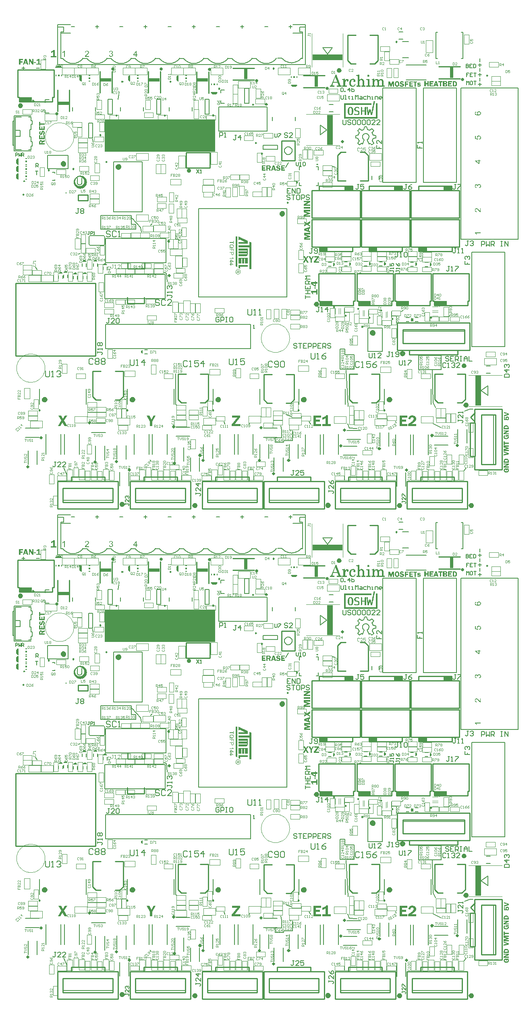
<source format=gbo>
G04 CAM350 V9.5 (Build 208) Date:  Fri Dec 30 15:14:26 2016 *
G04 Database: (Untitled) *
G04 Layer 9: TO *
%FSTAX35Y35*%
%MOIN*%
%SFA1.000B1.000*%

%MIA0B0*%
%IPPOS*%
%ADD11C,0.01000*%
%ADD15C,0.02000*%
%ADD17C,0.00800*%
%ADD46C,0.02500*%
%ADD151R,0.00600X0.01200*%
%ADD154R,0.01200X0.00600*%
%ADD195C,0.00700*%
%ADD222C,0.02400*%
%ADD246C,0.00600*%
%ADD264C,0.00400*%
%ADD285C,0.00500*%
%ADD298C,0.00200*%
%ADD299C,0.00100*%
%ADD374C,0.01200*%
%ADD375C,0.01400*%
%ADD376C,0.03500*%
%ADD381C,0.00984*%
%ADD382C,0.02362*%
%ADD383C,0.00394*%
%ADD384C,0.00787*%
%ADD385C,0.00197*%
%ADD386C,0.00598*%
%ADD387R,0.24505X0.04921*%
%ADD388R,0.04921X0.24505*%
%ADD389R,0.91831X0.27100*%
%ADD390R,0.00590X0.01200*%
%ADD391R,0.01190X0.01200*%
%ADD392R,0.01200X0.01190*%
%ADD393R,0.01200X0.00590*%
%ADD394R,0.02953X0.08790*%
%ADD395R,0.08790X0.02953*%
%LNTO*%
%LPD*%
G36*
X0004121Y00396985D02*
G01Y00397734D01*
X0004285*
Y00396985*
X0004121*
G37*
G36*
Y00801985D02*
G01Y00802734D01*
X0004285*
Y00801985*
X0004121*
G37*
G36*
X00273392Y00615148D02*
G01Y00616992D01*
X00274235*
Y00615148*
X00273392*
G37*
G36*
Y00210148D02*
G01Y00211992D01*
X00274235*
Y00210148*
X00273392*
G37*
G36*
X00316971Y0079139D02*
G01Y00791452D01*
X00316986Y00791515*
X00317002Y00791593*
X00317033Y00791687*
X0031708Y0079178*
X00317142Y0079189*
X0031722Y00791983*
X00317267Y0079203*
X00317314Y00792062*
X00317392Y00792124*
X0031747Y00792171*
X0031758Y00792202*
X00317689Y00792233*
X00317814Y00792249*
X00317877*
X00317939Y00792233*
X00318033Y00792218*
X00318127Y00792186*
X0031822Y0079214*
X0031833Y00792077*
X00318423Y00791983*
X00318439Y00791968*
X0031847Y00791936*
X00318501Y0079189*
X00318564Y00791812*
X00318611Y00791733*
X00318673Y00791515*
X00318689Y0079139*
Y00791327*
X00318673Y00791265*
X00318657Y00791187*
X00318626Y00791093*
X00318579Y00790999*
X00318517Y0079089*
X00318408Y00790781*
X00318376Y00790765*
X0031833Y00790718*
X00318251Y00790671*
X00318173Y00790624*
X00317955Y00790562*
X0031783Y00790546*
X00317767*
X00317705Y00790562*
X00317627Y00790578*
X00317517Y00790609*
X00317424Y00790656*
X00317314Y00790718*
X0031722Y00790796*
X00317205Y00790812*
X00317189Y00790843*
X00317142Y0079089*
X00317095Y00790968*
X00317049Y00791046*
X00317017Y00791155*
X00316986Y00791265*
X00316971Y0079139*
G37*
G36*
Y0038639D02*
G01Y00386452D01*
X00316986Y00386515*
X00317002Y00386593*
X00317033Y00386687*
X0031708Y0038678*
X00317142Y0038689*
X0031722Y00386983*
X00317267Y0038703*
X00317314Y00387062*
X00317392Y00387124*
X0031747Y00387171*
X0031758Y00387202*
X00317689Y00387233*
X00317814Y00387249*
X00317877*
X00317939Y00387233*
X00318033Y00387218*
X00318127Y00387186*
X0031822Y0038714*
X0031833Y00387077*
X00318423Y00386983*
X00318439Y00386968*
X0031847Y00386936*
X00318501Y0038689*
X00318564Y00386811*
X00318611Y00386733*
X00318673Y00386515*
X00318689Y0038639*
Y00386327*
X00318673Y00386265*
X00318657Y00386187*
X00318626Y00386093*
X00318579Y00385999*
X00318517Y0038589*
X00318408Y00385781*
X00318376Y00385765*
X0031833Y00385718*
X00318251Y00385671*
X00318173Y00385624*
X00317955Y00385562*
X0031783Y00385546*
X00317767*
X00317705Y00385562*
X00317627Y00385578*
X00317517Y00385609*
X00317424Y00385656*
X00317314Y00385718*
X0031722Y00385796*
X00317205Y00385812*
X00317189Y00385843*
X00317142Y0038589*
X00317095Y00385968*
X00317049Y00386046*
X00317017Y00386156*
X00316986Y00386265*
X00316971Y0038639*
G37*
G36*
X00203199Y00640223D02*
G01Y00640615D01*
X00205685*
Y00640616*
X00205682Y0064062*
X00205662Y00640639*
X00205638Y00640673*
X00205604Y00640717*
X00205561Y0064077*
X00205517Y00640833*
X00205464Y00640905*
X00205415Y00640988*
Y00640992*
X00205411Y00640997*
X00205391Y00641026*
X00205367Y0064107*
X00205338Y00641123*
X00205304Y00641186*
X00205275Y00641254*
X00205241Y00641327*
X00205212Y00641394*
X00205594*
Y00641389*
X00205599Y0064138*
X00205609Y0064136*
X00205624Y00641341*
X00205638Y00641312*
X00205652Y00641278*
X00205696Y00641201*
X00205749Y00641114*
X00205812Y00641017*
X00205885Y0064092*
X00205962Y00640828*
X00206001Y00640789*
X00206045Y00640746*
X00206098Y00640692*
X00206166Y00640634*
X00206238Y00640576*
X00206316Y00640523*
X00206393Y0064048*
Y00640223*
X00203199*
G37*
G36*
Y00235223D02*
G01Y00235615D01*
X00205685*
Y00235616*
X00205682Y0023562*
X00205662Y00235639*
X00205638Y00235673*
X00205604Y00235717*
X00205561Y0023577*
X00205517Y00235833*
X00205464Y00235905*
X00205415Y00235988*
Y00235993*
X00205411Y00235997*
X00205391Y00236026*
X00205367Y0023607*
X00205338Y00236123*
X00205304Y00236186*
X00205275Y00236254*
X00205241Y00236327*
X00205212Y00236394*
X00205594*
Y00236389*
X00205599Y0023638*
X00205609Y0023636*
X00205624Y00236341*
X00205638Y00236312*
X00205652Y00236278*
X00205696Y00236201*
X00205749Y00236114*
X00205812Y00236017*
X00205885Y0023592*
X00205962Y00235828*
X00206001Y00235789*
X00206045Y00235746*
X00206098Y00235692*
X00206166Y00235634*
X00206238Y00235576*
X00206316Y00235523*
X00206393Y00235479*
Y00235223*
X00203199*
G37*
G36*
X0020875Y00628674D02*
G01X00209243Y0062899D01*
X00209247*
X00209254Y00628997*
X00209265Y00629005*
X0020928Y00629012*
X00209316Y00629037*
X00209363Y0062907*
X00209418Y00629106*
X00209472Y00629146*
X00209523Y00629182*
X0020957Y00629219*
X00209574Y00629222*
X00209588Y00629233*
X0020961Y00629251*
X00209635Y0062927*
X00209686Y00629324*
X00209712Y0062935*
X0020973Y00629379*
X00209734Y00629382*
X00209737Y00629389*
X00209744Y00629404*
X00209755Y00629422*
X00209777Y00629466*
X00209795Y0062952*
Y00629524*
X00209799Y00629531*
Y00629545*
X00209803Y00629564*
X00209806Y00629589*
Y00629618*
X0020981Y00629654*
Y0063006*
X00209809Y00630061*
X0020875*
Y00630377*
X00211135*
Y0062932*
Y0062927*
X00211131Y00629241*
Y00629212*
X00211127Y00629139*
X0021112Y00629063*
X00211106Y00628983*
X00211091Y00628907*
X0021108Y0062887*
X00211069Y00628838*
Y00628834*
X00211066Y0062883*
X00211058Y00628809*
X0021104Y0062878*
X00211015Y00628743*
X00210986Y006287*
X00210946Y00628656*
X00210899Y00628613*
X00210841Y00628573*
X00210833Y00628569*
X00210812Y00628558*
X00210779Y0062854*
X00210735Y00628522*
X00210681Y00628504*
X00210619Y00628485*
X00210554Y00628475*
X00210481Y00628471*
X00210456*
X00210438Y00628475*
X00210416*
X00210391Y00628478*
X00210332Y00628493*
X00210263Y00628511*
X00210194Y0062854*
X00210122Y00628584*
X00210086Y00628609*
X00210053Y00628638*
X00210046Y00628645*
X00210038Y00628656*
X00210024Y00628667*
X00210013Y00628685*
X00209995Y00628707*
X0020998Y00628732*
X00209962Y00628761*
X00209944Y00628794*
X00209908Y00628874*
X00209872Y00628968*
X00209857Y00629023*
X00209846Y00629081*
X00209835Y00629141*
X00209834*
X00209832Y00629135*
X00209824Y00629121*
X00209813Y00629099*
X00209799Y00629074*
X00209759Y00629012*
X00209737Y00628979*
X00209715Y00628954*
X00209708Y00628947*
X00209694Y00628928*
X00209665Y00628903*
X00209628Y0062887*
X00209581Y0062883*
X00209527Y00628787*
X00209465Y0062874*
X00209396Y00628692*
X0020875Y00628279*
Y00628674*
G37*
G36*
Y00223674D02*
G01X00209243Y0022399D01*
X00209247*
X00209254Y00223997*
X00209265Y00224005*
X0020928Y00224012*
X00209316Y00224037*
X00209363Y0022407*
X00209418Y00224106*
X00209472Y00224146*
X00209523Y00224183*
X0020957Y00224219*
X00209574Y00224222*
X00209588Y00224233*
X0020961Y00224252*
X00209635Y0022427*
X00209686Y00224324*
X00209712Y00224349*
X0020973Y00224378*
X00209734Y00224382*
X00209737Y00224389*
X00209744Y00224404*
X00209755Y00224422*
X00209777Y00224466*
X00209795Y0022452*
Y00224524*
X00209799Y00224531*
Y00224546*
X00209803Y00224564*
X00209806Y00224589*
Y00224618*
X0020981Y00224654*
Y0022506*
X00209809Y00225061*
X0020875*
Y00225377*
X00211135*
Y0022432*
Y0022427*
X00211131Y00224241*
Y00224212*
X00211127Y00224139*
X0021112Y00224063*
X00211106Y00223983*
X00211091Y00223907*
X0021108Y0022387*
X00211069Y00223838*
Y00223834*
X00211066Y0022383*
X00211058Y00223809*
X0021104Y0022378*
X00211015Y00223743*
X00210986Y002237*
X00210946Y00223656*
X00210899Y00223613*
X00210841Y00223573*
X00210833Y00223569*
X00210812Y00223558*
X00210779Y0022354*
X00210735Y00223522*
X00210681Y00223504*
X00210619Y00223485*
X00210554Y00223475*
X00210481Y00223471*
X00210456*
X00210438Y00223475*
X00210416*
X00210391Y00223478*
X00210332Y00223493*
X00210263Y00223511*
X00210194Y0022354*
X00210122Y00223584*
X00210086Y00223609*
X00210053Y00223638*
X00210046Y00223645*
X00210038Y00223656*
X00210024Y00223667*
X00210013Y00223685*
X00209995Y00223707*
X0020998Y00223732*
X00209962Y00223761*
X00209944Y00223794*
X00209908Y00223874*
X00209872Y00223968*
X00209857Y00224023*
X00209846Y00224081*
X00209835Y00224141*
X00209834*
X00209832Y00224135*
X00209824Y00224121*
X00209813Y00224099*
X00209799Y00224074*
X00209759Y00224012*
X00209737Y00223979*
X00209715Y00223954*
X00209708Y00223946*
X00209694Y00223928*
X00209665Y00223903*
X00209628Y0022387*
X00209581Y0022383*
X00209527Y00223787*
X00209465Y0022374*
X00209396Y00223692*
X0020875Y00223279*
Y00223674*
G37*
G36*
X00264408Y00276607D02*
G01Y00277845D01*
X00269694*
Y00276607*
X00264408*
G37*
G36*
Y00681607D02*
G01Y00682845D01*
X00269694*
Y00681607*
X00264408*
G37*
G36*
X00203199Y00648001D02*
G01Y00648422D01*
X00206379*
Y00646278*
X00206006*
Y00648*
X00206005Y00648001*
X00205015*
X00205014Y00648*
Y0064651*
X00204641*
Y00648*
X0020464Y00648001*
X00203199*
G37*
G36*
Y00243001D02*
G01Y00243422D01*
X00206379*
Y00241278*
X00206006*
Y00243*
X00206005Y00243001*
X00205015*
X00205014Y00243*
Y0024151*
X00204641*
Y00243*
X0020464Y00243001*
X00203199*
G37*
G36*
Y00635117D02*
G01Y00635509D01*
X00203958*
X00203959Y0063551*
Y00636888*
X00204317*
X00206374Y00635436*
Y00635117*
X00204318*
X00204317Y00635116*
Y00634686*
X00203959*
Y00635116*
X00203958Y00635117*
X00203199*
G37*
G36*
Y00230117D02*
G01Y00230509D01*
X00203958*
X00203959Y0023051*
Y00231888*
X00204317*
X00206374Y00230436*
Y00230117*
X00204318*
X00204317Y00230116*
Y00229686*
X00203959*
Y00230116*
X00203958Y00230117*
X00203199*
G37*
G36*
Y00637585D02*
G01Y00637977D01*
X00203958*
X00203959Y00637978*
Y00639357*
X00204317*
X00206374Y00637905*
Y00637585*
X00204318*
X00204317Y00637584*
Y00637154*
X00203959*
Y00637584*
X00203958Y00637585*
X00203199*
G37*
G36*
Y00232585D02*
G01Y00232977D01*
X00203958*
X00203959Y00232978*
Y00234357*
X00204317*
X00206374Y00232905*
Y00232585*
X00204318*
X00204317Y00232584*
Y00232154*
X00203959*
Y00232584*
X00203958Y00232585*
X00203199*
G37*
G36*
Y0064531D02*
G01Y00645731D01*
X00206379*
Y00644535*
Y00644429*
X00206374Y00644356*
X00206369Y00644279*
X00206364Y00644197*
X00206354Y00644119*
X00206345Y00644051*
Y00644042*
X00206335Y00644013*
X00206325Y00643969*
X00206311Y00643916*
X00206291Y00643853*
X00206267Y0064379*
X00206233Y00643722*
X00206195Y00643659*
X0020619Y00643654*
X00206175Y0064363*
X00206151Y00643601*
X00206117Y00643567*
X00206074Y00643529*
X0020602Y00643485*
X00205962Y00643442*
X0020589Y00643403*
X0020588Y00643398*
X00205856Y00643388*
X00205817Y00643374*
X00205764Y00643354*
X00205701Y00643335*
X00205628Y00643321*
X00205546Y00643311*
X00205459Y00643306*
X0020542*
X00205391Y00643311*
X00205357Y00643316*
X00205314Y00643321*
X0020527Y00643325*
X00205222Y0064334*
X0020511Y00643369*
X00204999Y00643417*
X00204941Y00643446*
X00204883Y0064348*
X00204825Y00643519*
X00204772Y00643567*
X00204767Y00643572*
X00204762Y00643582*
X00204747Y00643596*
X00204728Y00643616*
X00204709Y0064365*
X00204684Y00643684*
X0020466Y00643727*
X00204636Y0064378*
X00204607Y00643838*
X00204583Y00643906*
X00204559Y00643984*
X00204539Y00644066*
X0020452Y00644163*
X00204505Y00644264*
X00204501Y00644376*
X00204496Y00644497*
Y00645309*
X00204495Y0064531*
X00203199*
G37*
G36*
Y0024031D02*
G01Y00240731D01*
X00206379*
Y00239535*
Y00239429*
X00206374Y00239356*
X00206369Y00239279*
X00206364Y00239197*
X00206354Y00239119*
X00206345Y00239051*
Y00239042*
X00206335Y00239013*
X00206325Y00238969*
X00206311Y00238916*
X00206291Y00238853*
X00206267Y0023879*
X00206233Y00238722*
X00206195Y00238659*
X0020619Y00238654*
X00206175Y0023863*
X00206151Y00238601*
X00206117Y00238567*
X00206074Y00238529*
X0020602Y00238485*
X00205962Y00238442*
X0020589Y00238403*
X0020588Y00238398*
X00205856Y00238388*
X00205817Y00238374*
X00205764Y00238354*
X00205701Y00238335*
X00205628Y00238321*
X00205546Y00238311*
X00205459Y00238306*
X0020542*
X00205391Y00238311*
X00205357Y00238316*
X00205314Y00238321*
X0020527Y00238325*
X00205222Y0023834*
X0020511Y00238369*
X00204999Y00238417*
X00204941Y00238446*
X00204883Y0023848*
X00204825Y00238519*
X00204772Y00238567*
X00204767Y00238572*
X00204762Y00238582*
X00204747Y00238596*
X00204728Y00238616*
X00204709Y0023865*
X00204684Y00238684*
X0020466Y00238727*
X00204636Y0023878*
X00204607Y00238838*
X00204583Y00238906*
X00204559Y00238984*
X00204539Y00239066*
X0020452Y00239163*
X00204505Y00239264*
X00204501Y00239376*
X00204496Y00239497*
Y00240309*
X00204495Y0024031*
X00203199*
G37*
G36*
Y00248373D02*
G01Y00248794D01*
X00206005*
X00206006Y00248795*
Y0024984*
X00206379*
Y00247328*
X00206006*
Y00248372*
X00206005Y00248373*
X00203199*
G37*
G36*
Y00653373D02*
G01Y00653794D01*
X00206005*
X00206006Y00653795*
Y0065484*
X00206379*
Y00652328*
X00206006*
Y00653372*
X00206005Y00653373*
X00203199*
G37*
G36*
X00064894Y00405239D02*
G01Y00405836D01*
X00064901*
X00064916Y00405843*
X00064947Y00405859*
X00064977Y00405881*
X00065022Y00405904*
X00065075Y00405927*
X00065196Y00405995*
X00065332Y00406078*
X00065483Y00406176*
X00065635Y00406289*
X00065778Y00406411*
X00065786Y00406418*
X00065793Y00406426*
X00065839Y00406471*
X0006599Y00406622*
X00066081Y00406728*
X00066171Y00406841*
X00066255Y00406962*
X00066322Y00407083*
X00066723*
Y00402094*
X00066111*
Y00405978*
X0006611*
X00066103Y00405972*
X00066073Y00405942*
X0006602Y00405904*
X00065952Y00405851*
X00065869Y00405783*
X00065771Y00405715*
X00065657Y00405632*
X00065529Y00405556*
X00065521*
X00065514Y00405549*
X00065468Y00405518*
X000654Y00405481*
X00065317Y00405435*
X00065219Y00405382*
X00065113Y00405337*
X00065Y00405284*
X00064894Y00405239*
G37*
G36*
Y00810239D02*
G01Y00810836D01*
X00064901*
X00064916Y00810843*
X00064947Y00810859*
X00064977Y00810881*
X00065022Y00810904*
X00065075Y00810927*
X00065196Y00810995*
X00065332Y00811078*
X00065483Y00811176*
X00065635Y0081129*
X00065778Y00811411*
X00065786Y00811418*
X00065793Y00811426*
X00065839Y00811471*
X0006599Y00811622*
X00066081Y00811728*
X00066171Y00811841*
X00066255Y00811962*
X00066322Y00812083*
X00066723*
Y00807094*
X00066111*
Y00810978*
X0006611*
X00066103Y00810972*
X00066073Y00810942*
X0006602Y00810904*
X00065952Y00810851*
X00065869Y00810783*
X00065771Y00810715*
X00065657Y00810632*
X00065529Y00810556*
X00065521*
X00065514Y00810549*
X00065468Y00810518*
X000654Y00810481*
X00065317Y00810435*
X00065219Y00810382*
X00065113Y00810337*
X00065Y00810284*
X00064894Y00810239*
G37*
G36*
X00405967Y00256571D02*
G01Y00256971D01*
X00410957*
Y00256359*
X00407072*
Y00256358*
X00407078Y00256351*
X00407109Y00256321*
X00407147Y00256268*
X00407199Y002562*
X00407267Y00256117*
X00407336Y00256019*
X00407419Y00255905*
X00407494Y00255777*
Y00255769*
X00407502Y00255762*
X00407532Y00255716*
X0040757Y00255648*
X00407615Y00255565*
X00407668Y00255467*
X00407714Y00255361*
X00407766Y00255247*
X00407812Y00255142*
X00407214*
Y00255149*
X00407207Y00255164*
X00407192Y00255195*
X00407169Y00255225*
X00407147Y0025527*
X00407124Y00255323*
X00407056Y00255444*
X00406973Y0025558*
X00406874Y00255731*
X00406761Y00255883*
X0040664Y00256026*
X00406428Y00256238*
X00406322Y00256329*
X00406209Y00256419*
X00406088Y00256503*
X00405967Y00256571*
G37*
G36*
Y00661571D02*
G01Y00661971D01*
X00410957*
Y00661359*
X00407072*
Y00661358*
X00407078Y00661351*
X00407109Y00661321*
X00407147Y00661268*
X00407199Y006612*
X00407267Y00661117*
X00407336Y00661019*
X00407419Y00660905*
X00407494Y00660777*
Y00660769*
X00407502Y00660762*
X00407532Y00660716*
X0040757Y00660648*
X00407615Y00660565*
X00407668Y00660467*
X00407714Y00660361*
X00407766Y00660248*
X00407812Y00660142*
X00407214*
Y00660149*
X00407207Y00660164*
X00407192Y00660195*
X00407169Y00660225*
X00407147Y0066027*
X00407124Y00660323*
X00407056Y00660444*
X00406973Y0066058*
X00406874Y00660731*
X00406761Y00660883*
X0040664Y00661026*
X00406428Y00661238*
X00406322Y00661329*
X00406209Y00661419*
X00406088Y00661503*
X00405967Y00661571*
G37*
G36*
X0035833Y00378261D02*
G01X00359142Y00378385D01*
Y00378378*
X0035915Y00378363*
X00359157Y00378341*
X00359164Y0037832*
X00359208Y00378246*
X00359267Y00378166*
X00359311Y00378122*
X00359362Y00378085*
X0035942Y00378049*
X00359486Y00378012*
X00359559Y0037799*
X00359647Y00377968*
X0035975Y00377954*
X00359859Y00377946*
X00359896*
X0035994Y00377954*
X00359999*
X00360057Y00377968*
X00360123Y00377983*
X00360189Y00377997*
X00360255Y00378027*
X00360262Y00378034*
X00360284Y00378041*
X00360306Y00378063*
X00360343Y00378093*
X00360372Y00378122*
X00360416Y0037821*
X00360423Y00378261*
Y00378268*
X00360416Y00378297*
X00360401Y00378334*
X00360379Y00378378*
X00360335Y00378429*
X00360269Y00378473*
X00360226Y00378488*
X00360182Y0037851*
X00360123Y00378524*
X00360057Y00378532*
X0036005*
X00360013Y00378539*
X00359962Y00378546*
X00359896Y00378554*
X00359816Y00378568*
X00359728Y00378583*
X00359633Y00378598*
X00359523Y0037862*
X00359303Y00378678*
X00359091Y00378737*
X00358996Y00378773*
X00358908Y00378817*
X00358827Y00378861*
X00358762Y00378905*
X00358747Y0037892*
X0035871Y00378949*
X00358666Y00379008*
X00358608Y00379088*
X00358549Y00379191*
X00358505Y00379315*
X00358469Y00379461*
X00358454Y00379622*
Y00379666*
X00358461Y00379703*
X00358476Y00379784*
X00358498Y00379893*
X00358542Y00380018*
X00358608Y00380142*
X00358644Y00380208*
X00358696Y00380274*
X00358747Y00380332*
X00358813Y00380391*
X0035882Y00380398*
X00358827Y00380406*
X00358849Y0038042*
X00358879Y00380442*
X00358915Y00380464*
X00358959Y00380486*
X0035901Y00380516*
X00359142Y00380574*
X00359215Y00380603*
X00359391Y00380647*
X00359596Y00380684*
X00359823Y00380698*
X00359911*
X00359955Y00380691*
X00360006*
X00360123Y00380677*
X00360255Y00380647*
X00360394Y00380611*
X00360526Y00380559*
X0036065Y00380493*
X00360665Y00380486*
X00360701Y00380457*
X0036076Y00380406*
X00360826Y00380332*
X00360899Y00380245*
X0036098Y00380135*
X0036106Y00379996*
X00361126Y00379842*
X00360423Y00379659*
Y00379666*
X00360416Y00379681*
X00360408Y00379703*
X00360394Y00379725*
X00360357Y00379798*
X00360299Y00379879*
X00360211Y00379959*
X0036016Y00379996*
X00360101Y00380032*
X00360035Y00380054*
X00359962Y00380076*
X00359881Y00380091*
X00359786Y00380098*
X00359742*
X00359713Y00380091*
X00359633Y00380084*
X00359552Y00380062*
X00359464Y00380025*
X00359384Y00379974*
X00359354Y00379937*
X00359332Y00379901*
X00359318Y00379849*
X00359311Y00379798*
Y00379776*
X00359325Y00379732*
X00359347Y00379666*
X00359369Y00379637*
X00359398Y00379608*
X00359406*
X0035945Y00379586*
X00359486Y00379571*
X00359552Y00379549*
X00359633Y00379535*
X00359735Y00379513*
X00359859Y00379498*
X00359881*
X00359911Y00379491*
X00359947Y00379483*
X00359999Y00379476*
X0036005Y00379469*
X00360174Y00379447*
X00360306Y00379425*
X00360438Y00379396*
X0036057Y00379366*
X00360679Y0037933*
X00360694Y00379322*
X00360723Y00379315*
X00360774Y00379286*
X00360833Y00379256*
X00360899Y00379205*
X00360972Y00379154*
X00361045Y00379081*
X00361104Y00379*
X00361111Y00378993*
X00361126Y00378956*
X00361155Y00378912*
X00361185Y00378847*
X00361214Y00378766*
X00361243Y00378663*
X00361258Y00378561*
X00361265Y00378437*
Y00378385*
X00361258Y00378356*
X0036125Y00378312*
X00361243Y00378261*
X00361214Y00378144*
X0036117Y00378012*
X00361104Y0037788*
X0036106Y00377807*
X00361009Y00377741*
X00360943Y00377675*
X00360877Y00377617*
X0036087*
X00360862Y00377602*
X0036084Y00377588*
X00360804Y00377566*
X00360767Y00377544*
X00360723Y00377514*
X00360665Y00377492*
X00360599Y00377463*
X00360526Y00377434*
X00360453Y00377404*
X00360365Y00377375*
X00360269Y00377353*
X0036016Y00377331*
X0036005Y00377317*
X00359933Y00377309*
X00359808Y00377302*
X00359757*
X00359691Y00377309*
X00359611Y00377317*
X00359516Y00377331*
X00359406Y00377353*
X00359289Y00377382*
X00359157Y00377419*
X00359032Y0037747*
X00358901Y00377536*
X00358784Y00377617*
X00358666Y00377705*
X00358557Y00377814*
X00358461Y00377946*
X00358388Y00378093*
X0035833Y00378261*
G37*
G36*
Y00783261D02*
G01X00359142Y00783385D01*
Y00783378*
X0035915Y00783363*
X00359157Y00783341*
X00359164Y0078332*
X00359208Y00783246*
X00359267Y00783166*
X00359311Y00783122*
X00359362Y00783085*
X0035942Y00783049*
X00359486Y00783012*
X00359559Y0078299*
X00359647Y00782968*
X0035975Y00782954*
X00359859Y00782946*
X00359896*
X0035994Y00782954*
X00359999*
X00360057Y00782968*
X00360123Y00782983*
X00360189Y00782997*
X00360255Y00783027*
X00360262Y00783034*
X00360284Y00783041*
X00360306Y00783063*
X00360343Y00783093*
X00360372Y00783122*
X00360416Y0078321*
X00360423Y00783261*
Y00783268*
X00360416Y00783297*
X00360401Y00783334*
X00360379Y00783378*
X00360335Y00783429*
X00360269Y00783473*
X00360226Y00783488*
X00360182Y0078351*
X00360123Y00783524*
X00360057Y00783532*
X0036005*
X00360013Y00783539*
X00359962Y00783546*
X00359896Y00783554*
X00359816Y00783568*
X00359728Y00783583*
X00359633Y00783598*
X00359523Y0078362*
X00359303Y00783678*
X00359091Y00783737*
X00358996Y00783773*
X00358908Y00783817*
X00358827Y00783861*
X00358762Y00783905*
X00358747Y0078392*
X0035871Y00783949*
X00358666Y00784008*
X00358608Y00784088*
X00358549Y00784191*
X00358505Y00784315*
X00358469Y00784461*
X00358454Y00784622*
Y00784666*
X00358461Y00784703*
X00358476Y00784784*
X00358498Y00784893*
X00358542Y00785018*
X00358608Y00785142*
X00358644Y00785208*
X00358696Y00785274*
X00358747Y00785332*
X00358813Y00785391*
X0035882Y00785398*
X00358827Y00785406*
X00358849Y0078542*
X00358879Y00785442*
X00358915Y00785464*
X00358959Y00785486*
X0035901Y00785515*
X00359076Y00785545*
X00359142Y00785574*
X00359215Y00785603*
X00359391Y00785647*
X00359596Y00785684*
X00359823Y00785699*
X00359911*
X00359955Y00785691*
X00360006*
X00360123Y00785676*
X00360255Y00785647*
X00360394Y00785611*
X00360526Y00785559*
X0036065Y00785494*
X00360665Y00785486*
X00360701Y00785457*
X0036076Y00785406*
X00360826Y00785332*
X00360899Y00785245*
X0036098Y00785135*
X0036106Y00784996*
X00361126Y00784842*
X00360423Y00784659*
Y00784666*
X00360416Y00784681*
X00360408Y00784703*
X00360394Y00784725*
X00360357Y00784798*
X00360299Y00784879*
X00360211Y00784959*
X0036016Y00784996*
X00360101Y00785032*
X00360035Y00785054*
X00359962Y00785076*
X00359881Y00785091*
X00359786Y00785098*
X00359742*
X00359713Y00785091*
X00359633Y00785084*
X00359552Y00785062*
X00359464Y00785025*
X00359384Y00784974*
X00359354Y00784937*
X00359332Y00784901*
X00359318Y00784849*
X00359311Y00784798*
Y00784776*
X00359325Y00784732*
X00359347Y00784666*
X00359369Y00784637*
X00359398Y00784608*
X00359406*
X0035942Y007846*
X0035945Y00784586*
X00359486Y00784571*
X00359552Y00784549*
X00359633Y00784535*
X00359735Y00784513*
X00359859Y00784498*
X00359881*
X00359911Y00784491*
X00359947Y00784483*
X00359999Y00784476*
X0036005Y00784469*
X00360174Y00784447*
X00360306Y00784425*
X00360438Y00784396*
X0036057Y00784366*
X00360679Y0078433*
X00360694Y00784322*
X00360723Y00784315*
X00360774Y00784286*
X00360833Y00784256*
X00360899Y00784205*
X00360972Y00784154*
X00361045Y00784081*
X00361104Y00784*
X00361111Y00783993*
X00361126Y00783956*
X00361155Y00783912*
X00361185Y00783847*
X00361214Y00783766*
X00361243Y00783664*
X00361258Y00783561*
X00361265Y00783437*
Y00783385*
X00361258Y00783356*
X0036125Y00783312*
X00361243Y00783261*
X00361214Y00783144*
X0036117Y00783012*
X00361104Y0078288*
X0036106Y00782807*
X00361009Y00782741*
X00360943Y00782675*
X00360877Y00782617*
X0036087*
X00360862Y00782602*
X0036084Y00782587*
X00360804Y00782565*
X00360767Y00782544*
X00360723Y00782514*
X00360665Y00782492*
X00360599Y00782463*
X00360453Y00782405*
X00360365Y00782375*
X00360269Y00782353*
X0036016Y00782331*
X0036005Y00782317*
X00359933Y00782309*
X00359808Y00782302*
X00359757*
X00359691Y00782309*
X00359611Y00782317*
X00359516Y00782331*
X00359406Y00782353*
X00359289Y00782382*
X00359157Y00782419*
X00359032Y0078247*
X00358901Y00782536*
X00358784Y00782617*
X00358666Y00782705*
X00358557Y00782814*
X00358461Y00782946*
X00358388Y00783093*
X0035833Y00783261*
G37*
G36*
X00202957Y0024408D02*
G01Y00244085D01*
X00202961Y00244095*
X00202971Y00244114*
X00202981Y00244138*
X00202991Y00244167*
X00203029Y00244245*
X00203049Y00244293*
X00203102Y00244395*
X0020317Y00244511*
X00203247Y00244637*
X00203339Y00244763*
Y00244767*
X00203329Y00244777*
X0020332Y00244796*
X0020331Y00244826*
X00203295Y00244859*
X00203276Y00244898*
X00203262Y00244942*
X00203242Y0024499*
X00203223Y00245048*
X00203208Y00245106*
X00203174Y00245242*
X00203155Y00245387*
X00203145Y00245542*
Y00245585*
X0020315Y00245614*
Y00245653*
X00203155Y00245697*
X00203165Y00245745*
X0020317Y00245798*
X00203194Y00245919*
X00203233Y0024605*
X00203281Y00246186*
X00203349Y00246321*
X00203354Y00246326*
X00203358Y00246336*
X00203373Y00246355*
X00203387Y00246379*
X00203407Y00246408*
X00203436Y00246442*
X00203499Y00246519*
X00203581Y00246607*
X00203683Y00246694*
X00203799Y00246781*
X00203934Y00246858*
X00203939*
X00203954Y00246868*
X00203973Y00246878*
X00204002Y00246887*
X00204036Y00246902*
X0020408Y00246916*
X00204128Y00246936*
X00204181Y0024695*
X00204244Y0024697*
X00204307Y00246989*
X00204452Y00247018*
X00204612Y00247037*
X00204786Y00247047*
X00204835*
X00204864Y00247042*
X00204907*
X00204956Y00247037*
X00205009Y00247033*
X00205067Y00247023*
X00205202Y00246999*
X00205343Y0024697*
X00205493Y00246921*
X00205638Y00246858*
X00205643*
X00205657Y00246849*
X00205677Y00246839*
X00205701Y00246824*
X00205735Y00246805*
X00205773Y00246781*
X00205856Y00246718*
X00205953Y0024664*
X00206049Y00246549*
X00206146Y00246442*
X00206228Y00246316*
X00206233Y00246311*
X00206238Y00246302*
X00206248Y00246282*
X00206262Y00246253*
X00206277Y00246219*
X00206291Y00246181*
X00206311Y00246137*
X00206349Y00246031*
X00206369Y00245968*
X00206398Y00245837*
X00206422Y00245687*
X00206432Y00245532*
Y00245489*
X00206427Y0024546*
Y00245421*
X00206422Y00245372*
X00206412Y00245324*
X00206407Y00245266*
X00206379Y00245145*
X0020634Y00245009*
X00206291Y00244874*
X00206258Y00244806*
X00206219Y00244738*
Y00244734*
X00206209Y00244724*
X00206199Y00244705*
X0020618Y0024468*
X00206161Y00244651*
X00206132Y00244617*
X00206069Y0024454*
X00205986Y00244453*
X00205885Y00244361*
X00205769Y00244279*
X00205633Y00244201*
X00205628*
X00205619Y00244192*
X00205594Y00244182*
X00205565Y00244172*
X00205532Y00244158*
X00205493Y00244143*
X00205444Y00244124*
X00205386Y00244104*
X00205328Y0024409*
X0020526Y00244071*
X0020512Y00244041*
X0020496Y00244022*
X00204786Y00244012*
X00204718*
X00204684Y00244017*
X00204646*
X00204602Y00244022*
X00204549Y00244027*
X00204443Y00244041*
X00204322Y00244066*
X00204201Y00244095*
X0020408Y00244133*
X00204075*
X00204065Y00244138*
X0020405Y00244148*
X00204026Y00244158*
X00204002Y00244167*
X00203968Y00244187*
X00203896Y00244225*
X00203813Y00244274*
X00203721Y00244337*
X00203629Y00244409*
X00203538Y00244495*
X00203537*
Y00244492*
X00203528Y00244482*
X00203518Y00244467*
X00203503Y00244448*
X00203489Y00244419*
X0020347Y0024439*
X00203426Y00244317*
X00203378Y00244235*
X00203329Y00244143*
X00203281Y00244046*
X00203242Y0024395*
X00202957Y0024408*
G37*
G36*
Y0064908D02*
G01Y00649085D01*
X00202961Y00649095*
X00202971Y00649114*
X00202981Y00649138*
X00202991Y00649167*
X00203029Y00649245*
X00203049Y00649293*
X00203102Y00649395*
X0020317Y00649511*
X00203247Y00649637*
X00203339Y00649763*
Y00649767*
X00203329Y00649777*
X0020332Y00649796*
X0020331Y00649825*
X00203295Y00649859*
X00203276Y00649898*
X00203262Y00649942*
X00203242Y0064999*
X00203223Y00650048*
X00203208Y00650106*
X00203174Y00650242*
X00203155Y00650387*
X00203145Y00650542*
Y00650585*
X0020315Y00650614*
Y00650653*
X00203155Y00650697*
X00203165Y00650745*
X0020317Y00650798*
X00203194Y00650919*
X00203233Y0065105*
X00203281Y00651186*
X00203349Y00651321*
X00203354Y00651326*
X00203358Y00651336*
X00203373Y00651355*
X00203387Y00651379*
X00203407Y00651408*
X00203436Y00651442*
X00203499Y00651519*
X00203581Y00651607*
X00203683Y00651694*
X00203799Y00651781*
X00203934Y00651858*
X00203939*
X00203954Y00651868*
X00203973Y00651878*
X00204002Y00651887*
X00204036Y00651902*
X0020408Y00651916*
X00204128Y00651936*
X00204181Y0065195*
X00204244Y0065197*
X00204307Y00651989*
X00204452Y00652018*
X00204612Y00652037*
X00204786Y00652047*
X00204835*
X00204864Y00652042*
X00204907*
X00204956Y00652037*
X00205009Y00652033*
X00205067Y00652023*
X00205202Y00651999*
X00205343Y0065197*
X00205493Y00651921*
X00205638Y00651858*
X00205643*
X00205657Y00651849*
X00205677Y00651839*
X00205701Y00651824*
X00205735Y00651805*
X00205773Y00651781*
X00205856Y00651718*
X00205953Y00651641*
X00206049Y00651549*
X00206146Y00651442*
X00206228Y00651316*
X00206233Y00651311*
X00206238Y00651302*
X00206248Y00651282*
X00206262Y00651253*
X00206277Y00651219*
X00206291Y00651181*
X00206311Y00651137*
X00206349Y00651031*
X00206369Y00650968*
X00206398Y00650837*
X00206422Y00650687*
X00206432Y00650532*
Y00650489*
X00206427Y0065046*
Y00650421*
X00206422Y00650372*
X00206412Y00650324*
X00206407Y00650266*
X00206379Y00650145*
X0020634Y00650009*
X00206291Y00649874*
X00206258Y00649806*
X00206219Y00649738*
Y00649734*
X00206209Y00649724*
X00206199Y00649705*
X0020618Y0064968*
X00206161Y00649651*
X00206132Y00649617*
X00206069Y0064954*
X00205986Y00649453*
X00205885Y00649361*
X00205769Y00649279*
X00205633Y00649201*
X00205628*
X00205619Y00649192*
X00205594Y00649182*
X00205565Y00649172*
X00205532Y00649158*
X00205493Y00649143*
X00205444Y00649124*
X00205386Y00649104*
X00205328Y0064909*
X0020526Y00649071*
X0020512Y00649041*
X0020496Y00649022*
X00204786Y00649012*
X00204718*
X00204684Y00649017*
X00204646*
X00204602Y00649022*
X00204549Y00649027*
X00204443Y00649041*
X00204322Y00649066*
X00204201Y00649095*
X0020408Y00649133*
X00204075*
X00204065Y00649138*
X0020405Y00649148*
X00204026Y00649158*
X00204002Y00649167*
X00203968Y00649187*
X00203896Y00649225*
X00203813Y00649274*
X00203721Y00649337*
X00203629Y00649409*
X00203538Y00649495*
X00203537*
Y00649492*
X00203528Y00649482*
X00203518Y00649467*
X00203503Y00649448*
X00203489Y00649419*
X0020347Y0064939*
X00203426Y00649317*
X00203378Y00649235*
X00203329Y00649143*
X00203281Y00649046*
X00203242Y00648949*
X00202957Y0064908*
G37*
G36*
X00429945Y00486252D02*
G01Y00489271D01*
X00430758*
Y00488254*
X00430759Y00488253*
X00434057*
Y00487277*
X00430759*
X00430758Y00487276*
Y00486252*
X00429945*
G37*
G36*
Y00081252D02*
G01Y00084271D01*
X00430758*
Y00083254*
X00430759Y00083253*
X00434057*
Y00082277*
X00430759*
X00430758Y00082276*
Y00081252*
X00429945*
G37*
G36*
X00429851Y00090263D02*
G01Y00091294D01*
X00432281Y00092707*
Y00092708*
X00432255*
X00432221Y00092702*
X0043218*
X00432085Y00092695*
X00432044Y00092688*
X00429851*
Y00093432*
X00433963*
Y00092606*
X00431192Y00090995*
Y00090994*
X00431292*
X00431326Y00091001*
X00431347*
X00431388Y00091008*
X00431449Y00091014*
X00433963*
Y00090263*
X00429851*
G37*
G36*
X00429945Y00467725D02*
G01Y00468756D01*
X00432375Y00470169*
Y0047017*
X00432349*
X00432315Y00470163*
X00432274*
X00432178Y00470156*
X00432137Y0047015*
X00429945*
Y00470894*
X00434057*
Y00470068*
X00431286Y00468457*
Y00468456*
X00431386*
X0043142Y00468463*
X00431441*
X00431482Y00468469*
X00431543Y00468476*
X00434057*
Y00467725*
X00429945*
G37*
G36*
X00429851Y00495263D02*
G01Y00496294D01*
X00432281Y00497707*
Y00497708*
X00432255*
X00432221Y00497702*
X0043218*
X00432085Y00497695*
X00432044Y00497688*
X00429851*
Y00498432*
X00433963*
Y00497606*
X00431192Y00495995*
Y00495994*
X00431292*
X00431326Y00496001*
X00431347*
X00431388Y00496008*
X00431449Y00496014*
X00433963*
Y00495263*
X00429851*
G37*
G36*
X00429945Y00062725D02*
G01Y00063756D01*
X00432375Y00065169*
Y0006517*
X00432349*
X00432315Y00065163*
X00432274*
X00432178Y00065156*
X00432137Y0006515*
X00429945*
Y00065894*
X00434057*
Y00065068*
X00431286Y00063457*
Y00063456*
X00431386*
X0043142Y00063463*
X00431441*
X00431482Y00063469*
X00431543Y00063476*
X00434057*
Y00062725*
X00429945*
G37*
G36*
X00430039Y00102001D02*
G01Y00104589D01*
X00430879Y00104487*
Y00102684*
X0043088*
X00431793Y00102622*
Y00102623*
X00431788Y00102629*
X0043176Y00102657*
X0043174Y00102684*
X00431712Y00102718*
X00431685Y00102752*
X00431617Y00102855*
X00431549Y00102978*
X00431494Y00103128*
X00431453Y00103305*
X00431446Y00103394*
X00431439Y00103497*
Y00103551*
X00431446Y00103592*
X00431453Y0010364*
X0043146Y00103695*
X00431487Y00103824*
X00431528Y00103975*
X00431596Y00104132*
X00431637Y00104214*
X00431685Y00104296*
X0043174Y00104371*
X00431808Y00104446*
X00431822Y0010446*
X00431849Y0010448*
X00431876Y00104508*
X00431911Y00104535*
X00431958Y00104569*
X00432006Y00104603*
X00432068Y00104644*
X00432204Y00104712*
X00432361Y00104774*
X00432457Y00104801*
X00432552Y00104822*
X00432648Y00104829*
X00432757Y00104835*
X00432819*
X00432867Y00104829*
X00432921Y00104822*
X00432983Y00104815*
X00433051Y00104801*
X00433126Y00104781*
X00433297Y00104733*
X00433386Y00104699*
X00433475Y00104658*
X00433557Y0010461*
X00433645Y00104549*
X00433727Y00104487*
X00433809Y00104412*
X0043383Y00104391*
X00433843Y00104371*
X00433871Y00104337*
X00433939Y00104241*
X00433973Y0010418*
X00434007Y00104111*
X00434048Y00104029*
X00434082Y00103941*
X00434117Y00103845*
X00434151Y00103743*
X00434178Y00103626*
X00434192Y00103504*
X00434205Y00103374*
X00434212Y00103237*
Y00103182*
X00434205Y00103114*
X00434192Y00103025*
X00434178Y00102923*
X00434151Y00102807*
X00434117Y00102677*
X00434069Y00102541*
X00434007Y00102404*
X00433925Y00102267*
X0043383Y00102131*
X0043372Y00102001*
X00433584Y00101885*
X00433427Y00101776*
X00433249Y00101687*
X00433154Y00101653*
X00433044Y00101618*
X00432908Y0010252*
X00432914*
X00432928Y00102527*
X00432956Y00102534*
X0043299Y00102547*
X00433078Y00102595*
X00433174Y00102657*
X00433229Y00102698*
X00433277Y00102745*
X00433324Y001028*
X00433365Y00102868*
X00433399Y00102937*
X00433427Y00103019*
X0043344Y00103107*
X00433447Y00103203*
Y00103251*
X0043344Y00103305*
X00433427Y00103374*
X00433399Y00103449*
X00433372Y00103531*
X00433324Y00103613*
X00433263Y00103681*
X00433256Y00103688*
X00433229Y00103708*
X00433188Y00103743*
X0043314Y00103777*
X00433072Y00103804*
X00433003Y00103838*
X00432914Y00103859*
X00432826Y00103866*
X00432778*
X0043273Y00103859*
X00432669Y00103845*
X00432593Y00103818*
X00432518Y00103784*
X00432443Y00103736*
X00432368Y00103674*
X00432361Y00103667*
X00432341Y0010364*
X00432307Y00103599*
X00432272Y00103544*
X00432238Y00103483*
X00432204Y00103401*
X00432184Y00103312*
X00432177Y0010321*
Y00103176*
X00432184Y00103148*
X00432191Y0010308*
X00432218Y00102991*
X00432252Y00102896*
X00432313Y001028*
X00432389Y00102704*
X00432443Y00102663*
X00432498Y00102622*
X00432368Y00101837*
X00430039Y00102001*
G37*
G36*
Y00507001D02*
G01Y00509589D01*
X00430879Y00509487*
Y00507684*
X0043088*
X00431793Y00507622*
Y00507623*
X00431788Y00507629*
X0043176Y00507657*
X0043174Y00507684*
X00431712Y00507718*
X00431685Y00507752*
X00431617Y00507855*
X00431549Y00507978*
X00431494Y00508128*
X00431453Y00508305*
X00431446Y00508394*
X00431439Y00508497*
Y00508551*
X00431446Y00508592*
X00431453Y0050864*
X0043146Y00508695*
X00431487Y00508824*
X00431528Y00508975*
X00431596Y00509132*
X00431637Y00509214*
X00431685Y00509296*
X0043174Y00509371*
X00431808Y00509446*
X00431822Y0050946*
X00431849Y0050948*
X00431876Y00509508*
X00431911Y00509535*
X00431958Y00509569*
X00432006Y00509603*
X00432068Y00509644*
X00432204Y00509712*
X00432361Y00509774*
X00432457Y00509801*
X00432552Y00509822*
X00432648Y00509829*
X00432757Y00509835*
X00432819*
X00432867Y00509829*
X00432921Y00509822*
X00432983Y00509815*
X00433051Y00509801*
X00433126Y00509781*
X00433297Y00509733*
X00433386Y00509699*
X00433475Y00509658*
X00433557Y0050961*
X00433645Y00509549*
X00433727Y00509487*
X00433809Y00509412*
X0043383Y00509391*
X00433843Y00509371*
X00433871Y00509337*
X00433939Y00509241*
X00433973Y0050918*
X00434007Y00509111*
X00434048Y00509029*
X00434082Y00508941*
X00434117Y00508845*
X00434151Y00508743*
X00434178Y00508626*
X00434192Y00508503*
X00434205Y00508374*
X00434212Y00508237*
Y00508182*
X00434205Y00508114*
X00434192Y00508025*
X00434178Y00507923*
X00434151Y00507807*
X00434117Y00507677*
X00434069Y00507541*
X00434007Y00507404*
X00433925Y00507267*
X0043383Y00507131*
X0043372Y00507001*
X00433584Y00506885*
X00433427Y00506776*
X00433249Y00506687*
X00433154Y00506653*
X00433044Y00506618*
X00432908Y0050752*
X00432914*
X00432928Y00507527*
X00432956Y00507534*
X0043299Y00507547*
X00433078Y00507595*
X00433174Y00507657*
X00433229Y00507698*
X00433277Y00507745*
X00433324Y005078*
X00433365Y00507868*
X00433399Y00507937*
X00433427Y00508019*
X0043344Y00508107*
X00433447Y00508203*
Y00508251*
X0043344Y00508305*
X00433427Y00508374*
X00433399Y00508449*
X00433372Y00508531*
X00433324Y00508613*
X00433263Y00508681*
X00433256Y00508688*
X00433229Y00508708*
X00433188Y00508743*
X0043314Y00508777*
X00433072Y00508804*
X00433003Y00508838*
X00432914Y00508859*
X00432826Y00508865*
X00432778*
X0043273Y00508859*
X00432669Y00508845*
X00432593Y00508818*
X00432518Y00508783*
X00432443Y00508736*
X00432368Y00508674*
X00432361Y00508667*
X00432341Y0050864*
X00432307Y00508599*
X00432272Y00508544*
X00432238Y00508483*
X00432204Y00508401*
X00432184Y00508312*
X00432177Y0050821*
Y00508176*
X00432184Y00508148*
X00432191Y0050808*
X00432218Y00507991*
X00432252Y00507896*
X00432313Y005078*
X00432389Y00507704*
X00432443Y00507663*
X00432498Y00507622*
X00432368Y00506837*
X00430039Y00507001*
G37*
G36*
X00348067Y00782368D02*
G01Y00786774D01*
X003512*
Y00785903*
X00349137*
X00349136Y00785902*
Y00784916*
X00349137Y00784915*
X00350768*
Y00784095*
X00349137*
X00349136Y00784094*
Y00782368*
X00348067*
G37*
G36*
Y00377368D02*
G01Y00381774D01*
X003512*
Y00380903*
X00349137*
X00349136Y00380902*
Y00379916*
X00349137Y00379915*
X00350768*
Y00379095*
X00349137*
X00349136Y00379094*
Y00377368*
X00348067*
G37*
G36*
X00429851Y00094252D02*
G01Y00095632D01*
X00429858Y00095693*
X00429865Y00095768*
X00429872Y0009585*
X00429878Y00095932*
X00429906Y00096123*
X0042994Y00096315*
X00429994Y00096492*
X00430029Y00096574*
X0043007Y00096649*
Y00096656*
X00430077Y00096663*
X0043009Y00096683*
X00430111Y00096711*
X00430158Y00096786*
X00430234Y00096875*
X00430329Y00096977*
X00430439Y00097093*
X00430582Y00097209*
X00430739Y00097325*
X00430746Y00097332*
X00430759Y00097339*
X00430787Y00097353*
X00430821Y00097373*
X00430869Y00097394*
X00430923Y00097421*
X00430985Y00097448*
X00431053Y00097476*
X00431135Y00097503*
X00431224Y0009753*
X0043132Y00097558*
X00431422Y00097578*
X00431531Y00097599*
X00431647Y00097612*
X0043177Y00097626*
X00431982*
X00432044Y00097619*
X00432126Y00097612*
X00432207Y00097599*
X0043231Y00097585*
X00432412Y00097558*
X00432528Y0009753*
X00432645Y00097496*
X00432767Y00097455*
X00432897Y00097407*
X0043302Y00097346*
X00433143Y00097271*
X00433259Y00097196*
X00433375Y000971*
X00433382Y00097093*
X00433403Y00097079*
X0043343Y00097045*
X00433464Y00097004*
X00433512Y0009695*
X0043356Y00096888*
X00433614Y00096813*
X00433669Y00096724*
X00433724Y00096629*
X00433778Y0009652*
X00433826Y00096403*
X00433874Y00096274*
X00433908Y00096137*
X00433935Y00095994*
X00433956Y0009583*
X00433963Y00095666*
Y00094252*
X00429851*
G37*
G36*
X00429945Y00471714D02*
G01Y00473093D01*
X00429952Y00473155*
X00429959Y0047323*
X00429966Y00473312*
X00429972Y00473394*
X0043Y00473585*
X00430034Y00473776*
X00430089Y00473954*
X00430123Y00474036*
X00430164Y00474111*
Y00474118*
X0043017Y00474125*
X00430184Y00474145*
X00430205Y00474172*
X00430252Y00474248*
X00430328Y00474336*
X00430423Y00474439*
X00430533Y00474555*
X00430676Y00474671*
X00430833Y00474787*
X0043084Y00474794*
X00430854Y00474801*
X00430881Y00474815*
X00430915Y00474835*
X00430963Y00474856*
X00431017Y00474883*
X00431079Y0047491*
X00431147Y00474937*
X00431229Y00474965*
X00431318Y00474992*
X00431414Y00475019*
X00431516Y0047504*
X00431625Y0047506*
X00431741Y00475074*
X00431864Y00475088*
X00432076*
X00432137Y00475081*
X0043222Y00475074*
X00432301Y0047506*
X00432404Y00475047*
X00432506Y00475019*
X00432622Y00474992*
X00432739Y00474958*
X00432862Y00474917*
X00432991Y00474869*
X00433114Y00474808*
X00433237Y00474732*
X00433353Y00474657*
X00433469Y00474562*
X00433476Y00474555*
X00433497Y00474541*
X00433524Y00474507*
X00433558Y00474466*
X00433606Y00474411*
X00433654Y0047435*
X00433708Y00474275*
X00433763Y00474186*
X00433818Y0047409*
X00433872Y00473981*
X0043392Y00473865*
X00433968Y00473735*
X00434002Y00473599*
X00434029Y00473455*
X0043405Y00473291*
X00434057Y00473128*
Y00471714*
X00429945*
G37*
G36*
X00429851Y00499252D02*
G01Y00500632D01*
X00429858Y00500693*
X00429865Y00500768*
X00429872Y0050085*
X00429878Y00500932*
X00429906Y00501123*
X0042994Y00501315*
X00429994Y00501492*
X00430029Y00501574*
X0043007Y00501649*
Y00501656*
X00430077Y00501663*
X0043009Y00501683*
X00430111Y00501711*
X00430158Y00501786*
X00430234Y00501875*
X00430329Y00501977*
X00430439Y00502093*
X00430582Y00502209*
X00430739Y00502325*
X00430746Y00502332*
X00430759Y00502339*
X00430787Y00502353*
X00430821Y00502373*
X00430869Y00502394*
X00430923Y00502421*
X00430985Y00502448*
X00431053Y00502476*
X00431135Y00502503*
X00431224Y0050253*
X0043132Y00502558*
X00431422Y00502578*
X00431531Y00502599*
X00431647Y00502612*
X0043177Y00502626*
X00431982*
X00432044Y00502619*
X00432126Y00502612*
X00432207Y00502599*
X0043231Y00502585*
X00432412Y00502558*
X00432528Y0050253*
X00432645Y00502496*
X00432767Y00502455*
X00432897Y00502407*
X0043302Y00502346*
X00433143Y00502271*
X00433259Y00502196*
X00433375Y005021*
X00433382Y00502093*
X00433403Y00502079*
X0043343Y00502045*
X00433464Y00502004*
X00433512Y0050195*
X0043356Y00501888*
X00433614Y00501813*
X00433669Y00501724*
X00433724Y00501629*
X00433778Y00501519*
X00433826Y00501403*
X00433874Y00501274*
X00433908Y00501137*
X00433935Y00500993*
X00433956Y0050083*
X00433963Y00500666*
Y00499252*
X00429851*
G37*
G36*
X00429945Y00066714D02*
G01Y00068093D01*
X00429952Y00068155*
X00429959Y0006823*
X00429966Y00068312*
X00429972Y00068394*
X0043Y00068585*
X00430034Y00068776*
X00430089Y00068954*
X00430123Y00069036*
X00430164Y00069111*
Y00069118*
X0043017Y00069125*
X00430184Y00069145*
X00430205Y00069173*
X00430252Y00069248*
X00430328Y00069336*
X00430423Y00069439*
X00430533Y00069555*
X00430676Y00069671*
X00430833Y00069787*
X0043084Y00069794*
X00430854Y00069801*
X00430881Y00069814*
X00430915Y00069835*
X00430963Y00069855*
X00431017Y00069883*
X00431079Y0006991*
X00431147Y00069937*
X00431229Y00069965*
X00431318Y00069992*
X00431414Y00070019*
X00431516Y0007004*
X00431625Y0007006*
X00431741Y00070074*
X00431864Y00070088*
X00432076*
X00432137Y00070081*
X0043222Y00070074*
X00432301Y0007006*
X00432404Y00070047*
X00432506Y00070019*
X00432622Y00069992*
X00432739Y00069958*
X00432862Y00069917*
X00432991Y00069869*
X00433114Y00069808*
X00433237Y00069732*
X00433353Y00069657*
X00433469Y00069562*
X00433476Y00069555*
X00433497Y00069541*
X00433524Y00069507*
X00433558Y00069466*
X00433606Y00069411*
X00433654Y0006935*
X00433708Y00069275*
X00433763Y00069186*
X00433818Y0006909*
X00433872Y00068981*
X0043392Y00068865*
X00433968Y00068735*
X00434002Y00068599*
X00434029Y00068455*
X0043405Y00068291*
X00434057Y00068128*
Y00066714*
X00429945*
G37*
G36*
X0036858Y0037752D02*
G01Y00381926D01*
X00371734*
Y00381084*
X00369627*
X00369626Y00381083*
Y00380185*
X00369627Y00380184*
X00371288*
Y00379357*
X00369627*
X00369626Y00379356*
Y00378392*
X00369627Y00378391*
X00371734*
Y0037752*
X0036858*
G37*
G36*
Y0078252D02*
G01Y00786926D01*
X00371734*
Y00786084*
X00369627*
X00369626Y00786083*
Y00785185*
X00369627Y00785184*
X00371288*
Y00784357*
X00369627*
X00369626Y00784356*
Y00783392*
X00369627Y00783391*
X00371734*
Y0078252*
X0036858*
G37*
G36*
X00351727Y00782368D02*
G01Y00786774D01*
X00354882*
Y00785933*
X00352775*
X00352774Y00785932*
Y00785033*
X00352775Y00785032*
X00354435*
Y00784205*
X00352775*
X00352774Y00784204*
Y0078324*
X00352775Y00783239*
X00354882*
Y00782368*
X00351727*
G37*
G36*
Y00377368D02*
G01Y00381774D01*
X00354882*
Y00380933*
X00352775*
X00352774Y00380932*
Y00380033*
X00352775Y00380032*
X00354435*
Y00379205*
X00352775*
X00352774Y00379204*
Y0037824*
X00352775Y00378239*
X00354882*
Y00377368*
X00351727*
G37*
G36*
X00383908Y0037752D02*
G01Y00381926D01*
X00387063*
Y00381084*
X00384955*
X00384954Y00381083*
Y00380185*
X00384955Y00380184*
X00386616*
Y00379357*
X00384955*
X00384954Y00379356*
Y00378392*
X00384955Y00378391*
X00387063*
Y0037752*
X00383908*
G37*
G36*
Y0078252D02*
G01Y00786926D01*
X00387063*
Y00786084*
X00384955*
X00384954Y00786083*
Y00785185*
X00384955Y00785184*
X00386616*
Y00784357*
X00384955*
X00384954Y00784356*
Y00783392*
X00384955Y00783391*
X00387063*
Y0078252*
X00383908*
G37*
G36*
X00045609Y00738986D02*
G01Y00742141D01*
X00046451*
Y00740034*
X00046452Y00740033*
X0004735*
X00047351Y00740034*
Y00741695*
X00048178*
Y00740034*
X00048179Y00740033*
X00049144*
X00049145Y00740034*
Y00742141*
X00050016*
Y00738986*
X00045609*
G37*
G36*
Y00746592D02*
G01Y00749747D01*
X00046451*
Y0074764*
X00046452Y00747639*
X0004735*
X00047351Y0074764*
Y007493*
X00048178*
Y0074764*
X00048179Y00747639*
X00049144*
X00049145Y0074764*
Y00749747*
X00050016*
Y00746592*
X00045609*
G37*
G36*
Y00341592D02*
G01Y00344747D01*
X00046451*
Y0034264*
X00046452Y00342639*
X0004735*
X00047351Y0034264*
Y003443*
X00048178*
Y0034264*
X00048179Y00342639*
X00049144*
X00049145Y0034264*
Y00344747*
X00050016*
Y00341592*
X00045609*
G37*
G36*
Y00333986D02*
G01Y00337141D01*
X00046451*
Y00335034*
X00046452Y00335033*
X0004735*
X00047351Y00335034*
Y00336695*
X00048178*
Y00335034*
X00048179Y00335033*
X00049144*
X00049145Y00335034*
Y00337141*
X00050016*
Y00333986*
X00045609*
G37*
G36*
X00229797Y00307925D02*
G01Y00312332D01*
X00232952*
Y0031149*
X00230844*
X00230843Y00311489*
Y00310591*
X00230844Y0031059*
X00232505*
Y00309763*
X00230844*
X00230843Y00309762*
Y00308798*
X00230844Y00308797*
X00232952*
Y00307925*
X00229797*
G37*
G36*
Y00712925D02*
G01Y00717332D01*
X00232952*
Y0071649*
X00230844*
X00230843Y00716489*
Y00715591*
X00230844Y0071559*
X00232505*
Y00714763*
X00230844*
X00230843Y00714762*
Y00713798*
X00230844Y00713797*
X00232952*
Y00712925*
X00229797*
G37*
G36*
X00245762Y00307925D02*
G01Y00312332D01*
X00248917*
Y0031149*
X00246809*
X00246808Y00311489*
Y00310591*
X00246809Y0031059*
X0024847*
Y00309763*
X00246809*
X00246808Y00309762*
Y00308798*
X00246809Y00308797*
X00248917*
Y00307925*
X00245762*
G37*
G36*
Y00712925D02*
G01Y00717332D01*
X00248917*
Y0071649*
X00246809*
X00246808Y00716489*
Y00715591*
X00246809Y0071559*
X0024847*
Y00714763*
X00246809*
X00246808Y00714762*
Y00713798*
X00246809Y00713797*
X00248917*
Y00712925*
X00245762*
G37*
G36*
X00355058Y00785903D02*
G01Y00786774D01*
X00358293*
Y00785903*
X00357203*
X00357202Y00785902*
Y00782368*
X00356156*
Y00785902*
X00356155Y00785903*
X00355058*
G37*
G36*
Y00380903D02*
G01Y00381774D01*
X00358293*
Y00380903*
X00357203*
X00357202Y00380902*
Y00377368*
X00356156*
Y00380902*
X00356155Y00380903*
X00355058*
G37*
G36*
X00375929Y00381055D02*
G01Y00381926D01*
X00379164*
Y00381055*
X00378075*
X00378074Y00381054*
Y0037752*
X00377027*
Y00381054*
X00377026Y00381055*
X00375929*
G37*
G36*
Y00786055D02*
G01Y00786926D01*
X00379164*
Y00786055*
X00378075*
X00378074Y00786054*
Y0078252*
X00377027*
Y00786054*
X00377026Y00786055*
X00375929*
G37*
G36*
X00045609Y00749923D02*
G01Y00753158D01*
X0004648*
Y00752068*
X00046481Y00752067*
X00050016*
Y0075102*
X00046481*
X0004648Y00751019*
Y00749923*
X00045609*
G37*
G36*
Y00344922D02*
G01Y00348158D01*
X0004648*
Y00347068*
X00046481Y00347067*
X00050016*
Y00346021*
X00046481*
X0004648Y0034602*
Y00344922*
X00045609*
G37*
G36*
X0042979Y0008788D02*
G01Y00087948D01*
X00429797Y00087996*
X00429803Y0008805*
X0042981Y00088119*
X00429824Y00088194*
X00429837Y00088276*
X00429885Y00088453*
X00429913Y00088542*
X00429953Y00088638*
X00430001Y00088726*
X00430049Y00088815*
X00430111Y00088904*
X00430179Y00088986*
X00430186Y00088993*
X00430199Y00089007*
X0043022Y00089027*
X00430247Y00089054*
X00430288Y00089088*
X00430336Y00089123*
X00430391Y00089164*
X00430452Y00089211*
X0043052Y00089252*
X00430596Y000893*
X00430684Y00089341*
X00430773Y00089382*
X00430978Y00089457*
X00431087Y00089485*
X00431203Y00089505*
X0043132Y0008859*
X00431313*
X00431285Y00088583*
X00431251Y00088576*
X00431203Y00088563*
X00431149Y00088542*
X0043108Y00088521*
X00431019Y00088494*
X00430944Y0008846*
X00430876Y00088412*
X00430807Y00088364*
X00430746Y0008831*
X00430691Y00088241*
X00430643Y00088166*
X00430609Y00088078*
X00430582Y00087989*
X00430575Y0008788*
Y00087845*
X00430582Y00087818*
X00430596Y00087743*
X00430616Y00087661*
X00430664Y00087565*
X00430725Y0008747*
X00430766Y00087422*
X00430814Y00087374*
X00430869Y00087333*
X0043093Y00087292*
X00430937*
X00430944Y00087285*
X00430964Y00087272*
X00430999Y00087265*
X00431033Y00087244*
X00431074Y00087231*
X00431128Y0008721*
X0043119Y00087196*
X00431258Y00087176*
X00431333Y00087155*
X00431415Y00087142*
X00431504Y00087128*
X00431606Y00087115*
X00431709Y00087101*
X00431818Y00087094*
X00432002*
X00432044Y00087101*
X00432098*
X0043216Y00087108*
X00432303Y00087121*
X0043246Y00087149*
X00432617Y00087183*
X00432774Y00087238*
X00432843Y00087272*
X00432911Y00087306*
X00432918*
X00432925Y00087319*
X00432959Y00087347*
X00433013Y00087395*
X00433075Y00087463*
X00433136Y00087552*
X00433184Y00087661*
X00433225Y00087784*
X00433232Y00087845*
X00433239Y0008792*
Y00087962*
X00433232Y00088016*
X00433218Y00088078*
X00433198Y00088146*
X00433171Y00088228*
X0043313Y00088303*
X00433075Y00088385*
X00433041Y00088419*
X00433Y00088453*
X00432945Y00088487*
X00432863Y00088528*
X00432774Y00088556*
X00432658Y00088583*
X00432529Y0008859*
X00432528Y00088589*
Y00087818*
X00431764*
Y00089505*
X00433963*
Y00089068*
X00433949*
X00433922Y00089061*
X00433874Y00089047*
X00433819Y00089027*
X00433744Y00089007*
X00433669Y00088986*
X00433493Y00088924*
Y00088923*
X00433539Y00088877*
X00433573Y00088842*
X00433614Y00088802*
X00433662Y00088754*
X0043371Y00088692*
X00433758Y00088624*
X00433806Y00088542*
X00433853Y0008846*
X00433901Y00088364*
X00433942Y00088269*
X00433976Y0008816*
X00434004Y0008805*
X00434017Y00087927*
X00434024Y00087804*
Y0008777*
X00434017Y00087729*
Y00087675*
X00434004Y00087606*
X00433997Y00087524*
X00433976Y00087442*
X00433949Y00087347*
X00433922Y00087244*
X00433881Y00087142*
X0043384Y00087039*
X00433785Y00086937*
X00433717Y00086835*
X00433642Y00086739*
X00433553Y00086643*
X00433451Y00086554*
X00433444Y00086548*
X00433423Y00086534*
X00433389Y00086514*
X00433348Y00086486*
X00433287Y00086452*
X00433218Y00086411*
X00433143Y00086377*
X00433047Y00086336*
X00432945Y00086288*
X00432836Y00086254*
X00432713Y00086213*
X00432583Y00086179*
X0043244Y00086151*
X00432289Y00086131*
X00432132Y00086117*
X00431968Y00086111*
X00431873*
X00431805Y00086117*
X00431722Y00086124*
X00431627Y00086138*
X00431518Y00086151*
X00431401Y00086172*
X00431279Y00086193*
X00431019Y00086261*
X00430889Y00086309*
X00430759Y00086363*
X0043063Y00086425*
X00430507Y000865*
X00430391Y00086582*
X00430384Y00086589*
X00430363Y00086602*
X00430336Y0008663*
X00430295Y00086671*
X00430254Y00086718*
X00430199Y0008678*
X00430145Y00086848*
X0043009Y00086923*
X00430035Y00087012*
X00429981Y00087108*
X00429926Y00087217*
X00429885Y00087333*
X00429844Y00087456*
X00429817Y00087586*
X00429797Y00087729*
X0042979Y0008788*
G37*
G36*
Y00492879D02*
G01Y00492948D01*
X00429797Y00492996*
X00429803Y0049305*
X0042981Y00493119*
X00429824Y00493194*
X00429837Y00493276*
X00429885Y00493453*
X00429913Y00493542*
X00429953Y00493638*
X00430001Y00493726*
X00430049Y00493815*
X00430111Y00493904*
X00430179Y00493986*
X00430247Y00494054*
X00430288Y00494088*
X00430336Y00494123*
X00430391Y00494164*
X00430452Y00494211*
X0043052Y00494252*
X00430596Y004943*
X00430684Y00494341*
X00430773Y00494382*
X00430978Y00494457*
X00431087Y00494485*
X00431203Y00494505*
X0043132Y0049359*
X00431313*
X00431285Y00493583*
X00431251Y00493576*
X00431203Y00493563*
X00431149Y00493542*
X0043108Y00493521*
X00431019Y00493494*
X00430944Y0049346*
X00430876Y00493412*
X00430807Y00493364*
X00430746Y0049331*
X00430691Y00493242*
X00430643Y00493166*
X00430609Y00493078*
X00430582Y00492989*
X00430575Y00492879*
Y00492845*
X00430582Y00492818*
X00430596Y00492743*
X00430616Y00492661*
X00430664Y00492565*
X00430725Y0049247*
X00430766Y00492422*
X00430814Y00492374*
X00430869Y00492333*
X0043093Y00492292*
X00430937*
X00430944Y00492285*
X00430964Y00492272*
X00430999Y00492265*
X00431033Y00492244*
X00431074Y00492231*
X00431128Y0049221*
X0043119Y00492197*
X00431258Y00492176*
X00431333Y00492156*
X00431415Y00492142*
X00431504Y00492128*
X00431606Y00492114*
X00431709Y00492101*
X00431818Y00492094*
X00432002*
X00432044Y00492101*
X00432098*
X0043216Y00492108*
X00432303Y00492121*
X0043246Y00492149*
X00432617Y00492183*
X00432774Y00492238*
X00432843Y00492272*
X00432911Y00492306*
X00432918*
X00432925Y00492319*
X00432959Y00492347*
X00433013Y00492395*
X00433075Y00492463*
X00433136Y00492552*
X00433184Y00492661*
X00433225Y00492784*
X00433232Y00492845*
X00433239Y0049292*
Y00492962*
X00433232Y00493016*
X00433218Y00493078*
X00433198Y00493146*
X00433171Y00493228*
X0043313Y00493303*
X00433075Y00493385*
X00433041Y00493419*
X00433Y00493453*
X00432945Y00493487*
X00432863Y00493528*
X00432774Y00493556*
X00432658Y00493583*
X00432529Y0049359*
X00432528Y00493589*
Y00492818*
X00431764*
Y00494505*
X00433963*
Y00494068*
X00433949*
X00433922Y00494061*
X00433874Y00494047*
X00433819Y00494027*
X00433744Y00494006*
X00433669Y00493986*
X00433493Y00493925*
X00433492*
X00433493Y00493924*
X00433498Y00493918*
X00433662Y00493754*
X0043371Y00493692*
X00433758Y00493624*
X00433806Y00493542*
X00433853Y0049346*
X00433901Y00493364*
X00433942Y00493269*
X00433976Y00493159*
X00434004Y0049305*
X00434017Y00492927*
X00434024Y00492804*
Y0049277*
X00434017Y00492729*
Y00492675*
X00434004Y00492606*
X00433997Y00492524*
X00433976Y00492442*
X00433949Y00492347*
X00433922Y00492244*
X00433881Y00492142*
X0043384Y00492039*
X00433785Y00491937*
X00433717Y00491834*
X00433642Y00491739*
X00433553Y00491643*
X00433451Y00491554*
X00433444Y00491548*
X00433423Y00491534*
X00433389Y00491513*
X00433348Y00491486*
X00433287Y00491452*
X00433218Y00491411*
X00433143Y00491377*
X00433047Y00491336*
X00432945Y00491288*
X00432836Y00491254*
X00432713Y00491213*
X00432583Y00491179*
X0043244Y00491152*
X00432289Y00491131*
X00432132Y00491117*
X00431968Y00491111*
X00431873*
X00431805Y00491117*
X00431722Y00491124*
X00431627Y00491138*
X00431518Y00491152*
X00431401Y00491172*
X00431279Y00491192*
X00431149Y00491227*
X00431019Y00491261*
X00430889Y00491309*
X00430759Y00491363*
X0043063Y00491425*
X00430507Y004915*
X00430391Y00491582*
X00430384Y00491589*
X00430363Y00491602*
X00430336Y0049163*
X00430295Y00491671*
X00430254Y00491718*
X00430199Y0049178*
X00430145Y00491848*
X0043009Y00491923*
X00430035Y00492012*
X00429981Y00492108*
X00429926Y00492217*
X00429885Y00492333*
X00429844Y00492456*
X00429817Y00492586*
X00429797Y00492729*
X0042979Y00492879*
G37*
G36*
X00429884Y00465341D02*
G01Y0046541D01*
X0042989Y00465457*
X00429897Y00465512*
X00429904Y0046558*
X00429918Y00465656*
X00429931Y00465737*
X00429979Y00465915*
X00430007Y00466004*
X00430048Y00466099*
X00430095Y00466188*
X00430143Y00466277*
X00430205Y00466366*
X00430273Y00466448*
X00430341Y00466516*
X00430382Y0046655*
X0043043Y00466584*
X00430485Y00466625*
X00430546Y00466673*
X00430614Y00466714*
X0043069Y00466762*
X00430778Y00466803*
X00430867Y00466844*
X00431072Y00466919*
X00431181Y00466946*
X00431297Y00466967*
X00431414Y00466052*
X00431407*
X00431379Y00466045*
X00431345Y00466038*
X00431297Y00466024*
X00431243Y00466004*
X00431175Y00465983*
X00431113Y00465956*
X00431038Y00465922*
X0043097Y00465874*
X00430901Y00465826*
X0043084Y00465772*
X00430785Y00465703*
X00430737Y00465628*
X00430703Y00465539*
X00430676Y00465451*
X00430669Y00465341*
Y00465307*
X00430676Y0046528*
X0043069Y00465205*
X0043071Y00465123*
X00430758Y00465027*
X00430819Y00464931*
X0043086Y00464884*
X00430908Y00464836*
X00430963Y00464795*
X00431024Y00464754*
X00431031*
X00431038Y00464747*
X00431058Y00464733*
X00431093Y00464727*
X00431127Y00464706*
X00431168Y00464692*
X00431222Y00464672*
X00431284Y00464658*
X00431352Y00464638*
X00431427Y00464617*
X00431509Y00464604*
X00431598Y0046459*
X004317Y00464576*
X00431803Y00464563*
X00431912Y00464556*
X00432096*
X00432137Y00464563*
X00432192*
X00432254Y0046457*
X00432397Y00464583*
X00432554Y0046461*
X00432711Y00464645*
X00432868Y00464699*
X00432937Y00464733*
X00433005Y00464768*
X00433012*
X00433019Y00464781*
X00433053Y00464809*
X00433107Y00464856*
X00433169Y00464925*
X0043323Y00465013*
X00433278Y00465123*
X00433319Y00465246*
X00433326Y00465307*
X00433333Y00465382*
Y00465423*
X00433326Y00465478*
X00433312Y00465539*
X00433292Y00465608*
X00433264Y0046569*
X00433223Y00465765*
X00433169Y00465847*
X00433135Y00465881*
X00433094Y00465915*
X00433039Y00465949*
X00432957Y0046599*
X00432868Y00466017*
X00432752Y00466045*
X00432623Y00466052*
X00432622Y00466051*
Y0046528*
X00431857*
Y00466967*
X00434057*
Y0046653*
X00434043*
X00434016Y00466523*
X00433968Y00466509*
X00433913Y00466489*
X00433838Y00466468*
X00433763Y00466448*
X00433587Y00466386*
X00433586*
X00433587Y00466385*
X00433592Y00466379*
X00433606Y00466366*
X00433633Y00466338*
X00433708Y00466263*
X00433756Y00466216*
X00433804Y00466154*
X00433852Y00466086*
X00433948Y00465922*
X00433995Y00465826*
X00434036Y00465731*
X0043407Y00465621*
X00434098Y00465512*
X00434111Y00465389*
X00434118Y00465266*
Y00465232*
X00434111Y00465191*
Y00465136*
X00434098Y00465068*
X00434091Y00464986*
X0043407Y00464904*
X00434043Y00464809*
X00434016Y00464706*
X00433975Y00464604*
X00433934Y00464501*
X00433879Y00464399*
X00433811Y00464296*
X00433736Y00464201*
X00433647Y00464105*
X00433544Y00464016*
X00433538Y00464009*
X00433517Y00463996*
X00433483Y00463975*
X00433442Y00463948*
X00433381Y00463914*
X00433312Y00463873*
X00433237Y00463839*
X00433142Y00463798*
X00433039Y0046375*
X0043293Y00463716*
X00432807Y00463675*
X00432677Y00463641*
X00432534Y00463613*
X00432383Y00463593*
X00432226Y00463579*
X00432062Y00463572*
X00431967*
X00431898Y00463579*
X00431816Y00463586*
X00431721Y004636*
X00431612Y00463613*
X00431496Y00463634*
X00431373Y00463654*
X00431243Y00463688*
X00431113Y00463723*
X00430983Y0046377*
X00430854Y00463825*
X00430724Y00463886*
X00430601Y00463962*
X00430485Y00464044*
X00430478Y0046405*
X00430457Y00464064*
X00430389Y00464132*
X00430348Y0046418*
X00430293Y00464242*
X00430239Y0046431*
X00430184Y00464385*
X00430129Y00464474*
X00430075Y0046457*
X0043002Y00464679*
X00429979Y00464795*
X00429938Y00464918*
X00429911Y00465048*
X0042989Y00465191*
X00429884Y00465341*
G37*
G36*
Y00060341D02*
G01Y0006041D01*
X0042989Y00060457*
X00429897Y00060512*
X00429904Y0006058*
X00429918Y00060655*
X00429931Y00060737*
X00429979Y00060915*
X00430007Y00061004*
X00430048Y00061099*
X00430095Y00061188*
X00430143Y00061277*
X00430205Y00061366*
X00430273Y00061448*
X00430341Y00061516*
X00430382Y0006155*
X0043043Y00061584*
X00430485Y00061625*
X00430546Y00061673*
X00430614Y00061714*
X0043069Y00061762*
X00430778Y00061803*
X00430867Y00061844*
X00431072Y00061919*
X00431181Y00061946*
X00431297Y00061967*
X00431414Y00061052*
X00431407*
X00431379Y00061045*
X00431345Y00061038*
X00431297Y00061024*
X00431243Y00061004*
X00431175Y00060983*
X00431113Y00060956*
X00431038Y00060922*
X0043097Y00060874*
X00430901Y00060826*
X0043084Y00060772*
X00430785Y00060703*
X00430737Y00060628*
X00430703Y00060539*
X00430676Y00060451*
X00430669Y00060341*
Y00060307*
X00430676Y0006028*
X0043069Y00060205*
X0043071Y00060123*
X00430758Y00060027*
X00430819Y00059931*
X0043086Y00059884*
X00430908Y00059836*
X00430963Y00059795*
X00431024Y00059754*
X00431031*
X00431038Y00059747*
X00431058Y00059733*
X00431093Y00059727*
X00431127Y00059706*
X00431168Y00059692*
X00431222Y00059672*
X00431284Y00059658*
X00431352Y00059638*
X00431427Y00059617*
X00431509Y00059604*
X00431598Y0005959*
X004317Y00059576*
X00431803Y00059563*
X00431912Y00059556*
X00432096*
X00432137Y00059563*
X00432192*
X00432254Y0005957*
X00432397Y00059583*
X00432554Y0005961*
X00432711Y00059645*
X00432868Y00059699*
X00432937Y00059733*
X00433005Y00059768*
X00433012*
X00433019Y00059781*
X00433053Y00059808*
X00433107Y00059856*
X00433169Y00059925*
X0043323Y00060013*
X00433278Y00060123*
X00433319Y00060246*
X00433326Y00060307*
X00433333Y00060382*
Y00060423*
X00433326Y00060478*
X00433312Y00060539*
X00433292Y00060608*
X00433264Y0006069*
X00433223Y00060765*
X00433169Y00060847*
X00433162Y00060853*
X00433135Y00060881*
X00433094Y00060915*
X00433039Y00060949*
X00432957Y0006099*
X00432868Y00061017*
X00432752Y00061045*
X00432623Y00061052*
X00432622Y00061051*
Y0006028*
X00431857*
Y00061967*
X00434057*
Y0006153*
X00434043*
X00434016Y00061523*
X00433968Y00061509*
X00433913Y00061489*
X00433838Y00061468*
X00433763Y00061448*
X00433587Y00061386*
X00433586*
X00433587Y00061385*
X00433592Y00061379*
X00433606Y00061366*
X00433633Y00061339*
X00433667Y00061304*
X00433708Y00061263*
X00433756Y00061216*
X00433804Y00061154*
X00433852Y00061086*
X00433948Y00060922*
X00433995Y00060826*
X00434036Y00060731*
X0043407Y00060621*
X00434098Y00060512*
X00434111Y00060389*
X00434118Y00060266*
Y00060232*
X00434111Y00060191*
Y00060136*
X00434098Y00060068*
X00434091Y00059986*
X0043407Y00059904*
X00434043Y00059808*
X00434016Y00059706*
X00433975Y00059604*
X00433934Y00059501*
X00433879Y00059399*
X00433811Y00059296*
X00433736Y00059201*
X00433647Y00059105*
X00433544Y00059016*
X00433538Y00059009*
X00433517Y00058996*
X00433483Y00058975*
X00433442Y00058948*
X00433381Y00058914*
X00433312Y00058873*
X00433237Y00058839*
X00433142Y00058798*
X00433039Y0005875*
X0043293Y00058716*
X00432807Y00058675*
X00432677Y00058641*
X00432534Y00058613*
X00432383Y00058593*
X00432226Y00058579*
X00432062Y00058572*
X00431967*
X00431898Y00058579*
X00431816Y00058586*
X00431721Y000586*
X00431612Y00058613*
X00431496Y00058634*
X00431373Y00058654*
X00431243Y00058688*
X00431113Y00058723*
X00430983Y0005877*
X00430854Y00058825*
X00430724Y00058886*
X00430601Y00058962*
X00430485Y00059044*
X00430478Y0005905*
X00430457Y00059064*
X00430389Y00059132*
X00430348Y0005918*
X00430293Y00059242*
X00430239Y0005931*
X00430184Y00059385*
X00430129Y00059474*
X00430075Y0005957*
X0043002Y00059679*
X00429979Y00059795*
X00429938Y00059918*
X00429911Y00060048*
X0042989Y00060191*
X00429884Y00060341*
G37*
G36*
X00430039Y00104965D02*
G01Y0010599D01*
X00432981Y00106809*
Y0010681*
X00430039Y0010767*
Y00108476*
X00434151Y00107233*
Y00106188*
X00430039Y00104965*
G37*
G36*
X00429945Y00477482D02*
G01Y00478507D01*
X00432887Y00479326*
Y00479327*
X00429945Y00480187*
Y00480993*
X00434057Y0047975*
Y00478705*
X00429945Y00477482*
G37*
G36*
X00430039Y00509965D02*
G01Y0051099D01*
X00432981Y00511809*
Y0051181*
X00430039Y0051267*
Y00513476*
X00434151Y00512233*
Y00511188*
X00430039Y00509965*
G37*
G36*
X00429945Y00072482D02*
G01Y00073507D01*
X00432887Y00074326*
Y00074327*
X00429945Y00075187*
Y00075993*
X00434057Y0007475*
Y00073705*
X00429945Y00072482*
G37*
G36*
X0036429Y0078252D02*
G01Y00786926D01*
X003653*
Y00785207*
X00365301Y00785206*
X0036669*
X00366691Y00785207*
Y00786926*
X00367701*
Y0078252*
X00366691*
Y00784334*
X0036669Y00784335*
X00365301*
X003653Y00784334*
Y0078252*
X0036429*
G37*
G36*
Y0037752D02*
G01Y00381926D01*
X003653*
Y00380207*
X00365301Y00380206*
X0036669*
X00366691Y00380207*
Y00381926*
X00367701*
Y0037752*
X00366691*
Y00379334*
X0036669Y00379335*
X00365301*
X003653Y00379334*
Y0037752*
X0036429*
G37*
G36*
X00028839Y00800571D02*
G01Y00805272D01*
X00032181*
Y00804343*
X0002998*
X00029979Y00804342*
Y0080329*
X0002998Y00803289*
X00031721*
Y00802414*
X0002998*
X00029979Y00802413*
Y00800571*
X00028839*
G37*
G36*
Y00395571D02*
G01Y00400273D01*
X00032181*
Y00399343*
X0002998*
X00029979Y00399342*
Y0039829*
X0002998Y00398289*
X00031721*
Y00397414*
X0002998*
X00029979Y00397413*
Y00395571*
X00028839*
G37*
G36*
X00045609Y00734646D02*
G01Y00736717D01*
X00045616Y00736768*
X00045624Y00736893*
X00045638Y00737025*
X0004566Y00737171*
X0004569Y0073731*
X00045733Y00737442*
Y00737449*
X00045741Y00737457*
X00045755Y00737493*
X00045792Y00737552*
X00045836Y00737632*
X00045902Y00737713*
X00045982Y00737801*
X00046078Y00737896*
X00046195Y00737976*
X00046209Y00737984*
X00046253Y00738013*
X00046319Y0073805*
X00046407Y00738086*
X00046517Y0073813*
X00046648Y00738159*
X00046788Y00738189*
X00046934Y00738196*
X00046971*
X00047007Y00738189*
X00047066Y00738181*
X00047132Y00738174*
X00047205Y00738152*
X00047285Y0073813*
X00047373Y00738101*
X00047468Y00738057*
X00047563Y00738006*
X00047659Y00737947*
X00047754Y00737874*
X00047842Y00737786*
X00047929Y00737683*
X00048003Y00737566*
X00048076Y00737427*
X00050016Y00738247*
Y00737105*
X00048274Y00736417*
Y00735686*
X00048275Y00735685*
X00050016*
Y00734646*
X00045609*
G37*
G36*
Y00329646D02*
G01Y00331717D01*
X00045616Y00331768*
X00045624Y00331893*
X00045638Y00332025*
X0004566Y00332171*
X0004569Y0033231*
X00045733Y00332442*
Y00332449*
X00045741Y00332457*
X00045755Y00332493*
X00045792Y00332552*
X00045836Y00332632*
X00045902Y00332713*
X00045982Y00332801*
X00046078Y00332896*
X00046195Y00332976*
X00046209Y00332984*
X00046253Y00333013*
X00046319Y0033305*
X00046407Y00333086*
X00046517Y0033313*
X00046648Y00333159*
X00046788Y00333189*
X00046934Y00333196*
X00046971*
X00047007Y00333189*
X00047066Y00333181*
X00047132Y00333174*
X00047205Y00333152*
X00047285Y0033313*
X00047373Y00333101*
X00047468Y00333057*
X00047563Y00333005*
X00047659Y00332947*
X00047754Y00332874*
X00047842Y00332786*
X00047929Y00332683*
X00048003Y00332566*
X00048076Y00332427*
X00050016Y00333247*
Y00332105*
X00048274Y00331417*
Y00330686*
X00048275Y00330685*
X00050016*
Y00329646*
X00045609*
G37*
G36*
X00233566Y00307925D02*
G01Y00312332D01*
X00235638*
X00235689Y00312325*
X00235814Y00312317*
X00235946Y00312303*
X00236092Y00312281*
X00236231Y00312252*
X00236363Y00312208*
X0023637*
X00236377Y003122*
X00236414Y00312186*
X00236473Y00312149*
X00236553Y00312105*
X00236634Y00312039*
X00236721Y00311959*
X00236817Y00311864*
X00236897Y00311747*
X00236904Y00311732*
X00236934Y00311688*
X0023697Y00311622*
X00237007Y00311534*
X00237051Y00311424*
X0023708Y00311293*
X00237109Y00311154*
X00237117Y00311007*
Y00310971*
X00237109Y00310934*
X00237102Y00310875*
X00237095Y00310809*
X00237073Y00310736*
X00237051Y00310656*
X00237021Y00310568*
X00236978Y00310473*
X00236926Y00310378*
X00236868Y00310282*
X00236795Y00310187*
X00236707Y003101*
X00236604Y00310012*
X00236487Y00309938*
X00236348Y00309865*
X00237168Y00307925*
X00236026*
X00235338Y00309668*
X00234607*
X00234606Y00309667*
Y00307925*
X00233566*
G37*
G36*
Y00712925D02*
G01Y00717332D01*
X00235638*
X00235689Y00717325*
X00235814Y00717317*
X00235946Y00717303*
X00236092Y00717281*
X00236231Y00717252*
X00236363Y00717208*
X0023637*
X00236377Y007172*
X00236414Y00717186*
X00236473Y00717149*
X00236553Y00717105*
X00236634Y00717039*
X00236721Y00716959*
X00236817Y00716864*
X00236897Y00716747*
X00236904Y00716732*
X00236934Y00716688*
X0023697Y00716622*
X00237007Y00716534*
X00237051Y00716424*
X0023708Y00716293*
X00237109Y00716154*
X00237117Y00716007*
Y00715971*
X00237109Y00715934*
X00237102Y00715875*
X00237095Y00715809*
X00237073Y00715736*
X00237051Y00715656*
X00237021Y00715568*
X00236978Y00715473*
X00236926Y00715378*
X00236868Y00715282*
X00236795Y00715187*
X00236707Y00715099*
X00236604Y00715012*
X00236487Y00714938*
X00236348Y00714865*
X00237168Y00712925*
X00236026*
X00235338Y00714668*
X00234607*
X00234606Y00714667*
Y00712925*
X00233566*
G37*
G36*
X00387677Y0037752D02*
G01Y00381926D01*
X00389156*
X00389222Y00381919*
X00389302Y00381912*
X0038939Y00381904*
X00389478Y00381897*
X00389683Y00381868*
X00389888Y00381831*
X00390078Y00381772*
X00390166Y00381736*
X00390247Y00381692*
X00390254*
X00390261Y00381685*
X00390283Y0038167*
X00390313Y00381648*
X00390393Y00381597*
X00390488Y00381516*
X00390598Y00381414*
X00390722Y00381297*
X00390847Y00381143*
X00390971Y00380975*
X00390979Y00380967*
X00391001Y00380923*
X00391023Y00380887*
X00391044Y00380836*
X00391074Y00380777*
X00391103Y00380711*
X00391132Y00380638*
X00391162Y0038055*
X00391191Y00380455*
X0039122Y00380352*
X00391242Y00380243*
X00391264Y00380125*
X00391279Y00380001*
X00391293Y00379869*
Y00379642*
X00391286Y00379576*
X00391279Y00379489*
X00391264Y00379401*
X00391249Y00379291*
X0039122Y00379181*
X00391191Y00379057*
X00391154Y00378932*
X0039111Y00378801*
X00391059Y00378661*
X00390993Y0037853*
X00390913Y00378398*
X00390832Y00378274*
X0039073Y00378149*
X00390722Y00378142*
X00390708Y0037812*
X00390671Y00378091*
X00390627Y00378054*
X00390569Y00378003*
X00390503Y00377951*
X00390422Y00377893*
X00390327Y00377834*
X00390225Y00377776*
X00390108Y00377717*
X00389983Y00377666*
X00389844Y00377615*
X00389698Y00377578*
X00389544Y00377549*
X00389368Y00377527*
X00389193Y0037752*
X00387677*
G37*
G36*
Y0078252D02*
G01Y00786926D01*
X00389156*
X00389222Y00786919*
X00389302Y00786912*
X0038939Y00786904*
X00389478Y00786897*
X00389683Y00786868*
X00389888Y00786831*
X00390078Y00786772*
X00390166Y00786736*
X00390247Y00786692*
X00390254*
X00390261Y00786685*
X00390283Y0078667*
X00390313Y00786648*
X00390393Y00786597*
X00390488Y00786516*
X00390598Y00786414*
X00390722Y00786297*
X00390847Y00786143*
X00390971Y00785975*
X00390979Y00785967*
X00391001Y00785923*
X00391023Y00785887*
X00391044Y00785836*
X00391074Y00785777*
X00391103Y00785711*
X00391132Y00785638*
X00391162Y0078555*
X00391191Y00785455*
X0039122Y00785352*
X00391242Y00785243*
X00391264Y00785125*
X00391279Y00785001*
X00391293Y00784869*
Y00784642*
X00391286Y00784577*
X00391279Y00784489*
X00391264Y00784401*
X00391249Y00784291*
X0039122Y00784181*
X00391191Y00784057*
X00391154Y00783932*
X0039111Y00783801*
X00391059Y00783662*
X00390993Y0078353*
X00390913Y00783398*
X00390832Y00783274*
X0039073Y00783149*
X00390722Y00783142*
X00390708Y0078312*
X00390671Y0078309*
X00390627Y00783054*
X00390569Y00783003*
X00390503Y00782951*
X00390422Y00782893*
X00390327Y00782834*
X00390225Y00782776*
X00390108Y00782717*
X00389983Y00782666*
X00389844Y00782615*
X00389698Y00782578*
X00389544Y00782549*
X00389368Y00782527*
X00389193Y0078252*
X00387677*
G37*
G36*
X00379603Y0037752D02*
G01Y00381926D01*
X00381741*
X00381792Y00381919*
X00381843*
X0038196Y00381912*
X003821Y0038189*
X00382231Y00381868*
X00382363Y00381831*
X0038248Y00381787*
X00382495Y0038178*
X00382524Y00381765*
X00382575Y00381729*
X00382641Y00381685*
X00382714Y00381626*
X00382795Y0038156*
X00382868Y0038148*
X00382941Y00381392*
X00382949Y00381377*
X00382971Y00381348*
X00383Y00381297*
X00383036Y00381224*
X00383066Y00381136*
X00383095Y00381033*
X00383117Y00380916*
X00383124Y00380784*
Y00380755*
X00383117Y00380718*
X0038311Y00380667*
X00383102Y00380609*
X0038308Y00380543*
X00383058Y00380469*
X00383022Y00380389*
X00382985Y00380309*
X00382927Y00380221*
X00382868Y0038014*
X00382788Y0038006*
X003827Y00379986*
X0038259Y00379921*
X00382466Y00379855*
X00382329Y00379804*
Y00379803*
X00382334*
X00382348Y00379796*
X0038237Y00379789*
X003824Y00379781*
X00382488Y00379752*
X00382583Y00379716*
X003827Y00379657*
X00382809Y00379591*
X00382919Y00379496*
X00383014Y00379394*
X00383022Y00379379*
X00383051Y00379342*
X00383088Y00379276*
X00383132Y00379196*
X00383175Y00379093*
X00383212Y00378984*
X00383241Y00378859*
X00383249Y00378727*
Y00378683*
X00383241Y00378647*
X00383234Y00378603*
X00383227Y00378552*
X00383205Y00378435*
X00383154Y00378303*
X00383088Y00378164*
X00383044Y00378091*
X00382993Y00378017*
X00382934Y00377944*
X00382854Y00377864*
X00382832Y00377849*
X00382795Y0037782*
X00382758Y00377798*
X00382707Y00377768*
X00382648Y00377732*
X00382575Y00377703*
X00382495Y00377666*
X00382407Y00377637*
X00382305Y003776*
X00382195Y00377578*
X00382078Y00377556*
X00381946Y00377534*
X00381807Y00377527*
X00381653Y0037752*
X00379603*
G37*
G36*
Y0078252D02*
G01Y00786926D01*
X00381741*
X00381792Y00786919*
X00381843*
X0038196Y00786912*
X003821Y0078689*
X00382231Y00786868*
X00382363Y00786831*
X0038248Y00786787*
X00382495Y0078678*
X00382524Y00786765*
X00382575Y00786729*
X00382641Y00786685*
X00382714Y00786626*
X00382795Y0078656*
X00382868Y0078648*
X00382941Y00786392*
X00382949Y00786377*
X00382971Y00786348*
X00383Y00786297*
X00383036Y00786224*
X00383066Y00786136*
X00383095Y00786033*
X00383117Y00785916*
X00383124Y00785784*
Y00785755*
X00383117Y00785718*
X0038311Y00785667*
X00383102Y00785609*
X0038308Y00785543*
X00383058Y00785469*
X00383022Y00785389*
X00382985Y00785309*
X00382927Y00785221*
X00382868Y0078514*
X00382788Y0078506*
X003827Y00784986*
X0038259Y00784921*
X00382466Y00784855*
X00382329Y00784804*
Y00784803*
X00382334*
X00382348Y00784796*
X0038237Y00784789*
X003824Y00784781*
X00382488Y00784752*
X00382583Y00784716*
X003827Y00784657*
X00382809Y00784591*
X00382919Y00784496*
X00383014Y00784394*
X00383022Y00784379*
X00383051Y00784342*
X00383088Y00784276*
X00383132Y00784196*
X00383175Y00784093*
X00383212Y00783984*
X00383241Y00783859*
X00383249Y00783727*
Y00783683*
X00383241Y00783647*
X00383234Y00783603*
X00383227Y00783552*
X00383205Y00783435*
X00383154Y00783303*
X00383088Y00783164*
X00383044Y0078309*
X00382993Y00783017*
X00382934Y00782944*
X00382854Y00782864*
X00382832Y00782849*
X00382795Y0078282*
X00382758Y00782798*
X00382707Y00782768*
X00382648Y00782732*
X00382575Y00782703*
X00382495Y00782666*
X00382407Y00782637*
X00382305Y007826*
X00382195Y00782578*
X00382078Y00782556*
X00381946Y00782534*
X00381807Y00782527*
X00381653Y0078252*
X00379603*
G37*
G36*
X00241494Y00309082D02*
G01X00242453Y00309302D01*
Y00309294*
X0024246Y00309272*
X00242475Y00309243*
X0024249Y00309206*
X00242512Y00309155*
X00242541Y00309104*
X00242577Y00309045*
X00242621Y00308994*
X00242673Y00308936*
X00242738Y00308877*
X00242812Y00308826*
X00242892Y00308775*
X00242987Y00308738*
X0024309Y00308709*
X00243207Y00308687*
X00243339Y00308679*
X00243397*
X00243456Y00308687*
X00243536Y00308694*
X00243624Y00308709*
X00243712Y00308738*
X00243793Y00308767*
X00243866Y00308811*
X00243873Y00308819*
X00243895Y00308833*
X00243924Y00308862*
X00243953Y00308906*
X00243983Y0030895*
X00244012Y00309009*
X00244034Y00309075*
X00244041Y00309141*
Y0030917*
X00244034Y00309206*
X00244019Y0030925*
X00244005Y00309302*
X00243975Y00309353*
X00243932Y00309397*
X0024388Y00309441*
X00243873Y00309448*
X00243851Y00309463*
X00243807Y00309477*
X00243741Y00309507*
X00243661Y00309536*
X00243558Y00309572*
X00243426Y00309602*
X00243273Y00309638*
X00243266*
X00243236Y00309646*
X00243192Y0030966*
X00243134Y00309668*
X00243068Y0030969*
X00242987Y00309712*
X00242899Y00309734*
X00242804Y00309763*
X00242607Y00309829*
X00242409Y00309916*
X00242314Y0030996*
X00242226Y00310004*
X00242145Y00310063*
X00242072Y00310114*
X00242065Y00310121*
X00242058Y00310129*
X00242021Y00310173*
X00241963Y00310239*
X00241897Y00310341*
X00241831Y00310466*
X00241779Y00310619*
X00241736Y00310795*
X00241728Y00310897*
X00241721Y00311*
Y00311058*
X00241728Y00311095*
X00241736Y00311146*
X00241743Y00311205*
X00241772Y00311344*
X00241823Y00311498*
X0024186Y00311578*
X00241904Y00311666*
X00241948Y00311747*
X00242006Y00311827*
X00242072Y00311908*
X00242145Y00311988*
X00242153Y00311995*
X00242167Y00312003*
X00242189Y00312025*
X00242226Y00312054*
X0024227Y00312083*
X00242321Y0031212*
X0024238Y00312156*
X00242526Y0031223*
X00242614Y00312266*
X00242709Y00312303*
X00242812Y00312332*
X00242921Y00312361*
X00243046Y00312383*
X0024317Y00312391*
X00243302Y00312398*
X00243361*
X00243426Y00312391*
X00243507Y00312383*
X00243617Y00312369*
X00243734Y00312347*
X00243858Y0031231*
X00243998Y00312266*
X00244137Y00312215*
X00244276Y00312142*
X00244422Y00312061*
X00244554Y00311959*
X00244678Y00311842*
X00244795Y00311703*
X0024489Y00311542*
X00244971Y00311358*
X00244093Y00311066*
Y00311073*
X00244085Y00311088*
X00244071Y00311117*
X00244056Y00311146*
X00244005Y00311234*
X00243932Y00311329*
X00243829Y00311424*
X00243697Y00311512*
X00243624Y00311542*
X00243536Y00311571*
X00243441Y00311585*
X00243339Y00311593*
X0024328*
X00243244Y00311585*
X00243148Y00311571*
X00243039Y00311542*
X00242921Y00311498*
X00242826Y00311424*
X0024279Y00311381*
X0024276Y00311322*
X00242738Y00311263*
X00242731Y0031119*
Y00311168*
X00242738Y00311139*
X00242746Y00311102*
X0024276Y00311058*
X00242775Y00311015*
X00242804Y00310971*
X00242841Y00310927*
X00242848Y00310919*
X00242863Y00310912*
X00242899Y0031089*
X00242951Y00310861*
X00243017Y00310831*
X00243112Y00310795*
X00243221Y00310766*
X00243361Y00310729*
X00243368*
X0024339Y00310722*
X00243426Y00310714*
X0024347Y00310707*
X00243522Y00310692*
X00243588Y00310678*
X00243734Y00310641*
X00244056Y00310553*
X0024421Y00310502*
X00244276Y0031048*
X00244341Y00310451*
X00244349*
X00244356Y00310443*
X00244393Y00310422*
X00244451Y00310392*
X00244525Y00310341*
X00244612Y00310282*
X002447Y00310202*
X00244788Y00310114*
X00244869Y00310004*
X00244876Y0030999*
X00244905Y00309953*
X00244942Y00309887*
X00244978Y00309807*
X00245022Y00309704*
X00245052Y00309587*
X00245081Y00309455*
X00245088Y00309316*
Y00309258*
X00245081Y00309214*
X00245074Y00309162*
X00245066Y00309104*
X0024503Y00308965*
X00244978Y00308804*
X00244942Y00308723*
X0024489Y00308635*
X00244839Y00308548*
X00244781Y0030846*
X00244707Y00308372*
X00244627Y00308291*
X0024462Y00308284*
X00244605Y0030827*
X00244576Y00308255*
X00244539Y00308226*
X00244495Y00308189*
X00244437Y00308152*
X00244363Y00308116*
X00244283Y00308079*
X00244195Y00308035*
X00244093Y00307999*
X00243983Y00307962*
X00243858Y00307925*
X00243727Y00307896*
X0024358Y00307881*
X00243426Y00307867*
X00243266Y0030786*
X002432*
X00243156Y00307867*
X00243097*
X00243024Y00307874*
X00242951Y00307889*
X0024287Y00307896*
X00242687Y00307933*
X00242497Y00307991*
X00242299Y00308065*
X00242116Y00308167*
X00242109Y00308174*
X00242094Y00308182*
X00242072Y00308196*
X00242043Y00308226*
X00241955Y00308299*
X0024186Y00308394*
X00241757Y00308526*
X00241655Y00308679*
X0024156Y0030887*
X00241523Y00308972*
X00241494Y00309082*
G37*
G36*
Y00714082D02*
G01X00242453Y00714302D01*
Y00714294*
X0024246Y00714272*
X00242475Y00714243*
X0024249Y00714206*
X00242512Y00714155*
X00242541Y00714104*
X00242577Y00714045*
X00242621Y00713994*
X00242673Y00713936*
X00242738Y00713877*
X00242812Y00713826*
X00242892Y00713775*
X00242987Y00713738*
X0024309Y00713709*
X00243207Y00713687*
X00243339Y00713679*
X00243397*
X00243456Y00713687*
X00243536Y00713694*
X00243624Y00713709*
X00243712Y00713738*
X00243793Y00713767*
X00243866Y00713811*
X00243873Y00713819*
X00243895Y00713833*
X00243924Y00713862*
X00243953Y00713906*
X00243983Y0071395*
X00244012Y00714009*
X00244034Y00714075*
X00244041Y00714141*
Y0071417*
X00244034Y00714206*
X00244019Y0071425*
X00244005Y00714302*
X00243975Y00714353*
X00243932Y00714397*
X0024388Y00714441*
X00243873Y00714448*
X00243851Y00714463*
X00243807Y00714477*
X00243741Y00714507*
X00243661Y00714536*
X00243558Y00714572*
X00243426Y00714602*
X00243273Y00714638*
X00243266*
X00243236Y00714646*
X00243192Y0071466*
X00243134Y00714668*
X00243068Y0071469*
X00242987Y00714712*
X00242899Y00714734*
X00242804Y00714763*
X00242607Y00714829*
X00242409Y00714917*
X00242314Y0071496*
X00242226Y00715004*
X00242145Y00715063*
X00242072Y00715114*
X00242065Y00715121*
X00242058Y00715129*
X00242021Y00715173*
X00241963Y00715239*
X00241897Y00715341*
X00241831Y00715465*
X00241779Y00715619*
X00241736Y00715795*
X00241728Y00715897*
X00241721Y00716*
Y00716058*
X00241728Y00716095*
X00241736Y00716146*
X00241743Y00716205*
X00241772Y00716344*
X00241823Y00716498*
X0024186Y00716578*
X00241904Y00716666*
X00241948Y00716747*
X00242006Y00716827*
X00242072Y00716908*
X00242145Y00716988*
X00242153Y00716995*
X00242167Y00717003*
X00242189Y00717025*
X00242226Y00717054*
X0024227Y00717083*
X00242321Y0071712*
X0024238Y00717156*
X00242526Y0071723*
X00242614Y00717266*
X00242709Y00717303*
X00242812Y00717332*
X00242921Y00717361*
X00243046Y00717383*
X0024317Y00717391*
X00243302Y00717398*
X00243361*
X00243426Y00717391*
X00243507Y00717383*
X00243617Y00717369*
X00243734Y00717347*
X00243858Y0071731*
X00243998Y00717266*
X00244137Y00717215*
X00244276Y00717142*
X00244422Y00717061*
X00244554Y00716959*
X00244678Y00716842*
X00244795Y00716703*
X0024489Y00716541*
X00244971Y00716359*
X00244093Y00716066*
Y00716073*
X00244085Y00716088*
X00244071Y00716117*
X00244056Y00716146*
X00244005Y00716234*
X00243932Y00716329*
X00243829Y00716424*
X00243697Y00716512*
X00243624Y00716541*
X00243536Y00716571*
X00243441Y00716585*
X00243339Y00716593*
X0024328*
X00243244Y00716585*
X00243148Y00716571*
X00243039Y00716541*
X00242921Y00716498*
X00242826Y00716424*
X0024279Y00716381*
X0024276Y00716322*
X00242738Y00716263*
X00242731Y0071619*
Y00716168*
X00242738Y00716139*
X00242746Y00716102*
X0024276Y00716058*
X00242775Y00716014*
X00242804Y00715971*
X00242841Y00715927*
X00242848Y00715919*
X00242863Y00715912*
X00242899Y0071589*
X00242951Y00715861*
X00243017Y00715832*
X00243112Y00715795*
X00243221Y00715766*
X00243361Y00715729*
X00243368*
X0024339Y00715722*
X00243426Y00715714*
X0024347Y00715707*
X00243522Y00715692*
X00243588Y00715678*
X00243734Y00715641*
X00244056Y00715553*
X0024421Y00715502*
X00244276Y0071548*
X00244341Y00715451*
X00244349*
X00244356Y00715444*
X00244393Y00715422*
X00244451Y00715392*
X00244525Y00715341*
X00244612Y00715282*
X002447Y00715202*
X00244788Y00715114*
X00244869Y00715004*
X00244876Y0071499*
X00244905Y00714953*
X00244942Y00714887*
X00244978Y00714807*
X00245022Y00714704*
X00245052Y00714587*
X00245081Y00714455*
X00245088Y00714316*
Y00714258*
X00245081Y00714214*
X00245074Y00714162*
X00245066Y00714104*
X0024503Y00713965*
X00244978Y00713804*
X00244942Y00713723*
X0024489Y00713635*
X00244839Y00713548*
X00244781Y0071346*
X00244707Y00713372*
X00244627Y00713291*
X0024462Y00713284*
X00244605Y0071327*
X00244576Y00713255*
X00244539Y00713226*
X00244495Y00713189*
X00244437Y00713152*
X00244363Y00713116*
X00244283Y00713079*
X00244195Y00713035*
X00244093Y00712999*
X00243983Y00712962*
X00243858Y00712925*
X00243727Y00712896*
X0024358Y00712882*
X00243426Y00712867*
X00243266Y0071286*
X002432*
X00243156Y00712867*
X00243097*
X00243024Y00712874*
X00242951Y00712889*
X0024287Y00712896*
X00242687Y00712933*
X00242497Y00712991*
X00242299Y00713064*
X00242116Y00713167*
X00242109Y00713174*
X00242094Y00713182*
X00242072Y00713196*
X00242043Y00713226*
X00241955Y00713299*
X0024186Y00713394*
X00241757Y00713526*
X00241655Y00713679*
X0024156Y0071387*
X00241523Y00713972*
X00241494Y00714082*
G37*
G36*
X00045543Y00339132D02*
G01Y00339191D01*
X00045551Y00339257*
X00045558Y00339337*
X00045573Y00339447*
X00045594Y00339564*
X00045631Y00339689*
X00045675Y00339828*
X00045726Y00339967*
X00045799Y00340106*
X0004588Y00340252*
X00045982Y00340384*
X00046099Y00340509*
X00046239Y00340626*
X000464Y00340721*
X00046583Y00340801*
X00046876Y00339923*
X00046868*
X00046824Y00339901*
X00046795Y00339886*
X00046707Y00339835*
X00046612Y00339762*
X00046517Y00339659*
X00046473Y00339594*
X00046429Y00339528*
X000464Y00339455*
X0004637Y00339367*
X00046356Y00339271*
X00046348Y00339169*
Y0033911*
X00046356Y00339074*
X0004637Y00338979*
X000464Y00338869*
X00046444Y00338752*
X00046517Y00338657*
X00046561Y0033862*
X00046619Y00338591*
X00046678Y00338569*
X00046751Y00338561*
X00046773*
X00046802Y00338569*
X00046839Y00338576*
X00046883Y00338591*
X00046927Y00338605*
X00046971Y00338635*
X00047014Y00338671*
X00047022Y00338679*
X00047029Y00338693*
X00047051Y0033873*
X0004708Y00338781*
X0004711Y00338847*
X00047146Y00338942*
X00047176Y00339052*
X00047212Y00339191*
Y00339198*
X00047219Y0033922*
X00047227Y00339257*
X00047234Y00339301*
X00047249Y00339352*
X00047263Y00339418*
X000473Y00339564*
X00047388Y00339886*
X00047439Y0034004*
X00047461Y00340106*
X0004749Y00340172*
Y00340179*
X00047498Y00340187*
X0004752Y00340223*
X00047549Y00340282*
X000476Y00340355*
X00047659Y00340443*
X00047739Y0034053*
X00047827Y00340618*
X00047937Y00340699*
X00047951Y00340706*
X00047988Y00340736*
X00048054Y00340772*
X00048134Y00340809*
X00048237Y00340853*
X00048354Y00340882*
X00048486Y00340911*
X00048625Y00340918*
X00048684*
X00048727Y00340911*
X00048779Y00340904*
X00048837Y00340897*
X00048976Y0034086*
X00049137Y00340809*
X00049218Y00340772*
X00049306Y00340721*
X00049393Y0034067*
X00049481Y00340611*
X00049569Y00340538*
X00049672Y00340435*
X00049686Y00340406*
X00049716Y0034037*
X00049752Y00340326*
X00049789Y00340267*
X00049825Y00340194*
X00049862Y00340113*
X00049906Y00340025*
X00049942Y00339923*
X00049979Y00339813*
X00050016Y00339689*
X00050045Y00339557*
X0005006Y00339411*
X00050074Y00339257*
X00050082Y00339096*
Y0033903*
X00050074Y00338986*
Y00338927*
X00050067Y00338854*
X00050052Y00338781*
X00050045Y00338701*
X00050008Y00338517*
X0004995Y00338327*
X00049877Y0033813*
X00049774Y00337947*
X00049767Y00337939*
X0004976Y00337925*
X00049745Y00337903*
X00049716Y00337873*
X00049642Y00337786*
X00049547Y0033769*
X00049415Y00337588*
X00049262Y00337485*
X00049071Y0033739*
X00048969Y00337354*
X00048859Y00337324*
X0004864Y00338283*
X00048647*
X00048669Y00338291*
X00048698Y00338305*
X00048735Y0033832*
X00048786Y00338342*
X00048837Y00338371*
X00048896Y00338408*
X00048947Y00338452*
X00049006Y00338503*
X00049064Y00338569*
X00049115Y00338642*
X00049167Y00338722*
X00049203Y00338818*
X00049233Y0033892*
X00049255Y00339037*
X00049262Y00339169*
Y00339228*
X00049255Y00339286*
X00049247Y00339367*
X00049233Y00339455*
X00049203Y00339542*
X00049174Y00339623*
X0004913Y00339696*
X00049123Y00339703*
X00049108Y00339725*
X00049079Y00339755*
X00048991Y00339813*
X00048932Y00339842*
X00048867Y00339864*
X00048801Y00339872*
X00048771*
X00048735Y00339864*
X00048691Y0033985*
X0004864Y00339835*
X00048588Y00339806*
X00048544Y00339762*
X000485Y00339711*
X00048493Y00339703*
X00048478Y00339681*
X00048464Y00339637*
X00048435Y00339572*
X00048405Y00339491*
X00048369Y00339389*
X0004834Y00339257*
X00048303Y00339103*
Y00339096*
X00048296Y00339067*
X00048281Y00339023*
X00048274Y00338964*
X00048252Y00338898*
X0004823Y00338818*
X00048208Y0033873*
X00048178Y00338635*
X00048112Y00338437*
X00048025Y00338239*
X00047981Y00338144*
X00047937Y00338056*
X00047878Y00337976*
X00047827Y00337903*
X0004782Y00337895*
X00047812Y00337888*
X00047769Y00337851*
X00047703Y00337793*
X000476Y00337727*
X00047476Y00337661*
X00047322Y0033761*
X00047146Y00337566*
X00047044Y00337559*
X00046941Y00337551*
X00046883*
X00046846Y00337559*
X00046795Y00337566*
X00046736Y00337573*
X00046597Y00337602*
X00046444Y00337654*
X00046363Y0033769*
X00046275Y00337734*
X00046195Y00337778*
X00046114Y00337837*
X00046034Y00337903*
X00045953Y00337976*
X00045946Y00337983*
X00045939Y00337998*
X00045917Y0033802*
X00045887Y00338056*
X00045858Y003381*
X00045821Y00338152*
X00045785Y0033821*
X00045748Y00338283*
X00045712Y00338356*
X00045675Y00338444*
X00045638Y0033854*
X00045609Y00338642*
X0004558Y00338752*
X00045558Y00338876*
X00045551Y00339001*
X00045543Y00339132*
G37*
G36*
X00343799Y00783524D02*
G01X00344758Y00783744D01*
Y00783737*
X00344766Y00783715*
X0034478Y00783685*
X00344795Y00783649*
X00344817Y00783598*
X00344846Y00783546*
X00344883Y00783488*
X00344927Y00783437*
X00344978Y00783378*
X00345044Y0078332*
X00345117Y00783268*
X00345198Y00783217*
X00345293Y0078318*
X00345395Y00783151*
X00345512Y00783129*
X00345644Y00783122*
X00345703*
X00345761Y00783129*
X00345842Y00783137*
X0034593Y00783151*
X00346017Y0078318*
X00346098Y0078321*
X00346171Y00783254*
X00346179Y00783261*
X003462Y00783276*
X0034623Y00783305*
X00346288Y00783393*
X00346318Y00783451*
X0034634Y00783517*
X00346347Y00783583*
Y00783612*
X0034634Y00783649*
X00346325Y00783693*
X0034631Y00783744*
X00346281Y00783795*
X00346237Y00783839*
X00346186Y00783883*
X00346179Y0078389*
X00346157Y00783905*
X00346113Y0078392*
X00346047Y00783949*
X00345966Y00783978*
X00345864Y00784015*
X00345732Y00784044*
X00345578Y00784081*
X00345571*
X00345542Y00784088*
X00345498Y00784103*
X00345439Y0078411*
X00345373Y00784132*
X00345293Y00784154*
X00345205Y00784176*
X0034511Y00784205*
X00344912Y00784271*
X00344714Y00784359*
X00344619Y00784403*
X00344531Y00784447*
X00344451Y00784505*
X00344378Y00784557*
X0034437Y00784564*
X00344363Y00784571*
X00344326Y00784615*
X00344268Y00784681*
X00344202Y00784784*
X00344136Y00784908*
X00344085Y00785062*
X00344041Y00785237*
X00344034Y0078534*
X00344026Y00785442*
Y00785501*
X00344034Y00785537*
X00344041Y00785589*
X00344048Y00785647*
X00344078Y00785786*
X00344129Y0078594*
X00344165Y00786021*
X00344209Y00786108*
X00344253Y00786189*
X00344312Y00786269*
X00344378Y0078635*
X00344451Y00786431*
X00344458Y00786438*
X00344473Y00786445*
X00344495Y00786467*
X00344531Y00786496*
X00344575Y00786526*
X00344627Y00786562*
X00344685Y00786599*
X00344758Y00786635*
X00344832Y00786672*
X00344919Y00786709*
X00345015Y00786745*
X00345117Y00786774*
X00345227Y00786804*
X00345351Y00786826*
X00345476Y00786833*
X00345607Y0078684*
X00345666*
X00345732Y00786833*
X00345813Y00786826*
X00345922Y00786811*
X00346039Y00786789*
X00346164Y00786753*
X00346303Y00786709*
X00346442Y00786657*
X00346581Y00786584*
X00346727Y00786504*
X00346859Y00786401*
X00346984Y00786284*
X00347101Y00786145*
X00347196Y00785984*
X00347276Y00785801*
X00346398Y00785508*
Y00785515*
X00346391Y0078553*
X00346376Y00785559*
X00346361Y00785589*
X0034631Y00785676*
X00346237Y00785772*
X00346134Y00785867*
X00346069Y00785911*
X00346003Y00785955*
X0034593Y00785984*
X00345842Y00786013*
X00345747Y00786028*
X00345644Y00786035*
X00345585*
X00345549Y00786028*
X00345454Y00786013*
X00345344Y00785984*
X00345227Y0078594*
X00345132Y00785867*
X00345095Y00785823*
X00345066Y00785764*
X00345044Y00785706*
X00345037Y00785633*
Y00785611*
X00345044Y00785581*
X00345051Y00785545*
X00345066Y00785501*
X0034508Y00785457*
X0034511Y00785413*
X00345146Y00785369*
X00345154Y00785362*
X00345168Y00785354*
X00345205Y00785332*
X00345256Y00785303*
X00345322Y00785274*
X00345417Y00785237*
X00345527Y00785208*
X00345666Y00785171*
X00345673*
X00345695Y00785164*
X00345732Y00785157*
X00345776Y00785149*
X00345827Y00785135*
X00345893Y0078512*
X00346039Y00785084*
X00346361Y00784996*
X00346515Y00784944*
X00346581Y00784923*
X00346647Y00784893*
X00346654*
X00346662Y00784886*
X00346698Y00784864*
X00346757Y00784835*
X0034683Y00784784*
X00346918Y00784725*
X00347006Y00784644*
X00347094Y00784557*
X00347174Y00784447*
X00347181Y00784432*
X00347211Y00784396*
X00347247Y0078433*
X00347284Y00784249*
X00347328Y00784147*
X00347357Y00784029*
X00347386Y00783898*
X00347394Y00783759*
Y007837*
X00347386Y00783656*
X00347379Y00783605*
X00347372Y00783546*
X00347335Y00783407*
X00347284Y00783246*
X00347247Y00783166*
X00347145Y0078299*
X00347086Y00782902*
X00347013Y00782814*
X00346932Y00782734*
X00346925Y00782727*
X00346911Y00782712*
X00346881Y00782697*
X00346845Y00782668*
X00346801Y00782631*
X00346742Y00782595*
X00346669Y00782558*
X00346588Y00782522*
X003465Y00782478*
X00346398Y00782441*
X00346288Y00782405*
X00346164Y00782368*
X00346032Y00782339*
X00345886Y00782324*
X00345732Y00782309*
X00345571Y00782302*
X00345505*
X00345461Y00782309*
X00345403*
X00345329Y00782317*
X00345256Y00782331*
X00345176Y00782339*
X00344993Y00782375*
X00344802Y00782434*
X00344605Y00782507*
X00344422Y00782609*
X00344414Y00782617*
X003444Y00782624*
X00344378Y00782639*
X00344349Y00782668*
X00344261Y00782741*
X00344165Y00782836*
X00344063Y00782968*
X0034396Y00783122*
X00343865Y00783312*
X00343829Y00783415*
X00343799Y00783524*
G37*
G36*
Y00378524D02*
G01X00344758Y00378744D01*
Y00378737*
X00344766Y00378715*
X0034478Y00378685*
X00344795Y00378649*
X00344817Y00378598*
X00344846Y00378546*
X00344883Y00378488*
X00344927Y00378437*
X00344978Y00378378*
X00345044Y0037832*
X00345117Y00378268*
X00345198Y00378217*
X00345293Y0037818*
X00345395Y00378151*
X00345512Y00378129*
X00345644Y00378122*
X00345703*
X00345761Y00378129*
X00345842Y00378136*
X0034593Y00378151*
X00346017Y0037818*
X00346098Y0037821*
X00346171Y00378254*
X00346179Y00378261*
X003462Y00378276*
X0034623Y00378305*
X00346288Y00378393*
X00346318Y00378451*
X0034634Y00378517*
X00346347Y00378583*
Y00378612*
X0034634Y00378649*
X00346325Y00378693*
X0034631Y00378744*
X00346281Y00378795*
X00346237Y00378839*
X00346186Y00378883*
X00346179Y0037889*
X00346157Y00378905*
X00346113Y0037892*
X00346047Y00378949*
X00345966Y00378978*
X00345864Y00379015*
X00345732Y00379044*
X00345578Y00379081*
X00345571*
X00345542Y00379088*
X00345498Y00379103*
X00345439Y0037911*
X00345373Y00379132*
X00345293Y00379154*
X00345205Y00379176*
X0034511Y00379205*
X00344912Y00379271*
X00344714Y00379359*
X00344619Y00379403*
X00344531Y00379447*
X00344451Y00379505*
X00344378Y00379557*
X0034437Y00379564*
X00344363Y00379571*
X00344326Y00379615*
X00344268Y00379681*
X00344202Y00379784*
X00344136Y00379908*
X00344085Y00380062*
X00344041Y00380237*
X00344034Y0038034*
X00344026Y00380442*
Y00380501*
X00344034Y00380537*
X00344041Y00380589*
X00344048Y00380647*
X00344078Y00380786*
X00344129Y0038094*
X00344165Y00381021*
X00344209Y00381108*
X00344253Y00381189*
X00344312Y00381269*
X00344378Y0038135*
X00344451Y00381431*
X00344458Y00381438*
X00344473Y00381445*
X00344495Y00381467*
X00344531Y00381496*
X00344575Y00381526*
X00344627Y00381562*
X00344685Y00381599*
X00344758Y00381635*
X00344832Y00381672*
X00344919Y00381709*
X00345015Y00381745*
X00345117Y00381774*
X00345227Y00381804*
X00345351Y00381826*
X00345476Y00381833*
X00345607Y0038184*
X00345666*
X00345732Y00381833*
X00345813Y00381826*
X00345922Y00381811*
X00346039Y00381789*
X00346164Y00381753*
X00346303Y00381709*
X00346442Y00381657*
X00346581Y00381584*
X00346727Y00381504*
X00346859Y00381401*
X00346984Y00381284*
X00347101Y00381145*
X00347196Y00380984*
X00347276Y00380801*
X00346398Y00380508*
Y00380516*
X00346391Y0038053*
X00346376Y00380559*
X00346361Y00380589*
X0034631Y00380677*
X00346237Y00380772*
X00346134Y00380867*
X00346069Y00380911*
X00346003Y00380955*
X0034593Y00380984*
X00345842Y00381013*
X00345747Y00381028*
X00345644Y00381035*
X00345585*
X00345549Y00381028*
X00345454Y00381013*
X00345344Y00380984*
X00345227Y0038094*
X00345132Y00380867*
X00345095Y00380823*
X00345066Y00380764*
X00345044Y00380706*
X00345037Y00380633*
Y00380611*
X00345044Y00380581*
X00345051Y00380545*
X00345066Y00380501*
X0034508Y00380457*
X0034511Y00380413*
X00345146Y00380369*
X00345154Y00380362*
X00345168Y00380354*
X00345205Y00380332*
X00345256Y00380303*
X00345322Y00380274*
X00345417Y00380237*
X00345527Y00380208*
X00345666Y00380171*
X00345673*
X00345695Y00380164*
X00345732Y00380157*
X00345776Y0038015*
X00345827Y00380135*
X00345893Y0038012*
X00346039Y00380084*
X00346361Y00379996*
X00346515Y00379944*
X00346581Y00379923*
X00346647Y00379893*
X00346654*
X00346662Y00379886*
X00346698Y00379864*
X00346757Y00379835*
X0034683Y00379784*
X00346918Y00379725*
X00347006Y00379644*
X00347094Y00379557*
X00347174Y00379447*
X00347181Y00379432*
X00347211Y00379396*
X00347247Y0037933*
X00347284Y00379249*
X00347328Y00379147*
X00347357Y00379029*
X00347386Y00378898*
X00347394Y00378759*
Y003787*
X00347386Y00378656*
X00347379Y00378605*
X00347372Y00378546*
X00347335Y00378407*
X00347284Y00378246*
X00347247Y00378166*
X00347145Y0037799*
X00347086Y00377902*
X00347013Y00377814*
X00346932Y00377734*
X00346925Y00377727*
X00346911Y00377712*
X00346881Y00377697*
X00346845Y00377668*
X00346801Y00377631*
X00346742Y00377595*
X00346669Y00377558*
X00346588Y00377522*
X003465Y00377478*
X00346398Y00377441*
X00346288Y00377404*
X00346164Y00377368*
X00346032Y00377339*
X00345886Y00377324*
X00345732Y00377309*
X00345571Y00377302*
X00345505*
X00345461Y00377309*
X00345403*
X00345329Y00377317*
X00345256Y00377331*
X00345176Y00377339*
X00344993Y00377375*
X00344802Y00377434*
X00344605Y00377507*
X00344422Y00377609*
X00344414Y00377617*
X003444Y00377624*
X00344378Y00377639*
X00344349Y00377668*
X00344261Y00377741*
X00344165Y00377836*
X00344063Y00377968*
X0034396Y00378122*
X00343865Y00378312*
X00343829Y00378415*
X00343799Y00378524*
G37*
G36*
X00045543Y00744132D02*
G01Y00744191D01*
X00045551Y00744257*
X00045558Y00744337*
X00045573Y00744447*
X00045594Y00744564*
X00045631Y00744689*
X00045675Y00744828*
X00045726Y00744967*
X00045799Y00745106*
X0004588Y00745252*
X00045982Y00745384*
X00046099Y00745509*
X00046239Y00745626*
X000464Y00745721*
X00046583Y00745801*
X00046876Y00744923*
X00046868*
X00046824Y00744901*
X00046795Y00744886*
X00046707Y00744835*
X00046612Y00744762*
X00046517Y00744659*
X00046473Y00744593*
X00046429Y00744528*
X000464Y00744454*
X0004637Y00744367*
X00046356Y00744272*
X00046348Y00744169*
Y0074411*
X00046356Y00744074*
X0004637Y00743979*
X000464Y00743869*
X00046444Y00743752*
X00046517Y00743657*
X00046561Y0074362*
X00046619Y00743591*
X00046678Y00743569*
X00046751Y00743561*
X00046773*
X00046802Y00743569*
X00046839Y00743576*
X00046883Y00743591*
X00046927Y00743605*
X00046971Y00743635*
X00047014Y00743671*
X00047022Y00743679*
X00047029Y00743693*
X00047051Y0074373*
X0004708Y00743781*
X0004711Y00743847*
X00047146Y00743942*
X00047176Y00744052*
X00047212Y00744191*
Y00744198*
X00047219Y0074422*
X00047227Y00744257*
X00047234Y00744301*
X00047249Y00744352*
X00047263Y00744418*
X000473Y00744564*
X00047388Y00744886*
X00047439Y0074504*
X00047461Y00745106*
X0004749Y00745172*
Y00745179*
X00047498Y00745187*
X0004752Y00745223*
X00047549Y00745282*
X000476Y00745355*
X00047659Y00745443*
X00047739Y00745531*
X00047827Y00745618*
X00047937Y00745699*
X00047951Y00745706*
X00047988Y00745736*
X00048054Y00745772*
X00048134Y00745809*
X00048237Y00745853*
X00048354Y00745882*
X00048486Y00745911*
X00048625Y00745919*
X00048684*
X00048727Y00745911*
X00048779Y00745904*
X00048837Y00745896*
X00048976Y0074586*
X00049137Y00745809*
X00049218Y00745772*
X00049306Y00745721*
X00049393Y0074567*
X00049481Y00745611*
X00049569Y00745538*
X00049672Y00745435*
X00049686Y00745406*
X00049716Y00745369*
X00049752Y00745326*
X00049789Y00745267*
X00049825Y00745194*
X00049862Y00745113*
X00049906Y00745025*
X00049942Y00744923*
X00049979Y00744813*
X00050016Y00744689*
X00050045Y00744557*
X0005006Y00744411*
X00050074Y00744257*
X00050082Y00744096*
Y0074403*
X00050074Y00743986*
Y00743927*
X00050067Y00743854*
X00050052Y00743781*
X00050045Y00743701*
X00050008Y00743517*
X0004995Y00743327*
X00049877Y0074313*
X00049774Y00742947*
X00049767Y00742939*
X0004976Y00742925*
X00049745Y00742903*
X00049716Y00742873*
X00049642Y00742786*
X00049547Y0074269*
X00049415Y00742588*
X00049262Y00742485*
X00049071Y0074239*
X00048969Y00742354*
X00048859Y00742324*
X0004864Y00743283*
X00048647*
X00048669Y00743291*
X00048698Y00743305*
X00048735Y0074332*
X00048786Y00743342*
X00048837Y00743371*
X00048896Y00743408*
X00048947Y00743452*
X00049006Y00743503*
X00049064Y00743569*
X00049115Y00743642*
X00049167Y00743722*
X00049203Y00743818*
X00049233Y0074392*
X00049255Y00744037*
X00049262Y00744169*
Y00744228*
X00049255Y00744286*
X00049247Y00744367*
X00049233Y00744454*
X00049203Y00744542*
X00049174Y00744623*
X0004913Y00744696*
X00049123Y00744703*
X00049108Y00744725*
X00049079Y00744755*
X00048991Y00744813*
X00048932Y00744842*
X00048867Y00744864*
X00048801Y00744872*
X00048771*
X00048735Y00744864*
X00048691Y0074485*
X0004864Y00744835*
X00048588Y00744806*
X00048544Y00744762*
X000485Y00744711*
X00048493Y00744703*
X00048478Y00744681*
X00048464Y00744637*
X00048435Y00744572*
X00048405Y00744491*
X00048369Y00744389*
X0004834Y00744257*
X00048303Y00744103*
Y00744096*
X00048296Y00744066*
X00048281Y00744023*
X00048274Y00743964*
X00048252Y00743898*
X0004823Y00743818*
X00048208Y0074373*
X00048178Y00743635*
X00048112Y00743437*
X00048025Y00743239*
X00047981Y00743144*
X00047937Y00743056*
X00047878Y00742976*
X00047827Y00742903*
X0004782Y00742895*
X00047812Y00742888*
X00047769Y00742851*
X00047703Y00742793*
X000476Y00742727*
X00047476Y00742661*
X00047322Y0074261*
X00047146Y00742566*
X00047044Y00742559*
X00046941Y00742551*
X00046883*
X00046846Y00742559*
X00046795Y00742566*
X00046736Y00742573*
X00046597Y00742602*
X00046444Y00742654*
X00046363Y0074269*
X00046275Y00742734*
X00046195Y00742778*
X00046114Y00742837*
X00046034Y00742903*
X00045953Y00742976*
X00045946Y00742983*
X00045939Y00742998*
X00045917Y0074302*
X00045887Y00743056*
X00045858Y007431*
X00045821Y00743152*
X00045785Y0074321*
X00045748Y00743283*
X00045712Y00743357*
X00045675Y00743444*
X00045638Y00743539*
X00045609Y00743642*
X0004558Y00743752*
X00045558Y00743876*
X00045551Y00744001*
X00045543Y00744132*
G37*
G36*
X00406065Y00334231D02*
G01Y00336696D01*
X00406647*
Y00334715*
X00407984Y00334444*
X00407985*
X00407978Y00334451*
X00407971Y00334466*
X00407955Y00334488*
X00407933Y00334519*
X00407887Y00334609*
X00407827Y0033473*
X00407766Y00334866*
X00407721Y00335025*
X00407683Y00335199*
X00407668Y00335381*
Y00335441*
X00407676Y00335486*
X00407683Y00335547*
X00407691Y00335607*
X00407706Y00335683*
X00407721Y00335758*
X00407782Y00335932*
X00407812Y00336023*
X00407857Y00336114*
X0040791Y00336212*
X00407971Y00336303*
X00408039Y00336393*
X00408122Y00336477*
X00408167Y00336522*
X00408205Y00336545*
X0040825Y00336582*
X00408303Y0033662*
X00408364Y00336658*
X00408432Y00336703*
X00408515Y00336749*
X00408598Y00336787*
X00408696Y00336824*
X00408794Y00336862*
X00408908Y00336885*
X00409021Y00336908*
X0040915Y00336923*
X00409278Y0033693*
X00409346*
X00409392Y00336923*
X00409452Y00336915*
X0040952Y00336908*
X00409596Y003369*
X00409679Y00336885*
X00409861Y00336832*
X00410049Y00336764*
X00410155Y00336719*
X00410254Y00336666*
X00410352Y00336605*
X00410443Y00336537*
X0041045Y0033653*
X00410465Y00336514*
X00410496Y00336484*
X00410533Y00336446*
X00410579Y00336401*
X00410632Y00336341*
X00410684Y00336273*
X00410738Y00336189*
X00410798Y00336106*
X00410851Y00336008*
X00410904Y00335895*
X00410949Y00335781*
X00410987Y00335653*
X00411017Y00335524*
X00411032Y00335381*
X0041104Y00335229*
Y00335161*
X00411032Y00335116*
X00411025Y00335063*
X00411017Y00334995*
X0041101Y00334919*
X00410994Y00334836*
X00410949Y00334662*
X00410881Y00334481*
X00410836Y0033439*
X00410783Y00334299*
X0041073Y00334209*
X00410662Y00334125*
X00410654Y00334118*
X00410647Y0033411*
X00410624Y00334088*
X00410594Y00334057*
X00410556Y00334027*
X00410511Y0033399*
X00410458Y00333952*
X00410397Y00333906*
X00410254Y00333823*
X0041008Y0033374*
X00409883Y0033368*
X0040977Y00333657*
X00409656Y00333642*
X00409611Y00334284*
X00409634*
X00409656Y00334292*
X00409687Y00334299*
X0040977Y00334322*
X00409876Y00334352*
X00409989Y0033439*
X00410102Y00334451*
X00410216Y00334519*
X00410314Y00334609*
X00410322Y00334625*
X00410352Y00334655*
X00410382Y00334708*
X00410428Y00334783*
X00410465Y00334874*
X00410503Y0033498*
X00410533Y00335101*
X00410541Y00335229*
Y00335275*
X00410533Y00335305*
X00410526Y00335388*
X00410503Y00335494*
X00410458Y00335607*
X00410405Y00335736*
X00410322Y00335857*
X00410276Y00335917*
X00410216Y00335978*
X00410208*
X00410201Y00335993*
X00410155Y00336023*
X0041008Y00336076*
X00409981Y00336129*
X00409853Y00336182*
X00409702Y00336235*
X00409528Y00336265*
X00409331Y0033628*
X00409278*
X00409248Y00336273*
X00409203*
X0040915Y00336265*
X00409029Y00336242*
X004089Y00336212*
X00408764Y00336159*
X00408628Y00336084*
X00408507Y00335985*
X00408492Y0033597*
X00408462Y00335932*
X00408409Y00335872*
X00408356Y00335781*
X00408303Y00335675*
X0040825Y00335539*
X0040822Y00335388*
X00408205Y00335222*
Y00335169*
X00408212Y00335116*
X0040822Y0033504*
X00408243Y00334957*
X00408265Y00334866*
X00408303Y00334776*
X00408349Y00334685*
X00408356Y00334677*
X00408371Y00334647*
X00408401Y00334602*
X00408439Y00334549*
X00408492Y00334496*
X00408553Y00334436*
X00408621Y00334375*
X00408696Y00334322*
X00408613Y00333748*
X00406065Y00334231*
G37*
G36*
Y00739231D02*
G01Y00741696D01*
X00406647*
Y00739715*
X00407984Y00739444*
X00407985*
X00407978Y00739451*
X00407971Y00739466*
X00407955Y00739488*
X00407933Y00739519*
X00407887Y00739609*
X00407827Y0073973*
X00407766Y00739866*
X00407721Y00740025*
X00407683Y00740199*
X00407668Y0074038*
Y00740441*
X00407676Y00740486*
X00407683Y00740547*
X00407691Y00740607*
X00407721Y00740759*
X00407782Y00740932*
X00407812Y00741023*
X00407857Y00741114*
X0040791Y00741212*
X00407971Y00741303*
X00408039Y00741394*
X00408167Y00741522*
X00408205Y00741545*
X0040825Y00741582*
X00408303Y0074162*
X00408364Y00741658*
X00408432Y00741704*
X00408515Y00741749*
X00408598Y00741787*
X00408696Y00741824*
X00408794Y00741862*
X00408908Y00741885*
X00409021Y00741908*
X0040915Y00741923*
X00409278Y0074193*
X00409346*
X00409392Y00741923*
X00409452Y00741915*
X0040952Y00741908*
X00409596Y007419*
X00409679Y00741885*
X00409861Y00741832*
X00410049Y00741764*
X00410155Y00741719*
X00410254Y00741666*
X00410352Y00741605*
X00410443Y00741537*
X0041045Y0074153*
X00410465Y00741514*
X00410496Y00741484*
X00410533Y00741446*
X00410579Y00741401*
X00410632Y00741341*
X00410684Y00741273*
X00410738Y00741189*
X00410798Y00741106*
X00410851Y00741008*
X00410904Y00740895*
X00410949Y00740781*
X00410987Y00740653*
X00411017Y00740524*
X00411032Y0074038*
X0041104Y00740229*
Y00740161*
X00411032Y00740116*
X00411025Y00740063*
X00411017Y00739995*
X0041101Y00739919*
X00410994Y00739836*
X00410949Y00739662*
X00410881Y00739481*
X00410836Y0073939*
X00410783Y00739299*
X0041073Y00739209*
X00410662Y00739125*
X00410654Y00739118*
X00410647Y0073911*
X00410624Y00739088*
X00410594Y00739057*
X00410556Y00739027*
X00410511Y00738989*
X00410458Y00738952*
X00410397Y00738906*
X00410254Y00738823*
X0041008Y0073874*
X00409883Y0073868*
X0040977Y00738657*
X00409656Y00738642*
X00409611Y00739284*
X00409634*
X00409656Y00739292*
X00409687Y00739299*
X0040977Y00739322*
X00409876Y00739352*
X00409989Y0073939*
X00410102Y00739451*
X00410216Y00739519*
X00410314Y00739609*
X00410322Y00739625*
X00410352Y00739655*
X00410382Y00739708*
X00410428Y00739783*
X00410465Y00739874*
X00410503Y0073998*
X00410533Y00740101*
X00410541Y00740229*
Y00740275*
X00410533Y00740305*
X00410526Y00740388*
X00410503Y00740494*
X00410458Y00740607*
X00410405Y00740736*
X00410322Y00740857*
X00410276Y00740917*
X00410216Y00740978*
X00410208*
X00410201Y00740993*
X00410155Y00741023*
X0041008Y00741076*
X00409981Y00741129*
X00409853Y00741182*
X00409702Y00741235*
X00409528Y00741265*
X00409331Y0074128*
X00409278*
X00409248Y00741273*
X00409203*
X0040915Y00741265*
X00409029Y00741242*
X004089Y00741212*
X00408764Y00741159*
X00408628Y00741084*
X00408507Y00740985*
X00408492Y0074097*
X00408462Y00740932*
X00408409Y00740872*
X00408356Y00740781*
X00408303Y00740675*
X0040825Y00740539*
X0040822Y00740388*
X00408205Y00740222*
Y00740169*
X00408212Y00740116*
X0040822Y0074004*
X00408243Y00739957*
X00408265Y00739866*
X00408303Y00739776*
X00408349Y00739685*
X00408356Y00739677*
X00408371Y00739647*
X00408401Y00739602*
X00408439Y00739549*
X00408553Y00739435*
X00408621Y00739375*
X00408696Y00739322*
X00408613Y00738748*
X00406065Y00739231*
G37*
G36*
X00083401Y00402094D02*
G01Y00402177D01*
X00083409Y0040223*
X00083416Y0040229*
X00083424Y00402358*
X00083447Y00402434*
X00083469Y00402509*
Y00402517*
X00083477Y00402525*
X00083492Y0040257*
X00083522Y00402631*
X00083568Y00402721*
X00083621Y00402819*
X00083696Y00402933*
X00083772Y00403046*
X0008387Y00403167*
Y00403175*
X00083885Y00403182*
X00083923Y00403228*
X00083983Y00403296*
X00084074Y00403386*
X00084188Y00403492*
X00084324Y00403621*
X0008449Y00403764*
X00084671Y00403923*
X00084679Y00403931*
X00084709Y00403954*
X00084747Y00403984*
X000848Y00404037*
X00084868Y00404089*
X00084943Y00404158*
X0008511Y00404301*
X00085291Y00404475*
X00085473Y00404649*
X00085563Y00404732*
X00085639Y00404815*
X00085707Y00404899*
X00085768Y00404974*
Y00404982*
X00085783Y00404989*
X00085798Y00405012*
X00085813Y00405042*
X00085858Y00405118*
X00085911Y00405216*
X00085964Y00405329*
X0008601Y0040545*
X0008604Y00405586*
X00086055Y00405715*
Y0040573*
X00086047Y00405775*
X0008604Y00405843*
X00086025Y00405927*
X00085987Y00406025*
X00085941Y00406123*
X00085881Y00406229*
X0008579Y00406327*
X00085775Y00406335*
X00085745Y00406365*
X00085684Y00406403*
X00085609Y00406456*
X0008551Y00406501*
X00085397Y00406539*
X00085261Y00406569*
X0008511Y00406577*
X00085065*
X00085034Y00406569*
X00084959Y00406562*
X0008486Y00406546*
X00084747Y00406509*
X00084626Y00406463*
X00084513Y00406395*
X00084407Y00406305*
X00084399Y00406289*
X00084369Y00406259*
X00084324Y00406199*
X00084278Y00406116*
X00084225Y0040601*
X00084188Y00405889*
X00084157Y00405745*
X00084142Y00405579*
X00083515Y00405647*
Y00405677*
X00083522Y00405715*
X0008353Y0040576*
X00083545Y00405821*
X00083552Y00405889*
X00083598Y0040604*
X00083658Y00406214*
X00083741Y00406388*
X00083855Y00406562*
X00083915Y00406637*
X00083991Y00406713*
X00083999Y0040672*
X00084014Y00406728*
X00084036Y00406751*
X00084066Y00406773*
X00084112Y00406796*
X00084165Y00406834*
X00084225Y00406864*
X00084293Y00406902*
X00084369Y00406932*
X00084452Y0040697*
X0008455Y00407*
X00084649Y00407023*
X00084876Y00407068*
X00084996Y00407076*
X00085125Y00407083*
X00085193*
X00085246Y00407076*
X00085306Y00407068*
X00085374Y00407061*
X0008545Y00407053*
X00085533Y0040703*
X00085715Y00406985*
X00085904Y00406917*
X00086002Y00406872*
X00086093Y00406819*
X00086259Y00406683*
X00086266Y00406675*
X00086274Y00406668*
X00086327Y00406615*
X00086357Y00406569*
X00086395Y00406524*
X00086471Y00406411*
X00086546Y00406267*
X00086614Y00406101*
X00086667Y00405911*
X00086675Y00405806*
X00086682Y004057*
Y00405647*
X00086675Y00405586*
X00086667Y00405511*
X00086652Y0040542*
X00086629Y00405322*
X00086599Y00405216*
X00086554Y0040511*
X00086546Y00405095*
X00086531Y00405057*
X00086501Y00405004*
X00086456Y00404929*
X00086403Y00404838*
X00086335Y00404732*
X00086244Y00404626*
X00086146Y00404505*
X0008613Y0040449*
X00086093Y00404445*
X00085979Y00404331*
X00085926Y00404279*
X00085866Y00404218*
X0008579Y0040415*
X00085715Y00404082*
X00085632Y00403999*
X00085541Y00403916*
X00085329Y00403734*
X00085208Y00403628*
X00085201Y00403621*
X00085185Y00403606*
X00085155Y00403583*
X00085117Y00403553*
X00085027Y00403477*
X00084913Y00403379*
X000848Y00403273*
X00084679Y00403167*
X00084581Y00403077*
X00084497Y00402993*
X00084482Y00402971*
X00084452Y0040294*
X00084414Y00402895*
X00084331Y00402797*
X00084249Y00402677*
Y00402676*
X0008669*
Y00402094*
X00083401*
G37*
G36*
Y00807094D02*
G01Y00807177D01*
X00083409Y0080723*
X00083416Y0080729*
X00083424Y00807358*
X00083447Y00807434*
X00083469Y0080751*
Y00807517*
X00083477Y00807525*
X00083492Y0080757*
X00083522Y00807631*
X00083568Y00807721*
X00083621Y00807819*
X00083696Y00807933*
X00083772Y00808046*
X0008387Y00808167*
Y00808175*
X00083885Y00808182*
X00083923Y00808228*
X00083983Y00808296*
X00084074Y00808387*
X00084188Y00808492*
X00084324Y00808621*
X0008449Y00808764*
X00084671Y00808923*
X00084679Y00808931*
X00084709Y00808953*
X00084747Y00808984*
X000848Y00809037*
X00084868Y00809089*
X00084943Y00809158*
X0008511Y00809301*
X00085291Y00809475*
X00085473Y00809649*
X00085563Y00809732*
X00085639Y00809815*
X00085707Y00809898*
X00085768Y00809974*
Y00809982*
X00085783Y00809989*
X00085798Y00810012*
X00085813Y00810042*
X00085858Y00810118*
X00085911Y00810216*
X00085964Y00810329*
X0008601Y0081045*
X0008604Y00810586*
X00086055Y00810715*
Y0081073*
X00086047Y00810775*
X0008604Y00810843*
X00086025Y00810927*
X00085987Y00811025*
X00085941Y00811123*
X00085881Y00811229*
X0008579Y00811327*
X00085775Y00811335*
X00085745Y00811365*
X00085684Y00811403*
X00085609Y00811456*
X0008551Y00811501*
X00085397Y00811539*
X00085261Y00811569*
X0008511Y00811577*
X00085065*
X00085034Y00811569*
X00084959Y00811562*
X0008486Y00811547*
X00084747Y00811509*
X00084626Y00811463*
X00084513Y00811395*
X00084407Y00811305*
X00084399Y0081129*
X00084369Y00811259*
X00084324Y00811199*
X00084278Y00811116*
X00084225Y0081101*
X00084188Y00810889*
X00084157Y00810745*
X00084142Y00810579*
X00083515Y00810647*
Y00810677*
X00083522Y00810715*
X0008353Y0081076*
X00083545Y00810821*
X00083552Y00810889*
X00083598Y0081104*
X00083658Y00811214*
X00083741Y00811388*
X00083855Y00811562*
X00083915Y00811637*
X00083991Y00811713*
X00083999Y0081172*
X00084014Y00811728*
X00084036Y00811751*
X00084066Y00811773*
X00084112Y00811796*
X00084165Y00811834*
X00084225Y00811864*
X00084293Y00811902*
X00084369Y00811932*
X00084452Y0081197*
X0008455Y00812*
X00084649Y00812023*
X00084876Y00812068*
X00084996Y00812076*
X00085125Y00812083*
X00085193*
X00085246Y00812076*
X00085306Y00812068*
X00085374Y00812061*
X0008545Y00812053*
X00085533Y0081203*
X00085715Y00811985*
X00085904Y00811917*
X00086002Y00811872*
X00086093Y00811819*
X00086259Y00811683*
X00086266Y00811675*
X00086274Y00811668*
X00086327Y00811615*
X00086357Y00811569*
X00086395Y00811524*
X00086471Y00811411*
X00086546Y00811267*
X00086614Y008111*
X00086667Y00810911*
X00086675Y00810806*
X00086682Y008107*
Y00810647*
X00086675Y00810586*
X00086667Y00810511*
X00086652Y0081042*
X00086629Y00810322*
X00086599Y00810216*
X00086554Y0081011*
X00086546Y00810095*
X00086531Y00810057*
X00086501Y00810004*
X00086456Y00809929*
X00086403Y00809838*
X00086335Y00809732*
X00086244Y00809626*
X00086146Y00809505*
X0008613Y0080949*
X00086093Y00809445*
X00086025Y00809377*
X00085979Y00809332*
X00085926Y00809278*
X00085866Y00809218*
X0008579Y0080915*
X00085715Y00809082*
X00085632Y00808999*
X00085541Y00808916*
X00085329Y00808734*
X00085208Y00808628*
X00085201Y00808621*
X00085185Y00808606*
X00085155Y00808583*
X00085117Y00808553*
X00085027Y00808477*
X00084913Y00808379*
X000848Y00808273*
X00084679Y00808167*
X00084581Y00808076*
X00084543Y00808039*
X00084497Y00807993*
X00084482Y00807971*
X00084452Y0080794*
X00084414Y00807895*
X00084331Y00807797*
X00084249Y00807677*
Y00807676*
X0008669*
Y00807094*
X00083401*
G37*
G36*
X00405967Y00275373D02*
G01Y00275441D01*
X00405975Y00275494*
X00405982Y00275554*
X0040599Y00275622*
X00405997Y00275698*
X0040602Y00275781*
X00406065Y00275963*
X00406133Y00276152*
X00406179Y0027625*
X00406232Y00276341*
X00406368Y00276507*
X00406375Y00276515*
X00406383Y00276522*
X00406436Y00276575*
X00406481Y00276605*
X00406527Y00276643*
X0040664Y00276719*
X00406784Y00276794*
X0040695Y00276862*
X00407139Y00276915*
X00407245Y00276923*
X00407351Y0027693*
X00407404*
X00407464Y00276923*
X0040754Y00276915*
X0040763Y002769*
X00407729Y00276877*
X00407834Y00276847*
X0040794Y00276802*
X00407955Y00276794*
X00407993Y00276779*
X00408046Y00276749*
X00408122Y00276704*
X00408212Y00276651*
X00408318Y00276583*
X00408424Y00276492*
X00408545Y00276394*
X0040856Y00276378*
X00408605Y00276341*
X00408674Y00276273*
X00408719Y00276227*
X00408832Y00276114*
X004089Y00276038*
X00408968Y00275963*
X00409052Y0027588*
X00409135Y00275789*
X00409226Y00275683*
X00409316Y00275577*
X00409422Y00275456*
X00409445Y00275433*
X00409467Y00275403*
X00409498Y00275365*
X00409573Y00275275*
X00409671Y00275161*
X00409777Y00275048*
X00409883Y00274927*
X00409974Y00274829*
X00410012Y00274791*
X00410049Y00274753*
X00410057Y00274745*
X0041008Y0027473*
X0041011Y002747*
X00410155Y00274662*
X00410254Y00274579*
X00410374Y00274497*
X00410375*
Y00276938*
X00410957*
Y00273649*
X00410874*
X00410821Y00273657*
X0041076Y00273664*
X00410692Y00273672*
X00410616Y00273695*
X00410541Y00273717*
X00410533*
X00410526Y00273725*
X0041048Y0027374*
X0041042Y0027377*
X00410329Y00273816*
X00410231Y00273868*
X00410117Y00273944*
X00410004Y0027402*
X00409883Y00274118*
X00409876*
X00409868Y00274133*
X00409823Y00274171*
X00409755Y00274231*
X00409664Y00274322*
X00409558Y00274435*
X0040943Y00274572*
X00409286Y00274738*
X00409127Y00274919*
X0040912Y00274927*
X00409097Y00274957*
X00409067Y00274995*
X00409014Y00275048*
X00408961Y00275116*
X00408893Y00275191*
X00408749Y00275358*
X00408575Y00275539*
X00408401Y00275721*
X00408318Y00275811*
X00408235Y00275887*
X00408152Y00275955*
X00408076Y00276015*
X00408069*
X00408061Y00276031*
X00408039Y00276046*
X00408008Y00276061*
X00407933Y00276106*
X00407834Y00276159*
X00407721Y00276212*
X004076Y00276257*
X00407464Y00276288*
X00407336Y00276303*
X0040732*
X00407275Y00276295*
X00407207Y00276288*
X00407124Y00276273*
X00407025Y00276235*
X00406927Y00276189*
X00406821Y00276129*
X00406723Y00276038*
X00406715Y00276023*
X00406685Y00275993*
X00406647Y00275932*
X00406595Y00275857*
X00406549Y00275759*
X00406511Y00275645*
X00406481Y00275509*
X00406474Y00275358*
Y00275312*
X00406481Y00275282*
X00406489Y00275207*
X00406504Y00275108*
X00406542Y00274995*
X00406587Y00274874*
X00406655Y00274761*
X00406746Y00274655*
X00406761Y00274647*
X00406791Y00274617*
X00406852Y00274572*
X00406935Y00274526*
X00407041Y00274473*
X00407162Y00274435*
X00407305Y00274405*
X00407472Y0027439*
X00407404Y00273763*
X00407373*
X00407336Y0027377*
X0040729Y00273778*
X0040723Y00273793*
X00407162Y002738*
X0040701Y00273846*
X00406837Y00273906*
X00406663Y0027399*
X00406489Y00274103*
X00406413Y00274163*
X00406337Y00274239*
X0040633Y00274247*
X00406322Y00274262*
X004063Y00274284*
X00406277Y00274314*
X00406254Y0027436*
X00406217Y00274413*
X00406186Y00274473*
X00406148Y00274541*
X00406118Y00274617*
X0040608Y002747*
X0040605Y00274798*
X00406028Y00274897*
X00405982Y00275124*
X00405975Y00275244*
X00405967Y00275373*
G37*
G36*
Y00680373D02*
G01Y00680441D01*
X00405975Y00680494*
X00405982Y00680554*
X0040599Y00680622*
X00405997Y00680698*
X0040602Y00680781*
X00406065Y00680963*
X00406133Y00681152*
X00406179Y0068125*
X00406232Y00681341*
X00406368Y00681507*
X00406375Y00681515*
X00406383Y00681522*
X00406436Y00681575*
X00406481Y00681605*
X00406527Y00681643*
X0040664Y00681719*
X00406784Y00681794*
X0040695Y00681862*
X00407139Y00681915*
X00407245Y00681923*
X00407351Y0068193*
X00407404*
X00407464Y00681923*
X0040754Y00681915*
X0040763Y006819*
X00407729Y00681877*
X00407834Y00681847*
X0040794Y00681802*
X00407955Y00681794*
X00407993Y00681779*
X00408046Y00681749*
X00408122Y00681704*
X00408212Y00681651*
X00408318Y00681582*
X00408424Y00681492*
X00408545Y00681393*
X0040856Y00681378*
X00408605Y00681341*
X00408674Y00681273*
X00408719Y00681227*
X00408832Y00681114*
X004089Y00681038*
X00408968Y00680963*
X00409052Y00680879*
X00409135Y00680789*
X00409226Y00680683*
X00409316Y00680577*
X00409422Y00680456*
X00409445Y00680433*
X00409467Y00680403*
X00409498Y00680365*
X00409573Y00680275*
X00409671Y00680161*
X00409777Y00680048*
X00409883Y00679927*
X00409974Y00679829*
X00410012Y00679791*
X00410049Y00679753*
X00410057Y00679745*
X0041008Y0067973*
X0041011Y006797*
X00410155Y00679662*
X00410254Y00679579*
X00410374Y00679497*
X00410375*
Y00681938*
X00410957*
Y00678649*
X00410874*
X00410821Y00678657*
X0041076Y00678664*
X00410692Y00678672*
X00410616Y00678695*
X00410541Y00678717*
X00410533*
X00410526Y00678725*
X0041048Y0067874*
X0041042Y0067877*
X00410329Y00678816*
X00410231Y00678868*
X00410117Y00678944*
X00410004Y0067902*
X00409883Y00679118*
X00409876*
X00409868Y00679133*
X00409823Y00679171*
X00409755Y00679231*
X00409664Y00679322*
X00409558Y00679435*
X0040943Y00679572*
X00409286Y00679738*
X00409127Y00679919*
X0040912Y00679927*
X00409097Y00679957*
X00409067Y00679995*
X00409014Y00680048*
X00408961Y00680116*
X00408893Y00680192*
X00408749Y00680358*
X00408575Y00680539*
X00408401Y00680721*
X00408318Y00680811*
X00408235Y00680887*
X00408152Y00680955*
X00408076Y00681015*
X00408069*
X00408061Y00681031*
X00408039Y00681046*
X00408008Y00681061*
X00407933Y00681106*
X00407834Y00681159*
X00407721Y00681212*
X004076Y00681257*
X00407464Y00681288*
X00407336Y00681303*
X0040732*
X00407275Y00681295*
X00407207Y00681288*
X00407124Y00681273*
X00407025Y00681235*
X00406927Y00681189*
X00406821Y00681129*
X00406723Y00681038*
X00406715Y00681023*
X00406685Y00680993*
X00406647Y00680932*
X00406595Y00680857*
X00406549Y00680758*
X00406511Y00680645*
X00406481Y00680509*
X00406474Y00680358*
Y00680312*
X00406481Y00680282*
X00406489Y00680207*
X00406504Y00680108*
X00406542Y00679995*
X00406587Y00679874*
X00406655Y00679761*
X00406746Y00679655*
X00406761Y00679647*
X00406791Y00679617*
X00406852Y00679572*
X00406935Y00679526*
X00407041Y00679473*
X00407162Y00679435*
X00407305Y00679405*
X00407472Y0067939*
X00407404Y00678763*
X00407373*
X00407336Y0067877*
X0040729Y00678778*
X0040723Y00678793*
X00407162Y006788*
X0040701Y00678846*
X00406837Y00678906*
X00406663Y0067899*
X00406489Y00679103*
X00406413Y00679163*
X00406337Y00679239*
X0040633Y00679247*
X00406322Y00679262*
X004063Y00679284*
X00406277Y00679315*
X00406254Y0067936*
X00406217Y00679413*
X00406186Y00679473*
X00406148Y00679541*
X00406118Y00679617*
X0040608Y006797*
X0040605Y00679798*
X00406028Y00679897*
X00405982Y00680124*
X00405975Y00680244*
X00405967Y00680373*
G37*
G36*
Y00295086D02*
G01Y00295259D01*
X00405975Y00295335*
X0040599Y00295433*
X00406012Y00295547*
X00406043Y00295675*
X00406088Y00295804*
X00406148Y00295932*
Y0029594*
X00406156Y00295948*
X00406179Y00295993*
X00406217Y00296053*
X0040627Y00296129*
X00406337Y00296212*
X00406421Y00296303*
X00406519Y00296386*
X00406625Y00296462*
X0040664Y00296469*
X00406678Y00296492*
X00406738Y00296522*
X00406814Y00296552*
X00406912Y00296583*
X00407018Y00296613*
X00407131Y00296636*
X0040726Y00296643*
X00407313*
X00407373Y00296636*
X00407449Y0029662*
X0040754Y00296598*
X00407638Y00296567*
X00407744Y0029653*
X00407842Y00296469*
X00407857Y00296462*
X00407887Y00296439*
X00407933Y00296393*
X00407993Y00296341*
X00408061Y00296265*
X00408129Y00296182*
X00408205Y00296076*
X00408264Y00295957*
X00408265*
Y00295963*
X00408273Y00295978*
Y00296*
X00408288Y00296031*
X00408311Y00296106*
X00408356Y00296204*
X00408409Y0029631*
X00408485Y00296424*
X00408575Y00296537*
X00408689Y00296636*
X00408704Y00296643*
X00408749Y00296673*
X00408817Y00296711*
X00408908Y00296764*
X00409021Y00296809*
X00409157Y00296847*
X00409316Y00296877*
X0040949Y00296885*
X00409551*
X00409596Y00296877*
X00409656Y0029687*
X00409717Y00296862*
X00409793Y00296847*
X00409868Y00296825*
X00410042Y00296772*
X0041014Y00296734*
X00410322Y00296628*
X00410412Y00296567*
X00410503Y00296492*
X00410594Y00296409*
X00410601Y00296401*
X00410616Y00296386*
X00410632Y00296363*
X00410662Y00296325*
X004107Y0029628*
X00410738Y0029622*
X00410775Y00296152*
X00410813Y00296084*
X00410858Y00296*
X00410896Y0029591*
X00410934Y00295811*
X00410972Y00295706*
X00411002Y00295592*
X00411017Y00295471*
X00411032Y00295343*
X0041104Y00295214*
Y00295154*
X00411032Y00295108*
X00411025Y00295048*
X00411017Y00294987*
X0041101Y00294912*
X00410994Y00294836*
X00410949Y00294662*
X00410874Y00294481*
X00410836Y0029439*
X00410783Y00294307*
X00410722Y00294216*
X00410654Y00294133*
X00410586Y00294065*
X00410541Y00294035*
X00410496Y00293997*
X00410443Y00293952*
X00410382Y00293914*
X00410231Y00293823*
X00410057Y00293747*
X00409861Y00293679*
X00409755Y00293657*
X00409641Y00293642*
X00409558Y00294254*
X00409566*
X00409581Y00294262*
X00409611*
X00409641Y00294277*
X00409732Y00294299*
X00409845Y00294337*
X00409966Y00294383*
X00410095Y00294443*
X00410208Y00294519*
X00410307Y00294602*
X00410314Y00294617*
X00410344Y00294647*
X00410375Y002947*
X0041042Y00294776*
X00410458Y00294859*
X00410496Y00294965*
X00410526Y00295086*
X00410533Y00295214*
Y00295259*
X00410526Y0029529*
X00410518Y00295365*
X00410496Y00295464*
X00410458Y00295585*
X00410412Y00295706*
X00410337Y00295827*
X00410239Y0029594*
X00410223Y00295955*
X00410186Y00295985*
X00410125Y00296031*
X00410034Y00296091*
X00409929Y00296144*
X004098Y00296189*
X00409656Y0029622*
X00409498Y00296235*
X0040946*
X0040943Y00296227*
X00409354Y0029622*
X00409256Y00296197*
X0040915Y00296167*
X00409029Y00296114*
X00408916Y00296046*
X0040881Y00295955*
X00408794Y0029594*
X00408764Y0029591*
X00408727Y00295849*
X00408674Y00295766*
X00408621Y00295668*
X00408583Y00295547*
X00408553Y00295418*
X00408537Y00295267*
Y00295199*
X00408545Y00295146*
X00408553Y00295086*
X0040856Y0029501*
X00408575Y00294927*
X00408598Y00294836*
X00408061Y00294904*
Y00294942*
X00408069Y00294972*
Y00295071*
X00408061Y00295139*
X00408046Y00295237*
X00408023Y00295343*
X00407986Y00295456*
X0040794Y00295577*
X00407872Y00295698*
X00407865Y00295713*
X00407834Y00295751*
X00407782Y00295796*
X00407714Y00295857*
X0040763Y00295917*
X00407524Y00295963*
X00407396Y00296*
X00407245Y00296016*
X00407192*
X00407131Y00296*
X00407048Y00295985*
X00406965Y00295963*
X00406874Y00295917*
X00406776Y00295864*
X00406693Y00295789*
X00406655Y00295751*
X00406617Y00295698*
X00406579Y0029563*
X00406534Y00295547*
X00406504Y00295448*
X00406474Y00295335*
X00406466Y00295207*
Y00295146*
X00406481Y00295078*
X00406496Y00295003*
X00406519Y00294904*
X00406564Y00294806*
X00406617Y00294708*
X00406693Y00294609*
X004067Y00294602*
X00406731Y00294572*
X00406784Y00294534*
X00406859Y00294488*
X0040695Y00294436*
X00407063Y0029439*
X00407199Y00294345*
X00407358Y00294315*
X00407252Y00293702*
X00407245*
X00407222Y0029371*
X00407192Y00293717*
X00407154Y00293725*
X00407101Y0029374*
X00407041Y00293755*
X00406905Y00293808*
X00406753Y00293868*
X00406595Y00293959*
X00406443Y00294065*
X00406307Y00294201*
X004063Y00294209*
X00406292Y00294216*
X00406277Y00294239*
X00406254Y00294277*
X00406232Y00294315*
X00406202Y0029436*
X00406133Y00294473*
X00406073Y00294617*
X0040602Y00294791*
X00405982Y0029498*
X00405967Y00295086*
G37*
G36*
Y00700086D02*
G01Y00700259D01*
X00405975Y00700335*
X0040599Y00700433*
X00406012Y00700547*
X00406043Y00700675*
X00406088Y00700804*
X00406148Y00700932*
Y0070094*
X00406156Y00700948*
X00406179Y00700993*
X00406217Y00701053*
X0040627Y00701129*
X00406337Y00701212*
X00406421Y00701303*
X00406519Y00701386*
X00406625Y00701462*
X0040664Y00701469*
X00406678Y00701492*
X00406738Y00701522*
X00406814Y00701552*
X00406912Y00701582*
X00407018Y00701613*
X00407131Y00701636*
X0040726Y00701643*
X00407313*
X00407373Y00701636*
X00407449Y0070162*
X0040754Y00701598*
X00407638Y00701567*
X00407744Y0070153*
X00407842Y00701469*
X00407857Y00701462*
X00407887Y00701439*
X00407933Y00701394*
X00407993Y00701341*
X00408061Y00701265*
X00408129Y00701182*
X00408205Y00701076*
X00408264Y00700957*
X00408265*
Y00700963*
X00408273Y00700978*
Y00701*
X00408288Y00701031*
X00408311Y00701106*
X00408356Y00701204*
X00408409Y0070131*
X00408485Y00701424*
X00408575Y00701537*
X00408689Y00701636*
X00408704Y00701643*
X00408749Y00701673*
X00408817Y00701711*
X00408908Y00701764*
X00409021Y00701809*
X00409157Y00701847*
X00409316Y00701877*
X0040949Y00701885*
X00409551*
X00409596Y00701877*
X00409656Y0070187*
X00409717Y00701862*
X00409793Y00701847*
X00409868Y00701825*
X00410042Y00701771*
X0041014Y00701734*
X00410322Y00701628*
X00410412Y00701567*
X00410503Y00701492*
X00410594Y00701409*
X00410601Y00701401*
X00410616Y00701386*
X00410632Y00701363*
X00410662Y00701326*
X004107Y0070128*
X00410738Y0070122*
X00410775Y00701152*
X00410813Y00701084*
X00410858Y00701*
X00410896Y0070091*
X00410934Y00700811*
X00410972Y00700706*
X00411002Y00700592*
X00411017Y00700471*
X00411032Y00700343*
X0041104Y00700214*
Y00700154*
X00411032Y00700108*
X00411025Y00700048*
X00411017Y00699987*
X0041101Y00699912*
X00410994Y00699836*
X00410949Y00699662*
X00410874Y00699481*
X00410836Y0069939*
X00410783Y00699307*
X00410722Y00699216*
X00410654Y00699133*
X00410647Y00699125*
X00410639Y00699118*
X00410586Y00699065*
X00410541Y00699035*
X00410496Y00698997*
X00410443Y00698952*
X00410382Y00698914*
X00410231Y00698823*
X00410057Y00698747*
X00409861Y00698679*
X00409755Y00698657*
X00409641Y00698642*
X00409558Y00699254*
X00409566*
X00409581Y00699262*
X00409611*
X00409641Y00699277*
X00409732Y00699299*
X00409845Y00699337*
X00409966Y00699383*
X00410095Y00699443*
X00410208Y00699519*
X00410307Y00699602*
X00410314Y00699617*
X00410344Y00699647*
X00410375Y006997*
X0041042Y00699776*
X00410458Y00699859*
X00410496Y00699965*
X00410526Y00700086*
X00410533Y00700214*
Y00700259*
X00410526Y0070029*
X00410518Y00700365*
X00410496Y00700464*
X00410458Y00700585*
X00410412Y00700706*
X00410337Y00700827*
X00410239Y0070094*
X00410223Y00700955*
X00410186Y00700985*
X00410125Y00701031*
X00410034Y00701091*
X00409929Y00701144*
X004098Y00701189*
X00409656Y0070122*
X00409498Y00701235*
X0040946*
X0040943Y00701227*
X00409354Y0070122*
X00409256Y00701197*
X0040915Y00701167*
X00409029Y00701114*
X00408916Y00701046*
X0040881Y00700955*
X00408794Y0070094*
X00408764Y0070091*
X00408727Y00700849*
X00408674Y00700766*
X00408621Y00700668*
X00408583Y00700547*
X00408553Y00700418*
X00408537Y00700267*
Y00700199*
X00408545Y00700146*
X00408553Y00700086*
X0040856Y0070001*
X00408575Y00699927*
X00408598Y00699836*
X00408061Y00699904*
Y00699942*
X00408069Y00699972*
Y0070007*
X00408061Y00700139*
X00408046Y00700237*
X00408023Y00700343*
X00407986Y00700456*
X0040794Y00700577*
X00407872Y00700698*
X00407865Y00700713*
X00407834Y00700751*
X00407782Y00700796*
X00407714Y00700857*
X0040763Y00700917*
X00407524Y00700963*
X00407396Y00701*
X00407245Y00701016*
X00407192*
X00407131Y00701*
X00407048Y00700985*
X00406965Y00700963*
X00406874Y00700917*
X00406776Y00700864*
X00406693Y00700789*
X00406655Y00700751*
X00406617Y00700698*
X00406579Y0070063*
X00406534Y00700547*
X00406504Y00700449*
X00406474Y00700335*
X00406466Y00700207*
Y00700146*
X00406481Y00700078*
X00406496Y00700002*
X00406519Y00699904*
X00406564Y00699806*
X00406617Y00699708*
X00406693Y00699609*
X004067Y00699602*
X00406731Y00699572*
X00406784Y00699534*
X00406859Y00699488*
X0040695Y00699436*
X00407063Y0069939*
X00407199Y00699345*
X00407358Y00699314*
X00407252Y00698702*
X00407245*
X00407222Y0069871*
X00407192Y00698717*
X00407154Y00698725*
X00407101Y0069874*
X00407041Y00698755*
X00406905Y00698808*
X00406753Y00698869*
X00406595Y00698959*
X00406443Y00699065*
X00406307Y00699201*
X004063Y00699209*
X00406292Y00699216*
X00406277Y00699239*
X00406254Y00699277*
X00406232Y00699314*
X00406202Y0069936*
X00406133Y00699473*
X00406073Y00699617*
X0040602Y00699791*
X00405982Y0069998*
X00405967Y00700086*
G37*
G36*
X00103394Y00403409D02*
G01X00104006Y00403492D01*
Y00403485*
X00104014Y0040347*
Y00403439*
X00104029Y00403409*
X00104051Y00403318*
X00104089Y00403205*
X00104135Y00403084*
X00104195Y00402955*
X00104271Y00402842*
X00104354Y00402744*
X00104369Y00402736*
X00104399Y00402706*
X00104452Y00402676*
X00104528Y00402631*
X00104611Y00402593*
X00104717Y00402555*
X00104838Y00402525*
X00104966Y00402517*
X00105011*
X00105042Y00402525*
X00105117Y00402532*
X00105216Y00402555*
X00105337Y00402593*
X00105458Y00402638*
X00105578Y00402714*
X00105692Y00402812*
X00105707Y00402827*
X00105737Y00402865*
X00105783Y00402925*
X00105843Y00403016*
X00105896Y00403122*
X00105941Y0040325*
X00105972Y00403394*
X00105987Y00403553*
Y00403591*
X00105979Y00403621*
X00105972Y00403696*
X00105949Y00403795*
X00105919Y004039*
X00105866Y00404022*
X00105798Y00404135*
X00105707Y00404241*
X00105662Y00404286*
X00105601Y00404324*
X00105518Y00404377*
X0010542Y0040443*
X00105299Y00404467*
X0010517Y00404498*
X00105019Y00404513*
X00104951*
X00104898Y00404505*
X00104838Y00404498*
X00104762Y0040449*
X00104679Y00404475*
X00104588Y00404452*
X00104656Y00404989*
X00104694*
X00104724Y00404982*
X00104823*
X00104891Y00404989*
X00104989Y00405004*
X00105095Y00405027*
X00105208Y00405065*
X00105329Y0040511*
X0010545Y00405178*
X00105465Y00405186*
X00105503Y00405216*
X00105548Y00405269*
X00105609Y00405337*
X00105669Y0040542*
X00105715Y00405526*
X00105752Y00405654*
X00105768Y00405806*
Y00405859*
X00105752Y00405919*
X00105737Y00406002*
X00105715Y00406085*
X00105669Y00406176*
X00105616Y00406274*
X00105541Y00406357*
X00105503Y00406395*
X0010545Y00406433*
X00105382Y00406471*
X00105299Y00406516*
X00105201Y00406546*
X00105087Y00406577*
X00104959Y00406584*
X00104898*
X0010483Y00406569*
X00104754Y00406554*
X00104656Y00406531*
X00104558Y00406486*
X0010446Y00406433*
X00104361Y00406357*
X00104324Y0040632*
X00104286Y00406267*
X0010424Y00406191*
X00104188Y00406101*
X00104142Y00405987*
X00104097Y00405851*
X00104067Y00405692*
X00103454Y00405798*
Y00405806*
X00103462Y00405828*
X00103469Y00405859*
X00103477Y00405896*
X00103492Y00405949*
X00103507Y0040601*
X0010356Y00406146*
X00103621Y00406297*
X00103711Y00406456*
X00103817Y00406607*
X00103968Y00406758*
X00103991Y00406773*
X00104067Y00406819*
X00104112Y00406849*
X00104225Y00406917*
X00104369Y00406978*
X00104543Y0040703*
X00104732Y00407068*
X00104838Y00407083*
X00105011*
X00105087Y00407076*
X00105185Y00407061*
X00105299Y00407038*
X00105427Y00407008*
X00105556Y00406962*
X00105684Y00406902*
X00105692*
X001057Y00406894*
X00105745Y00406872*
X00105805Y00406834*
X00105881Y00406781*
X00105964Y00406713*
X00106055Y0040663*
X00106138Y00406531*
X00106214Y00406426*
X00106221Y00406411*
X00106244Y00406373*
X00106274Y00406312*
X00106304Y00406237*
X00106334Y00406138*
X00106365Y00406033*
X00106387Y00405919*
X00106395Y00405791*
Y00405738*
X00106387Y00405677*
X00106372Y00405602*
X0010635Y00405511*
X00106319Y00405412*
X00106282Y00405307*
X00106221Y00405208*
X00106214Y00405193*
X00106191Y00405163*
X00106146Y00405118*
X00106093Y00405057*
X00106017Y00404989*
X00105934Y00404921*
X00105828Y00404846*
X00105709Y00404786*
Y00404785*
X00105715*
X0010573Y00404777*
X00105752*
X00105783Y00404762*
X00105858Y0040474*
X00105956Y00404694*
X00106062Y00404641*
X00106176Y00404566*
X00106289Y00404475*
X00106387Y00404362*
X00106395Y00404347*
X00106425Y00404301*
X00106463Y00404233*
X00106516Y00404143*
X00106561Y00404029*
X00106599Y00403893*
X00106629Y00403734*
X00106637Y0040356*
Y004035*
X00106629Y00403454*
X00106622Y00403394*
X00106614Y00403334*
X00106599Y00403258*
X00106577Y00403182*
X00106524Y00403009*
X00106486Y0040291*
X00106433Y00402819*
X0010638Y00402729*
X00106319Y00402638*
X00106244Y00402547*
X00106161Y00402457*
X00106138Y00402434*
X00106115Y00402419*
X00106078Y00402388*
X00106032Y00402351*
X00105972Y00402313*
X00105836Y00402237*
X00105752Y00402192*
X00105662Y00402154*
X00105563Y00402116*
X00105458Y00402079*
X00105344Y00402048*
X00105223Y00402033*
X00105095Y00402018*
X00104966Y0040201*
X00104906*
X0010486Y00402018*
X001048Y00402026*
X00104739Y00402033*
X00104664Y00402041*
X00104588Y00402056*
X00104414Y00402101*
X00104233Y00402177*
X00104142Y00402215*
X00104059Y00402268*
X00103968Y00402328*
X00103885Y00402396*
X00103817Y00402464*
X00103787Y00402509*
X00103749Y00402555*
X00103704Y00402608*
X00103666Y00402668*
X00103575Y00402819*
X00103499Y00402993*
X00103431Y0040319*
X00103409Y00403296*
X00103394Y00403409*
G37*
G36*
Y00808409D02*
G01X00104006Y00808492D01*
Y00808485*
X00104014Y0080847*
Y00808439*
X00104029Y00808409*
X00104051Y00808318*
X00104089Y00808205*
X00104135Y00808084*
X00104195Y00807955*
X00104271Y00807842*
X00104354Y00807744*
X00104369Y00807736*
X00104399Y00807706*
X00104452Y00807676*
X00104528Y00807631*
X00104611Y00807593*
X00104717Y00807555*
X00104838Y00807525*
X00104966Y00807517*
X00105011*
X00105042Y00807525*
X00105117Y00807532*
X00105216Y00807555*
X00105337Y00807593*
X00105458Y00807638*
X00105578Y00807714*
X00105692Y00807812*
X00105707Y00807827*
X00105737Y00807865*
X00105783Y00807925*
X00105843Y00808016*
X00105896Y00808122*
X00105941Y0080825*
X00105972Y00808394*
X00105987Y00808553*
Y00808591*
X00105979Y00808621*
X00105972Y00808696*
X00105949Y00808795*
X00105919Y00808901*
X00105866Y00809021*
X00105798Y00809135*
X00105707Y00809241*
X00105662Y00809286*
X00105601Y00809324*
X00105518Y00809377*
X0010542Y0080943*
X00105299Y00809468*
X0010517Y00809498*
X00105019Y00809513*
X00104951*
X00104898Y00809505*
X00104838Y00809498*
X00104762Y0080949*
X00104679Y00809475*
X00104588Y00809452*
X00104656Y00809989*
X00104694*
X00104724Y00809982*
X00104823*
X00104891Y00809989*
X00104989Y00810004*
X00105095Y00810027*
X00105208Y00810065*
X00105329Y0081011*
X0010545Y00810178*
X00105465Y00810186*
X00105503Y00810216*
X00105548Y00810269*
X00105609Y00810337*
X00105669Y0081042*
X00105715Y00810526*
X00105752Y00810655*
X00105768Y00810806*
Y00810859*
X00105752Y00810919*
X00105737Y00811002*
X00105715Y00811085*
X00105669Y00811176*
X00105616Y00811274*
X00105541Y00811357*
X00105503Y00811395*
X0010545Y00811433*
X00105382Y00811471*
X00105299Y00811516*
X00105201Y00811547*
X00105087Y00811577*
X00104959Y00811584*
X00104898*
X0010483Y00811569*
X00104754Y00811554*
X00104656Y00811531*
X00104558Y00811486*
X0010446Y00811433*
X00104361Y00811357*
X00104324Y0081132*
X00104286Y00811267*
X0010424Y00811191*
X00104188Y008111*
X00104142Y00810987*
X00104097Y00810851*
X00104067Y00810692*
X00103454Y00810798*
Y00810806*
X00103462Y00810828*
X00103469Y00810859*
X00103477Y00810896*
X00103492Y00810949*
X00103507Y0081101*
X0010356Y00811146*
X00103621Y00811297*
X00103711Y00811456*
X00103817Y00811607*
X00103968Y00811758*
X00103991Y00811773*
X00104067Y00811819*
X00104112Y00811849*
X00104225Y00811917*
X00104369Y00811977*
X00104543Y0081203*
X00104732Y00812068*
X00104838Y00812083*
X00105011*
X00105087Y00812076*
X00105185Y00812061*
X00105299Y00812038*
X00105427Y00812008*
X00105556Y00811962*
X00105684Y00811902*
X00105692*
X001057Y00811894*
X00105745Y00811872*
X00105805Y00811834*
X00105881Y00811781*
X00105964Y00811713*
X00106055Y0081163*
X00106138Y00811531*
X00106214Y00811426*
X00106221Y00811411*
X00106244Y00811373*
X00106274Y00811312*
X00106304Y00811237*
X00106334Y00811138*
X00106365Y00811032*
X00106387Y00810919*
X00106395Y00810791*
Y00810738*
X00106387Y00810677*
X00106372Y00810602*
X0010635Y00810511*
X00106319Y00810413*
X00106282Y00810307*
X00106221Y00810208*
X00106214Y00810193*
X00106191Y00810163*
X00106146Y00810118*
X00106093Y00810057*
X00106017Y00809989*
X00105934Y00809921*
X00105828Y00809846*
X00105709Y00809786*
Y00809785*
X00105715*
X0010573Y00809778*
X00105752*
X00105783Y00809762*
X00105858Y0080974*
X00105956Y00809694*
X00106062Y00809641*
X00106176Y00809566*
X00106289Y00809475*
X00106387Y00809362*
X00106395Y00809347*
X00106425Y00809301*
X00106463Y00809233*
X00106516Y00809142*
X00106561Y00809029*
X00106599Y00808893*
X00106629Y00808734*
X00106637Y0080856*
Y008085*
X00106629Y00808455*
X00106622Y00808394*
X00106614Y00808333*
X00106599Y00808258*
X00106577Y00808182*
X00106524Y00808008*
X00106486Y0080791*
X00106433Y00807819*
X0010638Y00807729*
X00106319Y00807638*
X00106244Y00807547*
X00106161Y00807457*
X00106138Y00807434*
X00106115Y00807419*
X00106078Y00807388*
X00106032Y00807351*
X00105972Y00807313*
X00105836Y00807237*
X00105752Y00807192*
X00105662Y00807154*
X00105563Y00807116*
X00105458Y00807079*
X00105344Y00807048*
X00105223Y00807033*
X00105095Y00807018*
X00104966Y0080701*
X00104906*
X0010486Y00807018*
X001048Y00807026*
X00104739Y00807033*
X00104664Y00807041*
X00104588Y00807056*
X00104414Y00807101*
X00104233Y00807177*
X00104142Y00807215*
X00104059Y00807268*
X00103968Y00807328*
X00103885Y00807396*
X00103817Y00807464*
X00103787Y0080751*
X00103749Y00807555*
X00103704Y00807608*
X00103666Y00807668*
X00103575Y00807819*
X00103499Y00807993*
X00103431Y0080819*
X00103409Y00808296*
X00103394Y00808409*
G37*
G36*
X00405967Y00355426D02*
G01Y00355479D01*
X00405975Y00355524*
Y0035557*
X00405982Y0035563*
X00406005Y00355766*
X0040605Y00355917*
X00406111Y00356076*
X00406186Y00356235*
X00406239Y0035631*
X004063Y00356386*
Y00356394*
X00406315Y00356401*
X0040636Y00356447*
X00406436Y00356507*
X00406534Y00356582*
X00406663Y00356666*
X00406814Y00356734*
X00406995Y00356802*
X00407199Y0035684*
X00407245Y00356235*
X0040723*
X00407184Y0035622*
X00407124Y00356197*
X00407048Y00356174*
X00406874Y00356099*
X00406799Y00356053*
X00406731Y00356*
X00406715Y00355993*
X00406685Y00355955*
X00406647Y00355902*
X00406595Y00355834*
X00406549Y00355743*
X00406504Y00355638*
X00406474Y00355517*
X00406466Y00355388*
Y00355335*
X00406474Y00355282*
X00406489Y00355214*
X00406504Y00355131*
X00406534Y0035504*
X00406579Y00354957*
X00406632Y00354866*
X0040664Y00354851*
X00406723Y00354768*
X00406791Y00354708*
X00406874Y00354632*
X0040698Y00354556*
X00407109Y00354481*
X00407252Y00354413*
X0040726*
X00407267Y00354405*
X00407298Y00354398*
X00407328Y0035439*
X00407366Y00354375*
X00407419Y0035436*
X00407479Y00354345*
X00407547Y0035433*
X00407623Y00354314*
X00407706Y00354299*
X00407902Y00354269*
X00408016Y00354262*
X00408137Y00354254*
X00408265Y00354246*
X00408393*
Y00354247*
X00408386Y00354254*
X00408349Y00354284*
X00408288Y0035433*
X00408212Y00354398*
X00408129Y00354473*
X00408046Y00354564*
X00407971Y0035467*
X00407902Y00354783*
X00407895Y00354798*
X0040788Y00354836*
X0040785Y00354904*
X00407819Y00354987*
X00407789Y00355086*
X00407759Y00355199*
X00407744Y0035532*
X00407736Y00355449*
Y00355509*
X00407744Y00355554*
X00407751Y00355607*
X00407759Y00355668*
X00407789Y00355811*
X0040785Y0035597*
X0040788Y00356061*
X00407925Y00356144*
X00407978Y00356235*
X00408039Y00356326*
X00408107Y00356409*
X00408197Y00356499*
X00408212Y00356507*
X00408235Y0035653*
X00408273Y0035656*
X00408318Y0035659*
X00408371Y00356628*
X00408432Y00356666*
X004085Y00356711*
X00408666Y00356787*
X00408764Y00356824*
X00408863Y00356855*
X00408976Y00356885*
X00409089Y00356908*
X00409218Y00356915*
X00409346Y00356923*
X00409422*
X00409467Y00356915*
X00409513*
X00409634Y003569*
X00409762Y0035687*
X00409913Y0035684*
X00410065Y00356787*
X00410216Y00356719*
X00410223*
X00410231Y00356711*
X00410254Y00356696*
X00410284Y00356681*
X00410352Y00356635*
X00410443Y00356575*
X00410541Y00356492*
X00410639Y00356394*
X00410738Y00356288*
X00410828Y00356159*
X00410836Y00356144*
X00410858Y00356099*
X00410896Y00356023*
X00410934Y00355932*
X00410972Y00355811*
X0041101Y00355675*
X00411032Y00355524*
X0041104Y00355365*
Y00355335*
X00411032Y0035529*
Y00355237*
X00411025Y00355176*
X0041101Y00355101*
X00410994Y00355018*
X00410972Y00354927*
X00410942Y00354829*
X00410904Y00354723*
X00410858Y00354625*
X00410806Y00354519*
X00410738Y00354413*
X00410662Y00354307*
X00410579Y00354209*
X0041048Y00354118*
X00410473Y0035411*
X0041045Y00354095*
X0041042Y00354073*
X00410375Y00354042*
X00410314Y00354005*
X00410239Y00353967*
X00410148Y00353921*
X00410042Y00353884*
X00409921Y00353838*
X00409785Y00353793*
X00409634Y00353755*
X00409467Y00353717*
X00409286Y00353687*
X00409082Y00353664*
X0040887Y00353649*
X00408636Y00353642*
X004085*
X00408401Y00353649*
X00408281Y00353657*
X00408144Y00353672*
X00407993Y00353687*
X00407834Y0035371*
X0040766Y00353732*
X00407487Y0035377*
X00407313Y00353816*
X00407147Y00353869*
X00406973Y00353929*
X00406821Y00353997*
X0040667Y0035408*
X00406542Y00354171*
X00406519Y00354194*
X00406489Y00354216*
X00406451Y00354254*
X00406406Y00354307*
X0040636Y0035436*
X00406307Y00354428*
X00406254Y00354503*
X00406202Y00354587*
X00406148Y00354685*
X00406103Y00354783*
X00406058Y00354897*
X0040602Y00355018*
X0040599Y00355146*
X00405975Y00355282*
X00405967Y00355426*
G37*
G36*
Y00760426D02*
G01Y00760479D01*
X00405975Y00760524*
Y00760569*
X00405982Y0076063*
X00406005Y00760766*
X0040605Y00760917*
X00406111Y00761076*
X00406186Y00761235*
X00406239Y0076131*
X004063Y00761386*
Y00761393*
X00406315Y00761401*
X0040636Y00761447*
X00406436Y00761507*
X00406534Y00761583*
X00406663Y00761666*
X00406814Y00761734*
X00406995Y00761802*
X00407199Y0076184*
X00407245Y00761235*
X0040723*
X00407184Y0076122*
X00407124Y00761197*
X00407048Y00761174*
X00406874Y00761099*
X00406799Y00761053*
X00406731Y00761*
X00406715Y00760993*
X00406685Y00760955*
X00406647Y00760902*
X00406595Y00760834*
X00406549Y00760743*
X00406504Y00760638*
X00406474Y00760517*
X00406466Y00760388*
Y00760335*
X00406474Y00760282*
X00406489Y00760214*
X00406504Y00760131*
X00406534Y0076004*
X00406579Y00759957*
X00406632Y00759866*
X0040664Y00759851*
X00406723Y00759768*
X00406791Y00759708*
X00406874Y00759632*
X0040698Y00759556*
X00407109Y00759481*
X00407252Y00759413*
X0040726*
X00407267Y00759405*
X00407298Y00759398*
X00407328Y0075939*
X00407366Y00759375*
X00407419Y0075936*
X00407479Y00759345*
X00407547Y0075933*
X00407623Y00759314*
X00407706Y00759299*
X00407902Y00759269*
X00408016Y00759262*
X00408137Y00759254*
X00408265Y00759246*
X00408393*
Y00759247*
X00408386Y00759254*
X00408349Y00759284*
X00408288Y0075933*
X00408212Y00759398*
X00408129Y00759473*
X00408046Y00759564*
X00407971Y0075967*
X00407902Y00759783*
X00407895Y00759798*
X0040788Y00759836*
X0040785Y00759904*
X00407819Y00759987*
X00407789Y00760086*
X00407759Y00760199*
X00407744Y0076032*
X00407736Y00760449*
Y00760509*
X00407744Y00760554*
X00407751Y00760607*
X00407759Y00760668*
X00407789Y00760811*
X0040785Y0076097*
X0040788Y00761061*
X00407925Y00761144*
X00407978Y00761235*
X00408039Y00761326*
X00408107Y00761409*
X00408197Y00761499*
X00408212Y00761507*
X00408235Y0076153*
X00408273Y0076156*
X00408318Y0076159*
X00408371Y00761628*
X00408432Y00761666*
X004085Y00761711*
X00408666Y00761787*
X00408764Y00761825*
X00408863Y00761855*
X00408976Y00761885*
X00409089Y00761908*
X00409218Y00761915*
X00409346Y00761923*
X00409422*
X00409467Y00761915*
X00409513*
X00409634Y007619*
X00409762Y0076187*
X00409913Y0076184*
X00410065Y00761787*
X00410216Y00761719*
X00410223*
X00410231Y00761711*
X00410254Y00761696*
X00410284Y00761681*
X00410352Y00761635*
X00410443Y00761575*
X00410541Y00761492*
X00410639Y00761393*
X00410738Y00761288*
X00410828Y00761159*
X00410836Y00761144*
X00410858Y00761099*
X00410896Y00761023*
X00410934Y00760932*
X00410972Y00760811*
X0041101Y00760675*
X00411032Y00760524*
X0041104Y00760365*
Y00760335*
X00411032Y0076029*
Y00760237*
X00411025Y00760176*
X0041101Y00760101*
X00410994Y00760018*
X00410972Y00759927*
X00410942Y00759829*
X00410904Y00759723*
X00410858Y00759624*
X00410806Y00759519*
X00410738Y00759413*
X00410662Y00759307*
X00410579Y00759209*
X0041048Y00759118*
X00410473Y0075911*
X0041045Y00759095*
X0041042Y00759073*
X00410375Y00759042*
X00410314Y00759005*
X00410239Y00758967*
X00410148Y00758921*
X00410042Y00758884*
X00409921Y00758838*
X00409785Y00758793*
X00409634Y00758755*
X00409467Y00758717*
X00409286Y00758687*
X00409082Y00758664*
X0040887Y00758649*
X00408636Y00758642*
X004085*
X00408401Y00758649*
X00408281Y00758657*
X00408144Y00758672*
X00407993Y00758687*
X00407834Y0075871*
X0040766Y00758732*
X00407487Y0075877*
X00407313Y00758816*
X00407147Y00758869*
X00406973Y00758929*
X00406821Y00758997*
X0040667Y0075908*
X00406542Y00759171*
X00406534Y00759178*
X00406519Y00759194*
X00406489Y00759216*
X00406451Y00759254*
X00406406Y00759307*
X0040636Y0075936*
X00406307Y00759428*
X00406254Y00759504*
X00406202Y00759587*
X00406148Y00759685*
X00406103Y00759783*
X00406058Y00759897*
X0040602Y00760018*
X0040599Y00760146*
X00405975Y00760282*
X00405967Y00760426*
G37*
G36*
X00037031Y00800571D02*
G01Y00805272D01*
X00038211*
X00039826Y00802494*
X00039827*
Y00802523*
X00039819Y00802562*
Y00802609*
X00039812Y00802719*
X00039804Y00802765*
Y00805272*
X00040655*
Y00800571*
X0003971*
X00037868Y0080374*
X00037867*
Y00803625*
X00037875Y00803586*
Y00803562*
X00037883Y00803515*
X0003789Y00803445*
Y00800571*
X00037031*
G37*
G36*
Y00395571D02*
G01Y00400273D01*
X00038211*
X00039826Y00397494*
X00039827*
Y00397523*
X00039819Y00397562*
Y00397609*
X00039812Y00397719*
X00039804Y00397765*
Y00400273*
X00040655*
Y00395571*
X0003971*
X00037868Y0039874*
X00037867*
Y00398625*
X00037875Y00398586*
Y00398562*
X00037883Y00398515*
X0003789Y00398445*
Y00395571*
X00037031*
G37*
G36*
X00339803Y00784579D02*
G01Y00784674D01*
X0033981Y0078474*
X00339817Y0078482*
X00339832Y00784915*
X00339847Y00785025*
X00339861Y00785142*
X00339891Y00785267*
X0033992Y00785398*
X00339964Y0078553*
X00340008Y00785669*
X00340066Y00785801*
X00340132Y00785933*
X00340205Y00786064*
X00340293Y00786189*
X003403Y00786196*
X00340315Y00786218*
X00340344Y00786247*
X00340381Y00786291*
X00340432Y00786343*
X00340498Y00786394*
X00340571Y00786452*
X00340652Y00786518*
X00340747Y00786577*
X00340849Y00786635*
X00340967Y00786687*
X00341091Y00786738*
X0034123Y00786782*
X00341376Y00786811*
X0034153Y00786833*
X00341699Y0078684*
X00341742*
X00341787Y00786833*
X00341852*
X00341926Y00786818*
X00342013Y00786804*
X00342108Y00786782*
X00342218Y00786753*
X00342328Y00786716*
X00342438Y00786672*
X00342555Y00786614*
X00342672Y00786548*
X00342782Y00786467*
X00342892Y00786372*
X00342987Y00786269*
X00343082Y00786145*
X00343089Y00786138*
X00343104Y00786116*
X00343126Y00786079*
X00343155Y00786021*
X00343192Y00785962*
X00343236Y00785882*
X00343272Y00785794*
X00343324Y00785691*
X00343368Y00785581*
X00343404Y00785457*
X00343448Y00785332*
X00343485Y00785193*
X00343514Y00785047*
X00343536Y00784893*
X00343551Y00784732*
X00343558Y00784571*
Y00784476*
X00343551Y0078441*
X00343543Y0078433*
X00343536Y00784235*
X00343521Y00784125*
X00343499Y00784008*
X0034347Y00783883*
X00343441Y00783759*
X00343404Y0078362*
X00343353Y00783488*
X00343302Y00783349*
X00343236Y0078321*
X00343163Y00783078*
X00343075Y00782954*
X00343068Y00782946*
X00343053Y00782924*
X00343023Y00782895*
X00342987Y00782851*
X00342936Y007828*
X0034287Y00782749*
X00342804Y0078269*
X00342716Y00782631*
X00342621Y00782565*
X00342518Y00782507*
X00342401Y00782456*
X00342277Y00782405*
X00342138Y00782361*
X00341991Y00782331*
X0034183Y00782309*
X00341662Y00782302*
X00341625*
X00341574Y00782309*
X00341516*
X00341442Y00782324*
X00341355Y00782339*
X00341259Y00782361*
X00341157Y00782382*
X00341047Y00782419*
X00340937Y00782463*
X0034082Y00782522*
X00340703Y0078258*
X00340593Y00782661*
X00340483Y00782749*
X00340381Y00782851*
X00340286Y00782968*
X00340279Y00782975*
X00340264Y00782997*
X00340242Y00783034*
X00340213Y00783085*
X00340176Y00783151*
X00340132Y00783232*
X00340088Y0078332*
X00340044Y00783422*
X0034Y00783532*
X00339956Y00783656*
X00339913Y00783788*
X00339876Y00783927*
X00339847Y00784081*
X00339825Y00784242*
X0033981Y00784403*
X00339803Y00784579*
G37*
G36*
Y00379578D02*
G01Y00379674D01*
X0033981Y0037974*
X00339817Y0037982*
X00339832Y00379915*
X00339847Y00380025*
X00339861Y00380142*
X00339891Y00380267*
X0033992Y00380398*
X00339964Y0038053*
X00340008Y00380669*
X00340066Y00380801*
X00340132Y00380933*
X00340205Y00381065*
X00340293Y00381189*
X003403Y00381196*
X00340315Y00381218*
X00340344Y00381247*
X00340381Y00381291*
X00340432Y00381343*
X00340498Y00381394*
X00340571Y00381452*
X00340652Y00381518*
X00340747Y00381577*
X00340849Y00381635*
X00340967Y00381687*
X00341091Y00381738*
X0034123Y00381782*
X00341376Y00381811*
X0034153Y00381833*
X00341699Y0038184*
X00341742*
X00341787Y00381833*
X00341852*
X00341926Y00381818*
X00342013Y00381804*
X00342108Y00381782*
X00342218Y00381753*
X00342328Y00381716*
X00342438Y00381672*
X00342555Y00381613*
X00342672Y00381548*
X00342782Y00381467*
X00342892Y00381372*
X00342987Y00381269*
X00343082Y00381145*
X00343089Y00381138*
X00343104Y00381116*
X00343126Y00381079*
X00343155Y00381021*
X00343192Y00380962*
X00343236Y00380882*
X00343272Y00380794*
X00343324Y00380691*
X00343368Y00380581*
X00343404Y00380457*
X00343448Y00380332*
X00343485Y00380193*
X00343514Y00380047*
X00343536Y00379893*
X00343551Y00379732*
X00343558Y00379571*
Y00379476*
X00343551Y0037941*
X00343543Y0037933*
X00343536Y00379235*
X00343521Y00379125*
X00343499Y00379008*
X0034347Y00378883*
X00343441Y00378759*
X00343404Y0037862*
X00343353Y00378488*
X00343302Y00378349*
X00343236Y0037821*
X00343163Y00378078*
X00343075Y00377954*
X00343068Y00377946*
X00343053Y00377924*
X00343023Y00377895*
X00342987Y00377851*
X00342936Y003778*
X0034287Y00377748*
X00342804Y0037769*
X00342716Y00377631*
X00342621Y00377566*
X00342518Y00377507*
X00342401Y00377456*
X00342277Y00377404*
X00342138Y00377361*
X00341991Y00377331*
X0034183Y00377309*
X00341662Y00377302*
X00341625*
X00341574Y00377309*
X00341516*
X00341442Y00377324*
X00341355Y00377339*
X00341259Y00377361*
X00341157Y00377382*
X00341047Y00377419*
X00340937Y00377463*
X0034082Y00377522*
X00340703Y0037758*
X00340593Y00377661*
X00340483Y00377748*
X00340381Y00377851*
X00340286Y00377968*
X00340279Y00377975*
X00340264Y00377997*
X00340242Y00378034*
X00340213Y00378085*
X00340176Y00378151*
X00340132Y00378232*
X00340088Y0037832*
X00340044Y00378422*
X0034Y00378532*
X00339956Y00378656*
X00339913Y00378788*
X00339876Y00378927*
X00339847Y00379081*
X00339825Y00379242*
X0033981Y00379403*
X00339803Y00379578*
G37*
G36*
X00123394Y00403281D02*
G01Y0040384D01*
X00125662Y00407053*
X00126161*
Y00403841*
X00126162Y0040384*
X00126833*
Y00403281*
X00126162*
X00126161Y0040328*
Y00402094*
X00125548*
Y0040328*
X00125547Y00403281*
X00123394*
G37*
G36*
Y00808281D02*
G01Y0080884D01*
X00125662Y00812053*
X00126161*
Y00808841*
X00126162Y0080884*
X00126833*
Y00808281*
X00126162*
X00126161Y0080828*
Y00807094*
X00125548*
Y0080828*
X00125547Y00808281*
X00123394*
G37*
G36*
X00405997Y0031591D02*
G01Y00316409D01*
X00409209*
X0040921Y0031641*
Y00317081*
X0040977*
Y0031641*
X00409771Y00316409*
X00410957*
Y00315796*
X00409771*
X0040977Y00315795*
Y00313642*
X0040921*
X00405997Y0031591*
G37*
G36*
Y0072091D02*
G01Y00721409D01*
X00409209*
X0040921Y0072141*
Y00722082*
X0040977*
Y0072141*
X00409771Y00721409*
X00410957*
Y00720796*
X00409771*
X0040977Y00720795*
Y00718642*
X0040921*
X00405997Y0072091*
G37*
G36*
X00237468Y00307925D02*
G01X00238874Y00312332D01*
X00240081*
X00241457Y00307925*
X00240345*
X00240074Y00308833*
X00238647*
X00238368Y00307925*
X00237468*
G37*
G36*
Y00712925D02*
G01X00238874Y00717332D01*
X00240081*
X00241457Y00712925*
X00240345*
X00240074Y00713833*
X00238647*
X00238368Y00712925*
X00237468*
G37*
G36*
X0037191Y0037752D02*
G01X00373316Y00381926D01*
X00374523*
X003759Y0037752*
X00374787*
X00374516Y00378427*
X00373089*
X0037281Y0037752*
X0037191*
G37*
G36*
Y0078252D02*
G01X00373316Y00786926D01*
X00374523*
X003759Y0078252*
X00374787*
X00374516Y00783427*
X00373089*
X0037281Y0078252*
X0037191*
G37*
G36*
X0004324Y00395571D02*
G01Y0039643D01*
X00044668*
X00044669Y00396431*
Y00399123*
X00044668*
X00044662Y00399117*
X0004463Y00399101*
X00044591Y00399078*
X00044529Y00399039*
X00044459Y00399*
X00044381Y00398953*
X00044193Y00398843*
X00043982Y00398726*
X00043764Y00398609*
X00043545Y00398507*
X00043451Y00398461*
X00043357Y00398422*
Y0039939*
X00043373Y00399398*
X00043412Y00399406*
X00043475Y00399429*
X00043553Y00399452*
X00043654Y00399492*
X00043764Y00399531*
X00043889Y00399585*
X00044013Y0039964*
X00044279Y00399781*
X00044545Y00399937*
X00044662Y0040003*
X00044771Y00400132*
X00044872Y00400233*
X00044951Y00400343*
X00045747*
Y00396431*
X00045748Y0039643*
X00047052*
Y00395571*
X0004324*
G37*
G36*
Y00800571D02*
G01Y0080143D01*
X00044668*
X00044669Y00801431*
Y00804123*
X00044668*
X00044662Y00804117*
X0004463Y00804101*
X00044591Y00804078*
X00044529Y00804039*
X00044459Y00804*
X00044381Y00803953*
X00044193Y00803843*
X00043982Y00803726*
X00043764Y00803609*
X00043545Y00803507*
X00043451Y00803461*
X00043357Y00803421*
Y0080439*
X00043373Y00804398*
X00043412Y00804406*
X00043475Y00804429*
X00043553Y00804452*
X00043654Y00804492*
X00043764Y00804531*
X00043889Y00804585*
X00044013Y0080464*
X00044279Y0080478*
X00044545Y00804937*
X00044662Y0080503*
X00044771Y00805132*
X00044872Y00805233*
X00044951Y00805343*
X00045747*
Y00801431*
X00045748Y0080143*
X00047052*
Y00800571*
X0004324*
G37*
G36*
X00429945Y00481362D02*
G01Y00482858D01*
X00432409Y00483575*
Y00483576*
X00429945Y00484333*
Y00485842*
X00434057*
Y00484872*
X00430714*
X00430713Y00484871*
X00430714*
X00434057Y00483834*
Y00483172*
X00430714Y00482169*
X00430713*
X00430714Y00482168*
X00434057*
Y00481362*
X00429945*
G37*
G36*
Y00076362D02*
G01Y00077858D01*
X00432409Y00078575*
Y00078576*
X00429945Y00079333*
Y00080842*
X00434057*
Y00079873*
X00430714*
X00430713Y00079872*
X00430714*
X00434057Y00078834*
Y00078172*
X00430714Y00077169*
X00430713*
X00430714Y00077168*
X00434057*
Y00076362*
X00429945*
G37*
G36*
X00032275Y00800571D02*
G01X00033775Y00805272D01*
X00035063*
X00036531Y00800571*
X00035344*
X00035055Y00801539*
X00033532*
X00033236Y00800571*
X00032275*
G37*
G36*
Y00395571D02*
G01X00033775Y00400273D01*
X00035063*
X00036531Y00395571*
X00035344*
X00035055Y00396539*
X00033532*
X00033236Y00395571*
X00032275*
G37*
G36*
X00334327Y00377368D02*
G01Y00381774D01*
X0033593*
X00336699Y00379134*
X003367*
X00337512Y00381774*
X00339129*
Y00377368*
X0033809*
Y00380951*
X00338089*
X00336977Y00377368*
X00336267*
X00335192Y00380951*
X00335191*
Y00377368*
X00334327*
G37*
G36*
Y00782368D02*
G01Y00786774D01*
X0033593*
X00336699Y00784134*
X003367*
X00337512Y00786774*
X00339129*
Y00782368*
X0033809*
Y00785951*
X00338089*
X00336977Y00782368*
X00336267*
X00335192Y00785951*
X00335191*
Y00782368*
X00334327*
G37*
G36*
X00264408Y00683899D02*
G01Y00685224D01*
X00267532Y00687041*
Y00687042*
X00267499*
X00267455Y00687033*
X00267402*
X00267279Y00687024*
X00267227Y00687015*
X00264408*
Y00687972*
X00269694*
Y0068691*
X00266131Y00684839*
Y00684838*
X00266261*
X00266305Y00684847*
X00266331*
X00266384Y00684856*
X00266463Y00684864*
X00269694*
Y00683899*
X00264408*
G37*
G36*
Y00278899D02*
G01Y00280224D01*
X00267532Y00282041*
Y00282042*
X00267499*
X00267455Y00282033*
X00267402*
X00267279Y00282024*
X00267227Y00282015*
X00264408*
Y00282973*
X00269694*
Y0028191*
X00266131Y00279839*
Y00279838*
X00266261*
X00266305Y00279847*
X00266331*
X00266384Y00279856*
X00266463Y00279864*
X00269694*
Y00278899*
X00264408*
G37*
G36*
X00264843Y00261792D02*
G01Y00263168D01*
X00266377Y0026399*
Y00263991*
X00264843Y00264846*
Y00265945*
X002672Y00264569*
X00269894Y00266129*
Y00264745*
X00268082Y00263738*
Y00263737*
X00269894Y00262731*
Y00261615*
X00267217Y00263176*
X00264843Y00261792*
G37*
G36*
Y00666792D02*
G01Y00668168D01*
X00266377Y0066899*
Y00668991*
X00264843Y00669846*
Y00670945*
X002672Y00669569*
X00269894Y00671129*
Y00669745*
X00268082Y00668738*
Y00668737*
X00269894Y00667731*
Y00666615*
X00267217Y00668176*
X00264843Y00666792*
G37*
G36*
X00270459Y00612663D02*
G01Y00613558D01*
X00274857*
X00274858Y00613559*
Y00615025*
X00275824*
Y0061074*
X00274858*
Y00612346*
X00274857Y00612347*
X0027183*
Y00612346*
X00271838Y00612338*
X00271855Y00612303*
X00271882Y00612259*
X00271926Y00612189*
X0027197Y0061211*
X00272022Y00612022*
X00272084Y00611917*
X00272145Y00611811*
X00272277Y00611574*
X00272409Y00611328*
X00272523Y00611083*
X00272575Y00610977*
X00272619Y00610872*
X00271531*
X00271522Y00610889*
X00271513Y00610933*
X00271487Y00611003*
X0027146Y00611091*
X00271416Y00611205*
X00271372Y00611328*
X00271311Y00611469*
X0027125Y00611609*
X00271092Y00611908*
X00270916Y00612206*
X00270811Y00612338*
X00270696Y00612461*
X00270582Y00612575*
X00270459Y00612663*
G37*
G36*
Y00619397D02*
G01Y0062082D01*
X00273681*
X00273682Y00620821*
Y00621557*
X00274604*
Y00620821*
X00274605Y0062082*
X00275824*
Y00619582*
X00274605*
X00274604Y00619581*
Y00617272*
X00273682*
X00270459Y00619397*
G37*
G36*
Y00207663D02*
G01Y00208559D01*
X00274857*
X00274858Y0020856*
Y00210025*
X00275824*
Y0020574*
X00274858*
Y00207346*
X00274857Y00207347*
X0027183*
Y00207346*
X00271838Y00207338*
X00271855Y00207303*
X00271882Y00207259*
X00271926Y00207189*
X0027197Y0020711*
X00272022Y00207022*
X00272084Y00206917*
X00272145Y00206811*
X00272277Y00206574*
X00272409Y00206328*
X00272523Y00206083*
X00272575Y00205977*
X00272619Y00205872*
X00271531*
X00271522Y00205889*
X00271513Y00205933*
X00271487Y00206003*
X0027146Y00206091*
X00271416Y00206206*
X00271372Y00206328*
X00271311Y00206469*
X0027125Y00206609*
X00271092Y00206908*
X00270916Y00207206*
X00270811Y00207338*
X00270696Y00207461*
X00270582Y00207575*
X00270459Y00207663*
G37*
G36*
Y00214397D02*
G01Y0021582D01*
X00273681*
X00273682Y00215821*
Y00216557*
X00274604*
Y00215821*
X00274605Y0021582*
X00275824*
Y00214582*
X00274605*
X00274604Y00214581*
Y00212272*
X00273682*
X00270459Y00214397*
G37*
G36*
X00264843Y00663612D02*
G01Y00664996D01*
X00269894Y00666573*
Y00665298*
X00268853Y00664988*
Y00663352*
X00269894Y00663033*
Y00662001*
X00264843Y00663612*
G37*
G36*
Y00258612D02*
G01Y00259996D01*
X00269894Y00261574*
Y00260298*
X00268853Y00259988*
Y00258352*
X00269894Y00258033*
Y00257001*
X00264843Y00258612*
G37*
G36*
X00316033Y00787938D02*
G01Y00788672D01*
X00318689Y00788766*
Y00783486*
Y00783408*
X00318704Y0078333*
X00318736Y00783283*
X00318751Y00783267*
X00318814Y00783236*
X00318907Y00783205*
X00319017Y00783189*
X00319829*
Y0078244*
X00316158*
Y00783189*
X00316955*
X00317049Y00783205*
X00317142Y00783236*
X00317236Y00783283*
X00317252Y00783299*
X00317283Y00783361*
X00317314Y00783455*
X0031733Y00783595*
Y00787391*
X00317314Y00787454*
Y00787516*
X00317252Y00787657*
X0031722Y00787719*
X00317158Y00787782*
X00317127Y00787813*
X00317095Y00787828*
X00317033Y0078786*
X00316971Y00787891*
X00316877Y00787907*
X00316783Y00787938*
X00316033*
G37*
G36*
Y00382938D02*
G01Y00383672D01*
X00318689Y00383766*
Y00378486*
Y00378408*
X00318704Y0037833*
X00318736Y00378283*
X00318751Y00378267*
X00318814Y00378236*
X00318907Y00378205*
X00319017Y00378189*
X00319829*
Y0037744*
X00316158*
Y00378189*
X00316955*
X00317049Y00378205*
X00317142Y00378236*
X00317236Y00378283*
X00317252Y00378299*
X00317283Y00378361*
X00317314Y00378455*
X0031733Y00378595*
Y00382391*
X00317314Y00382454*
Y00382516*
X00317252Y00382657*
X0031722Y00382719*
X00317158Y00382782*
X00317127Y00382813*
X00317095Y00382828*
X00317033Y0038286*
X00316971Y00382891*
X00316877Y00382907*
X00316783Y00382938*
X00316033*
G37*
G36*
X00277344Y00646294D02*
G01Y00650044D01*
X00284204*
Y00646294*
X00277344*
G37*
G36*
Y00241294D02*
G01Y00245044D01*
X00284204*
Y00241294*
X00277344*
G37*
G36*
X00297984Y00696544D02*
G01Y00700294D01*
X00304844*
Y00696544*
X00297984*
G37*
G36*
Y00291544D02*
G01Y00295294D01*
X00304844*
Y00291544*
X00297984*
G37*
G36*
X00318394Y00646294D02*
G01Y00650044D01*
X00325254*
Y00646294*
X00318394*
G37*
G36*
Y00241294D02*
G01Y00245044D01*
X00325254*
Y00241294*
X00318394*
G37*
G36*
X00339034Y00696544D02*
G01Y00700294D01*
X00345894*
Y00696544*
X00339034*
G37*
G36*
Y00291544D02*
G01Y00295294D01*
X00345894*
Y00291544*
X00339034*
G37*
G36*
X00359444Y00646294D02*
G01Y00650044D01*
X00366304*
Y00646294*
X00359444*
G37*
G36*
Y00241294D02*
G01Y00245044D01*
X00366304*
Y00241294*
X00359444*
G37*
G36*
X00380083Y00291544D02*
G01Y00295294D01*
X00386944*
Y00291544*
X00380083*
G37*
G36*
Y00696544D02*
G01Y00700294D01*
X00386944*
Y00696544*
X00380083*
G37*
G36*
X00264843Y00655994D02*
G01Y00657831D01*
X0026787Y00658712*
Y00658713*
X00264843Y00659643*
Y00661497*
X00269894*
Y00660306*
X00265787*
X00265786Y00660305*
X00265787*
X00269894Y00659031*
Y00658217*
X00265787Y00656985*
X00265786*
X00265787Y00656984*
X00269894*
Y00655994*
X00264843*
G37*
G36*
Y00250994D02*
G01Y00252831D01*
X0026787Y00253712*
Y00253713*
X00264843Y00254643*
Y00256498*
X00269894*
Y00255306*
X00265787*
X00265786Y00255305*
X00265787*
X00269894Y00254031*
Y00253217*
X00265787Y00251985*
X00265786*
X00265787Y00251984*
X00269894*
Y00250994*
X00264843*
G37*
G36*
X00055177Y00401622D02*
G01Y00402695D01*
X00056962*
X00056963Y00402696*
Y00406061*
X00056962*
X00056953Y00406053*
X00056914Y00406033*
X00056866Y00406004*
X00056787Y00405955*
X000567Y00405906*
X00056602Y00405848*
X00056485Y00405779*
X00056368Y00405711*
X00056104Y00405565*
X00055831Y00405418*
X00055558Y00405291*
X0005544Y00405233*
X00055323Y00405184*
Y00406394*
X00055343Y00406404*
X00055392Y00406414*
X0005547Y00406443*
X00055567Y00406472*
X00055694Y00406521*
X00055831Y0040657*
X00056143Y00406706*
X00056475Y00406882*
X00056807Y00407077*
X00056953Y00407195*
X0005709Y00407321*
X00057217Y00407448*
X00057314Y00407585*
X0005831*
Y00402696*
X00058311Y00402695*
X0005994*
Y00401622*
X00055177*
G37*
G36*
Y00806622D02*
G01Y00807695D01*
X00056962*
X00056963Y00807696*
Y00811061*
X00056962*
X00056953Y00811053*
X00056914Y00811033*
X00056866Y00811004*
X00056787Y00810955*
X000567Y00810906*
X00056602Y00810848*
X00056485Y00810779*
X00056368Y00810711*
X00056104Y00810565*
X00055831Y00810418*
X00055558Y00810291*
X0005544Y00810233*
X00055323Y00810184*
Y00811394*
X00055343Y00811404*
X00055392Y00811414*
X0005547Y00811443*
X00055567Y00811472*
X00055694Y00811521*
X00055831Y0081157*
X00055987Y00811638*
X00056143Y00811707*
X00056475Y00811882*
X00056807Y00812077*
X00056953Y00812195*
X0005709Y00812321*
X00057217Y00812448*
X00057314Y00812585*
X0005831*
Y00807696*
X00058311Y00807695*
X0005994*
Y00806622*
X00055177*
G37*
G36*
X00264408Y00269794D02*
G01Y00271716D01*
X00267576Y00272638*
Y00272639*
X00264408Y00273613*
Y00275553*
X00269694*
Y00274307*
X00265395*
X00265394Y00274306*
X00265395*
X00269694Y00272972*
Y0027212*
X00265395Y00270831*
X00265394*
X00265395Y0027083*
X00269694*
Y00269794*
X00264408*
G37*
G36*
Y00674794D02*
G01Y00676717D01*
X00267576Y00677638*
Y00677639*
X00264408Y00678613*
Y00680553*
X00269694*
Y00679307*
X00265395*
X00265394Y00679306*
X00265395*
X00269694Y00677972*
Y0067712*
X00265395Y00675831*
X00265394*
X00265395Y0067583*
X00269694*
Y00674794*
X00264408*
G37*
G36*
X00302038Y00785407D02*
G01Y00785564D01*
X00302053Y00785673*
X00302069Y00785814*
X00302085Y0078597*
X00302116Y00786141*
X00302147Y00786329*
X00302256Y00786735*
X00302335Y00786954*
X00302413Y00787157*
X00302522Y00787375*
X00302631Y00787563*
X00302772Y00787766*
X00302928Y00787938*
X00302944Y00787953*
X00302975Y00787985*
X00303022Y00788016*
X00303084Y00788078*
X00303178Y00788141*
X00303287Y00788219*
X00303397Y00788313*
X00303537Y00788391*
X0030385Y00788563*
X00304225Y00788703*
X00304428Y00788766*
X00304631Y00788812*
X00304849Y00788828*
X00305084Y00788844*
X0030524*
X00305412Y00788812*
X0030563Y00788781*
X00305865Y00788719*
X0030613Y00788625*
X0030638Y00788484*
X0030663Y00788313*
X00306661Y00788297*
X00306724Y00788219*
X00306833Y0078811*
X00306943Y00787969*
X00307052Y00787797*
X00307161Y0078761*
X00307224Y00787391*
X00307255Y00787157*
Y00787094*
X00307239Y00787016*
X00307224Y00786923*
X00307192Y00786813*
X00307146Y00786704*
X00307083Y00786579*
X00306989Y0078647*
X00306974Y00786454*
X00306943Y00786423*
X00306896Y00786391*
X00306818Y00786344*
X00306724Y00786282*
X0030663Y00786251*
X00306505Y0078622*
X0030638Y00786204*
X00306318*
X00306255Y0078622*
X00306177Y00786235*
X00306083Y00786266*
X00305974Y00786298*
X0030588Y0078636*
X00305787Y00786438*
X00305771Y00786454*
X00305755Y00786485*
X00305709Y00786532*
X00305677Y00786594*
X00305584Y00786782*
X00305568Y00786876*
X00305552Y00787001*
Y00787063*
X00305568Y00787126*
X00305584Y00787204*
X00305615Y00787297*
X00305662Y00787407*
X00305724Y00787516*
X00305818Y00787625*
X00305865Y00787672*
X0030588Y00787704*
X00305896Y00787735*
Y0078775*
X00305865Y00787797*
X00305818Y00787875*
X00305755Y00787922*
X00305693Y00787969*
X00305677*
X00305662Y00788*
X00305615Y00788016*
X00305459Y00788078*
X00305365Y00788094*
X0030524Y00788125*
X00305068*
X0030499Y0078811*
X00304849Y00788094*
X00304693Y00788047*
X00304506Y00787985*
X00304303Y00787875*
X00304115Y00787735*
X00303928Y00787547*
Y00787532*
X00303912Y00787516*
X00303881Y00787469*
X00303865Y00787422*
X00303834Y00787344*
X00303787Y00787251*
X00303709Y00787032*
X00303631Y00786751*
X00303553Y00786407*
X00303506Y00786001*
X0030349Y00785548*
Y00785423*
X00303506Y00785345*
Y00785251*
X00303522Y00785126*
X00303553Y00784861*
X003036Y00784564*
X00303694Y00784251*
X00303803Y00783955*
X00303959Y00783705*
X00303975Y00783673*
X00304037Y00783611*
X00304147Y00783517*
X00304287Y00783408*
X00304459Y00783283*
X00304662Y00783189*
X00304896Y00783127*
X00305162Y00783096*
X00305209*
X00305256Y00783111*
X00305318*
X00305505Y00783174*
X00305615Y00783221*
X00305724Y00783267*
X00305849Y00783346*
X00305974Y00783439*
X00306099Y00783549*
X00306224Y00783689*
X00306349Y00783845*
X00306474Y00784033*
X00306583Y00784251*
X00306693Y00784501*
X00307333Y00784314*
Y00784298*
X00307302Y0078422*
X00307271Y00784127*
X00307224Y00784002*
X00307146Y00783845*
X00307067Y00783673*
X00306958Y00783486*
X00306833Y00783299*
X00306693Y00783096*
X00306521Y00782908*
X00306333Y00782736*
X00306115Y00782596*
X0030588Y00782455*
X00305599Y00782361*
X00305318Y00782299*
X0030499Y00782268*
X00304865*
X00304771Y00782283*
X00304662Y00782299*
X00304537Y00782315*
X0030424Y00782377*
X00303897Y00782471*
X00303553Y00782627*
X00303365Y00782736*
X00303194Y00782846*
X00303022Y00782971*
X0030285Y00783143*
X00302835Y00783174*
X00302788Y00783221*
X00302741Y00783283*
X00302678Y00783377*
X003026Y0078347*
X00302522Y00783595*
X0030246Y00783736*
X00302381Y00783892*
X00302303Y00784064*
X00302225Y00784251*
X00302163Y00784454*
X00302069Y00784907*
X00302053Y00785142*
X00302038Y00785407*
G37*
G36*
Y00380407D02*
G01Y00380563D01*
X00302053Y00380673*
X00302069Y00380814*
X00302085Y0038097*
X00302116Y00381141*
X00302147Y00381329*
X00302256Y00381735*
X00302335Y00381954*
X00302413Y00382157*
X00302522Y00382376*
X00302631Y00382563*
X00302772Y00382766*
X00302928Y00382938*
X00302944Y00382953*
X00302975Y00382985*
X00303022Y00383016*
X00303084Y00383078*
X00303178Y00383141*
X00303287Y00383219*
X00303397Y00383313*
X00303537Y00383391*
X0030385Y00383563*
X00304225Y00383703*
X00304428Y00383766*
X00304631Y00383812*
X00304849Y00383828*
X00305084Y00383844*
X0030524*
X00305412Y00383812*
X0030563Y00383781*
X00305865Y00383719*
X0030613Y00383625*
X0030638Y00383485*
X0030663Y00383313*
X00306661Y00383297*
X00306724Y00383219*
X00306833Y0038311*
X00306943Y00382969*
X00307052Y00382797*
X00307161Y0038261*
X00307224Y00382391*
X00307255Y00382157*
Y00382094*
X00307239Y00382016*
X00307224Y00381923*
X00307192Y00381813*
X00307146Y00381704*
X00307083Y00381579*
X00306989Y00381469*
X00306943Y00381423*
X00306896Y00381391*
X00306818Y00381345*
X00306724Y00381282*
X0030663Y00381251*
X00306505Y0038122*
X0030638Y00381204*
X00306318*
X00306255Y0038122*
X00306177Y00381235*
X00306083Y00381266*
X00305974Y00381298*
X0030588Y0038136*
X00305787Y00381438*
X00305771Y00381454*
X00305755Y00381485*
X00305709Y00381532*
X00305677Y00381594*
X00305584Y00381782*
X00305568Y00381876*
X00305552Y00382001*
Y00382063*
X00305568Y00382126*
X00305584Y00382204*
X00305615Y00382297*
X00305662Y00382407*
X00305724Y00382516*
X00305818Y00382625*
X00305865Y00382672*
X0030588Y00382703*
X00305896Y00382735*
Y0038275*
X00305865Y00382797*
X00305818Y00382875*
X00305755Y00382922*
X00305693Y00382969*
X00305677*
X00305662Y00383*
X00305615Y00383016*
X00305459Y00383078*
X00305365Y00383094*
X0030524Y00383125*
X00305068*
X0030499Y0038311*
X00304849Y00383094*
X00304693Y00383047*
X00304506Y00382985*
X00304303Y00382875*
X00304115Y00382735*
X00303928Y00382547*
Y00382532*
X00303912Y00382516*
X00303881Y00382469*
X00303865Y00382422*
X00303834Y00382344*
X00303787Y0038225*
X00303709Y00382032*
X00303631Y00381751*
X00303553Y00381407*
X00303506Y00381001*
X0030349Y00380548*
Y00380423*
X00303506Y00380345*
Y00380251*
X00303522Y00380126*
X00303553Y00379861*
X003036Y00379564*
X00303694Y00379252*
X00303803Y00378955*
X00303959Y00378705*
X00303975Y00378674*
X00304037Y00378611*
X00304147Y00378517*
X00304287Y00378408*
X00304459Y00378283*
X00304662Y00378189*
X00304896Y00378127*
X00305162Y00378096*
X00305209*
X00305256Y00378111*
X00305318*
X00305505Y00378174*
X00305615Y00378221*
X00305724Y00378267*
X00305849Y00378345*
X00305974Y00378439*
X00306099Y00378549*
X00306224Y00378689*
X00306349Y00378845*
X00306474Y00379033*
X00306583Y00379252*
X00306693Y00379501*
X00307333Y00379314*
Y00379298*
X00307302Y0037922*
X00307271Y00379127*
X00307224Y00379001*
X00307146Y00378845*
X00307067Y00378674*
X00306958Y00378486*
X00306833Y00378299*
X00306693Y00378096*
X00306521Y00377908*
X00306333Y00377736*
X00306115Y00377596*
X0030588Y00377455*
X00305599Y00377361*
X00305318Y00377299*
X0030499Y00377268*
X00304865*
X00304771Y00377283*
X00304662Y00377299*
X00304537Y00377315*
X0030424Y00377377*
X00303897Y00377471*
X00303553Y00377627*
X00303365Y00377736*
X00303194Y00377846*
X00303022Y00377971*
X00302866Y00378127*
X0030285Y00378142*
X00302835Y00378174*
X00302788Y00378221*
X00302741Y00378283*
X00302678Y00378377*
X003026Y0037847*
X00302522Y00378595*
X0030246Y00378736*
X00302381Y00378892*
X00302303Y00379064*
X00302225Y00379252*
X00302163Y00379454*
X00302069Y00379907*
X00302053Y00380142*
X00302038Y00380407*
G37*
G36*
X00296055Y00382953D02*
G01Y00383656D01*
X00298477Y00383797*
Y00381428*
X00298478*
X00298492Y00381485*
Y00381563*
X00298508Y00381657*
X00298523Y00381766*
X0029857Y00382016*
X00298648Y00382297*
X00298742Y00382578*
X00298883Y0038286*
X00299054Y00383125*
X00299086Y00383156*
X00299148Y00383235*
X00299257Y00383328*
X00299414Y00383453*
X00299601Y00383578*
X0029982Y00383672*
X0030007Y0038375*
X00300351Y00383781*
X00300445*
X00300538Y00383766*
X00300663Y00383734*
X00300804Y00383703*
X00300944Y00383641*
X00301101Y00383547*
X00301226Y00383438*
X00301241Y00383422*
X00301273Y00383375*
X00301335Y00383297*
X00301397Y00383203*
X0030146Y00383078*
X00301522Y00382922*
X00301554Y0038275*
X00301569Y00382563*
Y00382485*
X00301554Y00382407*
X00301538Y00382297*
X00301507Y00382188*
X00301476Y00382063*
X00301413Y00381954*
X00301335Y00381844*
X00301319Y00381829*
X00301288Y00381798*
X00301241Y00381766*
X00301179Y00381719*
X00301085Y00381657*
X00300991Y00381626*
X00300866Y00381594*
X00300741Y00381579*
X00300679*
X00300616Y00381594*
X00300538Y0038161*
X00300366Y00381673*
X00300273Y00381719*
X00300179Y00381798*
X00300164Y00381813*
X00300148Y00381844*
X00300117Y00381891*
X00300085Y00381969*
X00300039Y00382047*
X00300007Y00382157*
X00299992Y00382282*
X00299976Y00382422*
Y00382516*
X00299992Y00382578*
X00300023Y00382719*
X00300101Y00382907*
X00300117Y00382922*
X00300132Y00382953*
X00300136Y00382964*
X00300135Y00382965*
X00300101Y00382953*
X00300039Y00382938*
X00299976Y00382907*
X00299882Y00382844*
X00299789Y00382782*
X00299679Y00382688*
X00299664Y00382672*
X00299601Y0038261*
X00299523Y00382532*
X00299429Y00382407*
X0029932Y0038225*
X00299211Y00382063*
X00299101Y00381829*
X00299008Y00381579*
Y00381563*
X00298992Y00381532*
X00298976Y00381469*
X00298945Y00381391*
X0029893Y00381298*
X00298898Y00381188*
X00298836Y00380938*
X00298758Y00380642*
X00298664Y00380048*
X00298648Y00379783*
Y0037847*
X00298664Y00378408*
X00298695Y0037833*
X00298742Y00378267*
X00298758Y00378252*
X00298836Y00378236*
X00298898Y00378221*
X00298976Y00378205*
X0029907Y00378189*
X00300085*
Y0037744*
X00296087*
Y00378189*
X00296868*
X00296961Y00378205*
X00297071Y00378221*
X0029718Y00378267*
X00297196Y00378283*
X00297242Y00378314*
X00297274Y00378377*
X00297289Y00378455*
Y00382376*
X00297274Y00382454*
X00297227Y00382641*
X0029718Y00382719*
X00297133Y00382782*
Y00382797*
X00297102Y00382813*
X00297024Y00382875*
X00296899Y00382922*
X00296805Y00382953*
X00296055*
G37*
G36*
Y00787953D02*
G01Y00788656D01*
X00298477Y00788797*
Y00786428*
X00298478*
X00298492Y00786485*
Y00786563*
X00298508Y00786657*
X00298523Y00786766*
X0029857Y00787016*
X00298648Y00787297*
X00298742Y00787578*
X00298883Y0078786*
X00299054Y00788125*
X00299086Y00788157*
X00299148Y00788235*
X00299257Y00788328*
X00299414Y00788453*
X00299601Y00788578*
X0029982Y00788672*
X0030007Y0078875*
X00300351Y00788781*
X00300445*
X00300538Y00788766*
X00300663Y00788734*
X00300804Y00788703*
X00300944Y00788641*
X00301101Y00788547*
X00301226Y00788438*
X00301241Y00788422*
X00301273Y00788375*
X00301335Y00788297*
X00301397Y00788203*
X0030146Y00788078*
X00301522Y00787922*
X00301554Y0078775*
X00301569Y00787563*
Y00787485*
X00301554Y00787407*
X00301538Y00787297*
X00301507Y00787188*
X00301476Y00787063*
X00301413Y00786954*
X00301335Y00786844*
X00301319Y00786829*
X00301288Y00786798*
X00301241Y00786766*
X00301179Y00786719*
X00301085Y00786657*
X00300991Y00786626*
X00300866Y00786594*
X00300741Y00786579*
X00300679*
X00300616Y00786594*
X00300538Y0078661*
X00300366Y00786673*
X00300273Y00786719*
X00300179Y00786798*
X00300164Y00786813*
X00300148Y00786844*
X00300117Y00786891*
X00300085Y00786969*
X00300039Y00787047*
X00300007Y00787157*
X00299992Y00787282*
X00299976Y00787422*
Y00787516*
X00299992Y00787578*
X00300023Y00787719*
X00300101Y00787907*
X00300117Y00787922*
X00300132Y00787953*
X00300136Y00787964*
X00300135Y00787965*
X00300101Y00787953*
X00300039Y00787938*
X00299976Y00787907*
X00299882Y00787844*
X00299789Y00787782*
X00299679Y00787688*
X00299664Y00787672*
X00299601Y0078761*
X00299523Y00787532*
X00299429Y00787407*
X0029932Y00787251*
X00299211Y00787063*
X00299101Y00786829*
X00299008Y00786579*
Y00786563*
X00298992Y00786532*
X00298976Y0078647*
X00298945Y00786391*
X0029893Y00786298*
X00298898Y00786188*
X00298836Y00785938*
X00298758Y00785642*
X00298664Y00785048*
X00298648Y00784783*
Y0078347*
X00298664Y00783408*
X00298695Y0078333*
X00298742Y00783267*
X00298758Y00783252*
X00298836Y00783236*
X00298898Y00783221*
X00298976Y00783205*
X0029907Y00783189*
X00300085*
Y0078244*
X00296087*
Y00783189*
X00296868*
X00296961Y00783205*
X00297071Y00783221*
X0029718Y00783267*
X00297196Y00783283*
X00297242Y00783314*
X00297274Y00783377*
X00297289Y00783455*
Y00787375*
X00297274Y00787454*
X00297227Y00787641*
X0029718Y00787719*
X00297133Y00787782*
Y00787797*
X00297102Y00787813*
X00297024Y00787875*
X00296899Y00787922*
X00296805Y00787953*
X00296055*
G37*
G36*
X00029044Y00769894D02*
G01Y00773644D01*
X00039349*
Y00769894*
X00029044*
G37*
G36*
Y00364894D02*
G01Y00368644D01*
X00039349*
Y00364894*
X00029044*
G37*
G36*
X00277944Y00601694D02*
G01Y00605444D01*
X00288249*
Y00601694*
X00277944*
G37*
G36*
Y00196694D02*
G01Y00200444D01*
X00288249*
Y00196694*
X00277944*
G37*
G36*
X00309644Y00601694D02*
G01Y00605444D01*
X00319949*
Y00601694*
X00309644*
G37*
G36*
Y00196694D02*
G01Y00200444D01*
X00319949*
Y00196694*
X00309644*
G37*
G36*
X00341144Y00601694D02*
G01Y00605444D01*
X00351449*
Y00601694*
X00341144*
G37*
G36*
Y00196694D02*
G01Y00200444D01*
X00351449*
Y00196694*
X00341144*
G37*
G36*
X00372444D02*
G01Y00200444D01*
X00382749*
Y00196694*
X00372444*
G37*
G36*
Y00601694D02*
G01Y00605444D01*
X00382749*
Y00601694*
X00372444*
G37*
G36*
X00207963Y00633877D02*
G01Y00658777D01*
X00209538*
Y00633177*
X00207963Y00633877*
G37*
G36*
Y00228877D02*
G01Y00253777D01*
X00209538*
Y00228177*
X00207963Y00228877*
G37*
G36*
X00263811Y00232094D02*
G01X00265444Y00234895D01*
X00263996Y0023738*
X00265436*
X00266296Y00235774*
X00266297*
X00267192Y0023738*
X00268342*
X00269773*
X00270783Y00235388*
X00270784*
X00271783Y0023738*
X00272899*
X00271239Y00234315*
Y00232094*
X00270001*
Y00234315*
X00268342Y00237379*
X00266902Y00234912*
X00268535Y00232094*
X00267086*
X00266033Y0023399*
X00266032*
X00264979Y00232094*
X00263811*
G37*
G36*
Y00637094D02*
G01X00265444Y00639895D01*
X00263996Y0064238*
X00265436*
X00266296Y00640774*
X00266297*
X00267192Y0064238*
X00268342*
X00269773*
X00270783Y00640388*
X00270784*
X00271783Y0064238*
X00272899*
X00271239Y00639315*
Y00637094*
X00270001*
Y00639315*
X00268342Y00642379*
X00266902Y00639913*
X00268535Y00637094*
X00267086*
X00266033Y0063899*
X00266032*
X00264979Y00637094*
X00263811*
G37*
G36*
X00272441Y0050185D02*
G01Y00510664D01*
X00278751*
Y0050898*
X00274536*
X00274535Y00508979*
Y0050718*
X00274536Y00507179*
X00277858*
Y00505525*
X00274536*
X00274535Y00505524*
Y00503594*
X00274536Y00503593*
X00278751*
Y0050185*
X00272441*
G37*
G36*
Y0009685D02*
G01Y00105664D01*
X00278751*
Y0010398*
X00274536*
X00274535Y00103979*
Y0010218*
X00274536Y00102179*
X00277858*
Y00100525*
X00274536*
X00274535Y00100524*
Y00098594*
X00274536Y00098593*
X00278751*
Y0009685*
X00272441*
G37*
G36*
X00343701Y0050185D02*
G01Y00510664D01*
X00350011*
Y0050898*
X00345795*
X00345794Y00508979*
Y0050718*
X00345795Y00507179*
X00349118*
Y00505525*
X00345795*
X00345794Y00505524*
Y00503594*
X00345795Y00503593*
X00350011*
Y0050185*
X00343701*
G37*
G36*
Y0009685D02*
G01Y00105664D01*
X00350011*
Y0010398*
X00345795*
X00345794Y00103979*
Y0010218*
X00345795Y00102179*
X00349118*
Y00100525*
X00345795*
X00345794Y00100524*
Y00098594*
X00345795Y00098593*
X00350011*
Y0009685*
X00343701*
G37*
G36*
X00350786Y0050185D02*
G01Y00503563D01*
X00350801Y00503578*
X00350845Y00503607*
X00350933Y00503666*
X00351035Y00503754*
X00351182Y00503856*
X00351372Y00503988*
X00351592Y00504134*
X00351841Y00504324*
X00351855Y00504339*
X00351914Y00504383*
X00352016Y00504456*
X00352133Y00504544*
X00352294Y00504647*
X00352455Y00504778*
X00352646Y00504925*
X00352851Y00505071*
X0035329Y00505408*
X00353729Y00505759*
X00354139Y00506111*
X00354329Y00506286*
X00354505Y00506462*
X0035452Y00506491*
X00354564Y00506535*
X00354622Y00506594*
X00354754Y00506755*
X00354915Y00506945*
X00355061Y00507179*
X00355193Y00507443*
X00355252Y00507575*
X00355296Y00507706*
X0035531Y00507838*
X00355325Y0050797*
Y00508058*
X0035531Y00508146*
X00355281Y00508263*
X00355237Y00508409*
X00355178Y00508541*
X00355105Y00508687*
X00354988Y00508819*
X00354974Y00508834*
X0035493Y00508878*
X00354856Y00508921*
X00354754Y00508995*
X00354622Y00509053*
X00354476Y00509097*
X003543Y00509141*
X00354095Y00509156*
X00354037*
X00353978Y00509141*
X0035389Y00509127*
X00353788Y00509112*
X00353671Y00509068*
X00353554Y00509009*
X00353422Y00508951*
X0035329Y00508863*
X00353158Y00508746*
X00353027Y00508614*
X00352909Y00508453*
X00352807Y00508248*
X00352704Y00508029*
X00352631Y00507765*
X00352587Y00507472*
X00350786Y00507867*
Y00507882*
X00350801Y00507897*
Y00507941*
X00350816Y00507999*
X0035086Y00508131*
X00350918Y00508321*
X00351006Y00508541*
X00351123Y0050879*
X0035127Y00509053*
X00351431Y00509331*
X00351636Y0050961*
X00351885Y00509873*
X00352163Y00510122*
X0035247Y00510342*
X00352836Y00510532*
X00353231Y00510664*
X00353451Y00510722*
X00353685Y00510766*
X00353934Y00510781*
X00354183Y00510795*
X00354329*
X00354447Y00510781*
X00354578Y00510766*
X00354725Y00510751*
X00354886Y00510722*
X00355076Y00510693*
X00355457Y00510591*
X00355852Y00510444*
X00356057Y00510356*
X00356247Y00510254*
X00356423Y00510122*
X00356584Y00509976*
X00356628Y00509932*
X00356657Y00509888*
X00356716Y00509829*
X00356774Y00509756*
X00356848Y00509654*
X00356935Y00509551*
X00357009Y00509419*
X0035717Y00509141*
X00357301Y00508804*
X0035736Y00508614*
X00357404Y00508424*
X00357418Y00508219*
X00357433Y00508014*
Y00507897*
X00357418Y00507824*
X00357404Y00507721*
X00357389Y00507589*
X0035736Y00507457*
X00357331Y00507311*
X00357213Y00506989*
X00357155Y00506813*
X00357067Y00506638*
X00356965Y00506462*
X00356848Y00506272*
X00356716Y00506096*
X00356555Y0050592*
X0035654Y00505906*
X00356511Y00505876*
X00356452Y00505832*
X00356379Y00505759*
X00356276Y00505671*
X00356159Y00505554*
X00355998Y00505422*
X00355823Y00505291*
X00355618Y0050513*
X00355383Y00504954*
X0035512Y00504764*
X00354813Y00504559*
X0035449Y00504339*
X00354139Y00504105*
X00353744Y00503856*
X00353321Y00503608*
Y00503607*
X0035755*
X00357389Y0050185*
X00350786*
G37*
G36*
Y0009685D02*
G01Y00098563D01*
X00350801Y00098578*
X00350845Y00098607*
X00350933Y00098666*
X00351035Y00098754*
X00351182Y00098856*
X00351372Y00098988*
X00351592Y00099134*
X00351841Y00099325*
X00351855Y00099339*
X00351914Y00099383*
X00352016Y00099456*
X00352133Y00099544*
X00352294Y00099647*
X00352455Y00099778*
X00352646Y00099925*
X00352851Y00100071*
X0035329Y00100408*
X00353729Y00100759*
X00354139Y00101111*
X00354329Y00101286*
X00354505Y00101462*
X0035452Y00101491*
X00354564Y00101535*
X00354622Y00101594*
X00354754Y00101755*
X00354915Y00101945*
X00355061Y00102179*
X00355193Y00102443*
X00355252Y00102575*
X00355296Y00102706*
X0035531Y00102838*
X00355325Y0010297*
Y00103058*
X0035531Y00103146*
X00355281Y00103263*
X00355237Y00103409*
X00355178Y00103541*
X00355105Y00103687*
X00354988Y00103819*
X00354974Y00103834*
X0035493Y00103878*
X00354856Y00103921*
X00354754Y00103995*
X00354622Y00104053*
X00354476Y00104097*
X003543Y00104141*
X00354095Y00104156*
X00354037*
X00353978Y00104141*
X0035389Y00104127*
X00353788Y00104112*
X00353671Y00104068*
X00353554Y00104009*
X00353422Y00103951*
X0035329Y00103863*
X00353158Y00103746*
X00353027Y00103614*
X00352909Y00103453*
X00352807Y00103248*
X00352704Y00103029*
X00352631Y00102765*
X00352587Y00102472*
X00350786Y00102867*
Y00102882*
X00350801Y00102897*
Y00102941*
X00350816Y00102999*
X0035086Y00103131*
X00350918Y00103321*
X00351006Y00103541*
X00351123Y0010379*
X0035127Y00104053*
X00351431Y00104331*
X00351636Y0010461*
X00351885Y00104873*
X00352163Y00105122*
X0035247Y00105342*
X00352836Y00105532*
X00353231Y00105664*
X00353451Y00105722*
X00353685Y00105766*
X00353934Y00105781*
X00354183Y00105795*
X00354329*
X00354447Y00105781*
X00354578Y00105766*
X00354725Y00105752*
X00354886Y00105722*
X00355076Y00105693*
X00355457Y0010559*
X00355852Y00105444*
X00356057Y00105356*
X00356247Y00105254*
X00356423Y00105122*
X00356584Y00104976*
X00356628Y00104932*
X00356657Y00104888*
X00356716Y00104829*
X00356774Y00104756*
X00356848Y00104654*
X00356935Y00104551*
X00357009Y00104419*
X0035717Y00104141*
X00357301Y00103804*
X0035736Y00103614*
X00357404Y00103424*
X00357418Y00103219*
X00357433Y00103014*
Y00102897*
X00357418Y00102823*
X00357404Y00102721*
X00357389Y00102589*
X0035736Y00102457*
X00357331Y00102311*
X00357213Y00101989*
X00357155Y00101813*
X00357067Y00101638*
X00356965Y00101462*
X00356848Y00101272*
X00356716Y00101096*
X00356555Y0010092*
X0035654Y00100906*
X00356511Y00100876*
X00356452Y00100832*
X00356379Y00100759*
X00356276Y00100671*
X00356159Y00100554*
X00355998Y00100423*
X00355823Y00100291*
X00355618Y0010013*
X00355383Y00099954*
X0035512Y00099764*
X00354813Y00099559*
X0035449Y00099339*
X00354139Y00099105*
X00353744Y00098856*
X00353321Y00098608*
Y00098607*
X0035755*
X00357389Y0009685*
X00350786*
G37*
G36*
X00204921Y00501949D02*
G01Y00503442D01*
X00209356Y00509092*
Y00509093*
X00205214*
Y00510762*
X0021189*
Y00509239*
X0020744Y00503633*
Y00503632*
X00212036*
Y00501949*
X00204921*
G37*
G36*
Y00096949D02*
G01Y00098442D01*
X00209356Y00104092*
Y00104093*
X00205214*
Y00105762*
X0021189*
Y00104239*
X0020744Y00098633*
Y00098632*
X00212036*
Y00096949*
X00204921*
G37*
G36*
X00279673Y0050185D02*
G01Y00503461D01*
X00282351*
X00282352Y00503462*
Y00508511*
X00282351*
X00282338Y00508497*
X00282279Y00508468*
X00282206Y00508424*
X00282089Y00508351*
X00281957Y00508277*
X0028181Y00508189*
X00281635Y00508087*
X00281459Y00507985*
X00281064Y00507765*
X00280654Y00507545*
X00280244Y00507355*
X00280068Y00507267*
X00279893Y00507194*
Y00509009*
X00279922Y00509024*
X00279995Y00509039*
X00280112Y00509083*
X00280259Y00509127*
X00280449Y005092*
X00280654Y00509273*
X00280888Y00509375*
X00281122Y00509478*
X0028162Y00509741*
X00282118Y00510034*
X00282338Y0051021*
X00282542Y005104*
X00282733Y00510591*
X00282879Y00510795*
X00284372*
Y00503462*
X00284373Y00503461*
X00286817*
Y0050185*
X00279673*
G37*
G36*
Y0009685D02*
G01Y00098461D01*
X00282351*
X00282352Y00098462*
Y00103511*
X00282351*
X00282338Y00103497*
X00282279Y00103468*
X00282206Y00103424*
X00282089Y0010335*
X00281957Y00103277*
X0028181Y0010319*
X00281635Y00103087*
X00281459Y00102984*
X00281064Y00102765*
X00280654Y00102545*
X00280244Y00102355*
X00280068Y00102267*
X00279893Y00102194*
Y00104009*
X00279922Y00104024*
X00279995Y00104039*
X00280112Y00104083*
X00280259Y00104127*
X00280449Y001042*
X00280654Y00104273*
X00280888Y00104375*
X00281122Y00104478*
X0028162Y00104741*
X00282118Y00105034*
X00282338Y0010521*
X00282542Y001054*
X00282733Y0010559*
X00282879Y00105795*
X00284372*
Y00098462*
X00284373Y00098461*
X00286817*
Y0009685*
X00279673*
G37*
G36*
X0013435Y00105762D02*
G01X00136737D01*
X0013842Y0010244*
X00138421*
X00140089Y00105762*
X00141949*
X00139182Y00100653*
Y00096949*
X00137117*
Y00100653*
X0013435Y00105762*
G37*
G36*
Y00510762D02*
G01X00136737D01*
X0013842Y0050744*
X00138421*
X00140089Y00510762*
X00141949*
X00139182Y00505653*
Y00501949*
X00137117*
Y00505653*
X0013435Y00510762*
G37*
G36*
X00320548Y0078244D02*
G01Y00783189D01*
X00321172*
X00321251Y00783205*
X00321344Y00783221*
X00321422Y00783267*
X00321485Y0078333*
X00321516Y00783408*
X00321532Y00783502*
Y00787469*
X00321516Y00787563*
X00321469Y00787688*
X00321391Y00787797*
X0032136Y00787813*
X00321328Y00787844*
X00321266Y0078786*
X00321172Y00787891*
X00321047Y00787922*
X00320891Y00787953*
X00320704Y00787969*
Y00788656*
X00322672Y00788797*
Y00788781*
Y00788766*
X00322703Y00788672*
X00322719Y00788516*
X0032275Y00788344*
X00322781Y00788141*
X00322812Y00787922*
X00322844Y00787704*
X00322859Y00787518*
X0032286*
X00322875Y00787547*
X00322906Y00787625*
X00322969Y00787735*
X00323062Y00787875*
X00323172Y00788031*
X00323297Y00788188*
X00323453Y00788344*
X0032364Y00788469*
X00323672Y00788484*
X00323734Y00788516*
X00323843Y00788563*
X00323984Y00788625*
X0032414Y00788688*
X00324343Y00788734*
X00324546Y00788766*
X00324781Y00788781*
X0032489*
X00325015Y00788766*
X00325171Y00788734*
X00325343Y00788688*
X00325515Y00788625*
X00325702Y00788547*
X00325874Y00788422*
X0032589Y00788406*
X00325952Y00788359*
X00326015Y00788281*
X00326108Y00788157*
X00326202Y00788016*
X00326296Y00787844*
X00326389Y00787641*
X00326452Y00787408*
X00326453*
X00326467Y00787438*
X00326499Y00787516*
X00326577Y00787625*
X00326655Y00787766*
X0032678Y00787938*
X00326921Y00788094*
X00327092Y00788266*
X0032728Y00788406*
X00327311Y00788422*
X00327374Y00788469*
X00327483Y00788531*
X00327639Y00788594*
X00327811Y00788656*
X00328029Y00788719*
X00328248Y00788766*
X00328498Y00788781*
X00328576*
X00328639Y00788766*
X00328795Y0078875*
X00328998Y00788719*
X00329217Y00788641*
X00329435Y00788547*
X00329654Y00788406*
X00329841Y00788219*
X00329873Y00788188*
X00329935Y00788094*
X00330013Y00787953*
X00330123Y00787766*
X00330216Y00787516*
X0033031Y00787219*
X00330373Y00786891*
X00330388Y00786516*
Y00783533*
X00330404Y00783455*
X00330419Y00783361*
X00330466Y00783299*
X00330498Y00783283*
X00330576Y00783252*
X00330716Y00783205*
X00330904Y00783189*
X00331357*
Y0078244*
X00328076*
Y00783189*
X00328623*
X00328686Y00783205*
X00328826Y00783221*
X00328889Y00783236*
X00328936Y00783267*
X00328951Y00783283*
X00328998Y00783346*
X00329045Y00783439*
X0032906Y00783564*
Y00786626*
X00329045Y00786735*
X00329029Y00786876*
X00328982Y00787032*
X00328936Y00787172*
X00328857Y00787329*
X00328764Y00787454*
X00328748Y00787469*
X00328654Y00787563*
X00328561Y00787625*
X00328451Y00787672*
X00328326Y00787735*
X00328186Y00787766*
X00328014Y00787782*
X00327951*
X00327889Y00787766*
X00327795Y0078775*
X00327592Y00787704*
X00327467Y00787641*
X00327358Y00787578*
X00327342Y00787563*
X00327311Y00787547*
X00327124Y0078736*
X00327045Y00787266*
X00326967Y00787157*
X00326905Y00787032*
X00326889Y00787016*
X00326874Y00786938*
X00326827Y00786844*
X0032678Y00786719*
X00326733Y00786579*
X00326702Y00786423*
X00326671Y00786266*
X00326655Y00786126*
Y00783533*
X00326671Y00783455*
X00326702Y00783361*
X00326749Y00783267*
X00326764Y00783252*
X00326827Y00783236*
X00326921Y00783205*
X00327077Y00783189*
X00327639*
Y0078244*
X00324312*
Y00783189*
X00324874*
X00324937Y00783205*
X00325062Y00783221*
X00325124Y00783236*
X00325171Y00783267*
X00325234Y0078333*
X0032528Y00783408*
X00325296Y00783502*
Y00786391*
X0032528Y00786532*
X00325265Y00786704*
X00325234Y00786907*
X00325171Y00787094*
X00325109Y00787266*
X00325015Y00787422*
X00324999Y00787438*
X00324968Y00787485*
X00324905Y00787532*
X00324827Y0078761*
X00324718Y00787672*
X00324593Y00787719*
X00324453Y00787766*
X00324296Y00787782*
X00324203*
X00324093Y00787766*
X00323953Y00787735*
X00323797Y00787688*
X0032364Y0078761*
X003235Y00787516*
X00323359Y00787375*
X00323343Y00787344*
X00323281Y00787266*
X00323219Y00787141*
X00323125Y00786969*
X00323047Y00786751*
X00322969Y00786516*
X00322906Y00786235*
X0032289Y00785938*
Y00783533*
X00322906Y00783439*
X00322922Y00783346*
X00322969Y00783267*
X00323Y00783252*
X00323078Y00783236*
X00323125Y00783221*
X00323203Y00783205*
X00323297Y00783189*
X00323859*
Y0078244*
X00320548*
G37*
G36*
Y0037744D02*
G01Y00378189D01*
X00321172*
X00321251Y00378205*
X00321344Y00378221*
X00321422Y00378267*
X00321485Y0037833*
X00321516Y00378408*
X00321532Y00378502*
Y00382469*
X00321516Y00382563*
X00321469Y00382688*
X00321391Y00382797*
X0032136Y00382813*
X00321328Y00382844*
X00321266Y0038286*
X00321172Y00382891*
X00321047Y00382922*
X00320891Y00382953*
X00320704Y00382969*
Y00383656*
X00322672Y00383797*
Y00383781*
Y00383766*
X00322703Y00383672*
X00322719Y00383516*
X0032275Y00383344*
X00322781Y00383141*
X00322812Y00382922*
X00322844Y00382703*
X00322859Y00382518*
X0032286*
X00322875Y00382547*
X00322906Y00382625*
X00322969Y00382735*
X00323062Y00382875*
X00323172Y00383032*
X00323297Y00383188*
X00323453Y00383344*
X0032364Y00383469*
X00323734Y00383516*
X00323843Y00383563*
X00323984Y00383625*
X0032414Y00383688*
X00324343Y00383734*
X00324546Y00383766*
X00324781Y00383781*
X0032489*
X00325015Y00383766*
X00325171Y00383734*
X00325343Y00383688*
X00325515Y00383625*
X00325702Y00383547*
X00325874Y00383422*
X0032589Y00383406*
X00325952Y0038336*
X00326015Y00383281*
X00326108Y00383156*
X00326202Y00383016*
X00326296Y00382844*
X00326389Y00382641*
X00326452Y00382408*
X00326453*
X00326467Y00382438*
X00326499Y00382516*
X00326577Y00382625*
X00326655Y00382766*
X0032678Y00382938*
X00326921Y00383094*
X00327092Y00383266*
X0032728Y00383406*
X00327311Y00383422*
X00327374Y00383469*
X00327483Y00383531*
X00327639Y00383594*
X00327811Y00383656*
X00328029Y00383719*
X00328248Y00383766*
X00328498Y00383781*
X00328576*
X00328639Y00383766*
X00328795Y0038375*
X00328998Y00383719*
X00329217Y00383641*
X00329435Y00383547*
X00329654Y00383406*
X00329841Y00383219*
X00329873Y00383188*
X00329935Y00383094*
X00330013Y00382953*
X00330123Y00382766*
X00330216Y00382516*
X0033031Y00382219*
X00330373Y00381891*
X00330388Y00381516*
Y00378533*
X00330404Y00378455*
X00330419Y00378361*
X00330466Y00378299*
X00330498Y00378283*
X00330576Y00378252*
X00330716Y00378205*
X00330904Y00378189*
X00331357*
Y0037744*
X00328076*
Y00378189*
X00328623*
X00328686Y00378205*
X00328826Y00378221*
X00328889Y00378236*
X00328936Y00378267*
X00328951Y00378283*
X00328998Y00378345*
X00329045Y00378439*
X0032906Y00378564*
Y00381626*
X00329045Y00381735*
X00329029Y00381876*
X00328982Y00382032*
X00328936Y00382172*
X00328857Y00382329*
X00328764Y00382454*
X00328748Y00382469*
X00328654Y00382563*
X00328561Y00382625*
X00328451Y00382672*
X00328326Y00382735*
X00328186Y00382766*
X00328014Y00382782*
X00327951*
X00327889Y00382766*
X00327795Y0038275*
X00327592Y00382703*
X00327467Y00382641*
X00327358Y00382578*
X00327342Y00382563*
X00327311Y00382547*
X00327124Y0038236*
X00327045Y00382266*
X00326967Y00382157*
X00326905Y00382032*
X00326889Y00382016*
X00326874Y00381938*
X00326827Y00381844*
X0032678Y00381719*
X00326733Y00381579*
X00326702Y00381423*
X00326671Y00381266*
X00326655Y00381126*
Y00378533*
X00326671Y00378455*
X00326702Y00378361*
X00326749Y00378267*
X00326764Y00378252*
X00326827Y00378236*
X00326921Y00378205*
X00327077Y00378189*
X00327639*
Y0037744*
X00324312*
Y00378189*
X00324874*
X00324937Y00378205*
X00325062Y00378221*
X00325124Y00378236*
X00325171Y00378267*
X00325234Y0037833*
X0032528Y00378408*
X00325296Y00378502*
Y00381391*
X0032528Y00381532*
X00325265Y00381704*
X00325234Y00381907*
X00325171Y00382094*
X00325109Y00382266*
X00325015Y00382422*
X00324999Y00382438*
X00324968Y00382485*
X00324905Y00382532*
X00324827Y0038261*
X00324718Y00382672*
X00324593Y00382719*
X00324453Y00382766*
X00324296Y00382782*
X00324203*
X00324093Y00382766*
X00323953Y00382735*
X00323797Y00382688*
X0032364Y0038261*
X003235Y00382516*
X00323359Y00382376*
X00323343Y00382344*
X00323281Y00382266*
X00323219Y00382141*
X00323125Y00381969*
X00323047Y00381751*
X00322969Y00381516*
X00322906Y00381235*
X0032289Y00380938*
Y00378533*
X00322922Y00378345*
X00322969Y00378267*
X00323Y00378252*
X00323078Y00378236*
X00323125Y00378221*
X00323203Y00378205*
X00323297Y00378189*
X00323859*
Y0037744*
X00320548*
G37*
G36*
X00061075Y00096949D02*
G01X00063798Y00101619D01*
X00061382Y00105762*
X00063783*
X00065218Y00103084*
X00065219*
X00066711Y00105762*
X00068629*
X00066228Y00101648*
X00068951Y00096949*
X00066536*
X00064779Y0010011*
X00064778*
X00063022Y00096949*
X00061075*
G37*
G36*
Y00501949D02*
G01X00063798Y00506619D01*
X00061382Y00510762*
X00063783*
X00065218Y00508084*
X00065219*
X00066711Y00510762*
X00068629*
X00066228Y00506648*
X00068951Y00501949*
X00066536*
X00064779Y0050511*
X00064778*
X00063022Y00501949*
X00061075*
G37*
G36*
X00307833Y00386374D02*
G01Y00387108D01*
X00310379Y00387249*
Y00382643*
X0031038*
X00310395Y00382672*
X00310426Y00382735*
X00310473Y00382828*
X00310566Y00382969*
X00310676Y0038311*
X00310801Y0038325*
X00310972Y00383391*
X00311176Y00383516*
X00311207Y00383531*
X00311269Y00383563*
X00311394Y00383625*
X0031155Y00383688*
X00311722Y00383734*
X00311941Y00383797*
X0031216Y00383828*
X00312394Y00383844*
X00312503*
X00312613Y00383828*
X00312769Y00383812*
X00312941Y00383766*
X00313112Y00383719*
X00313316Y00383641*
X00313503Y00383547*
X00313519Y00383531*
X00313565Y003835*
X00313644Y00383438*
X00313737Y00383344*
X00313831Y00383235*
X0031394Y00383094*
X0031405Y00382922*
X00314159Y00382719*
X00314175Y00382688*
X00314206Y00382625*
X00314253Y003825*
X003143Y00382344*
X00314346Y00382157*
X00314393Y00381923*
X00314424Y00381673*
X0031444Y00381407*
Y00378549*
X00314456Y00378455*
X00314487Y00378361*
X00314534Y00378267*
X00314549Y00378252*
X00314612Y00378236*
X00314721Y00378205*
X00314878Y00378189*
X00315533*
Y0037744*
X00312019*
Y00378189*
X00312628*
X00312691Y00378205*
X00312847Y00378236*
X00312925Y00378252*
X00312972Y00378283*
X00312987Y00378299*
X00313034Y00378361*
X00313081Y00378455*
X00313097Y0037858*
Y00381516*
X00313081Y00381641*
X0031305Y00381798*
X00313019Y00381969*
X00312956Y00382141*
X00312878Y00382313*
X00312769Y00382469*
X00312644Y00382594*
X0031255Y00382657*
X00312425Y00382719*
X00312285Y00382782*
X00312113Y00382828*
X00311941Y00382844*
X00311878*
X003118Y00382828*
X00311707Y00382813*
X00311597Y00382797*
X00311472Y0038275*
X00311332Y00382703*
X00311207Y00382625*
X00311191Y0038261*
X00311144Y00382578*
X00311082Y00382532*
X0031091Y0038236*
X00310816Y0038225*
X00310707Y0038211*
X00310613Y00381954*
X00310598Y00381938*
X00310582Y00381876*
X00310535Y00381782*
X00310504Y00381673*
X00310457Y00381532*
X0031041Y00381376*
X00310395Y00381204*
X00310379Y00381016*
Y00378595*
X00310395Y00378502*
X00310426Y00378377*
X00310441Y0037833*
X00310473Y00378283*
X00310488Y00378267*
X00310551Y00378236*
X00310645Y00378205*
X00310801Y00378189*
X00311457*
Y0037744*
X0030802*
Y00378189*
X00308614*
X00308676Y00378205*
X00308817Y00378236*
X00308879Y00378252*
X00308926Y00378283*
X00308942Y00378299*
X00308989Y00378377*
X00309036Y00378486*
X00309051Y00378642*
Y00385796*
X00309036Y00385859*
Y00385937*
X00308973Y00386093*
X00308942Y00386156*
X00308879Y00386218*
X00308848Y00386249*
X00308692Y00386327*
X00308614Y00386343*
X00308505Y00386374*
X00307833*
G37*
G36*
Y00791374D02*
G01Y00792108D01*
X00310379Y00792249*
Y00787643*
X0031038*
X00310395Y00787672*
X00310426Y00787735*
X00310473Y00787828*
X00310566Y00787969*
X00310676Y0078811*
X00310801Y0078825*
X00310972Y00788391*
X00311176Y00788516*
X00311207Y00788531*
X00311269Y00788563*
X00311394Y00788625*
X0031155Y00788688*
X00311722Y00788734*
X00311941Y00788797*
X0031216Y00788828*
X00312394Y00788844*
X00312503*
X00312613Y00788828*
X00312769Y00788812*
X00312941Y00788766*
X00313112Y00788719*
X00313316Y00788641*
X00313503Y00788547*
X00313519Y00788531*
X00313565Y007885*
X00313644Y00788438*
X00313737Y00788344*
X00313831Y00788235*
X0031394Y00788094*
X0031405Y00787922*
X00314159Y00787719*
X00314175Y00787688*
X00314206Y00787625*
X00314253Y007875*
X003143Y00787344*
X00314346Y00787157*
X00314393Y00786923*
X00314424Y00786673*
X0031444Y00786407*
Y00783549*
X00314456Y00783455*
X00314487Y00783361*
X00314534Y00783267*
X00314549Y00783252*
X00314612Y00783236*
X00314721Y00783205*
X00314878Y00783189*
X00315533*
Y0078244*
X00312019*
Y00783189*
X00312628*
X00312691Y00783205*
X00312847Y00783236*
X00312925Y00783252*
X00312972Y00783283*
X00312987Y00783299*
X00313034Y00783361*
X00313081Y00783455*
X00313097Y0078358*
Y00786516*
X00313081Y00786641*
X0031305Y00786798*
X00313019Y00786969*
X00312956Y00787141*
X00312878Y00787313*
X00312769Y00787469*
X00312644Y00787594*
X0031255Y00787657*
X00312425Y00787719*
X00312285Y00787782*
X00312113Y00787828*
X00311941Y00787844*
X00311878*
X003118Y00787828*
X00311707Y00787813*
X00311597Y00787797*
X00311472Y0078775*
X00311332Y00787704*
X00311207Y00787625*
X00311191Y0078761*
X00311144Y00787578*
X00311082Y00787532*
X0031091Y0078736*
X00310816Y00787251*
X00310707Y0078711*
X00310613Y00786954*
X00310598Y00786938*
X00310582Y00786876*
X00310535Y00786782*
X00310504Y00786673*
X00310457Y00786532*
X0031041Y00786376*
X00310395Y00786204*
X00310379Y00786017*
Y00783595*
X00310395Y00783502*
X00310426Y00783377*
X00310441Y0078333*
X00310473Y00783283*
X00310488Y00783267*
X00310551Y00783236*
X00310645Y00783205*
X00310801Y00783189*
X00311457*
Y0078244*
X0030802*
Y00783189*
X00308614*
X00308676Y00783205*
X00308817Y00783236*
X00308879Y00783252*
X00308926Y00783283*
X00308942Y00783299*
X00308989Y00783377*
X00309036Y00783486*
X00309051Y00783642*
Y00790796*
X00309036Y00790859*
Y00790937*
X00308973Y00791093*
X00308942Y00791155*
X00308848Y00791249*
X00308692Y00791327*
X00308614Y00791343*
X00308505Y00791374*
X00307833*
G37*
G36*
X00286012Y0078244D02*
G01Y00783189D01*
X00286121*
X0028623Y00783205*
X00286355Y00783221*
X00286652Y00783283*
X00286793Y0078333*
X00286918Y00783392*
X00286933Y00783408*
X00286965Y00783439*
X00287027Y00783502*
X00287105Y0078358*
X00287183Y00783705*
X00287277Y00783845*
X00287371Y00784033*
X00287464Y00784251*
X00290682Y00792311*
X00291307*
X00294712Y00783627*
X00294728Y00783611*
X00294743Y00783564*
X00294806Y00783486*
X00294868Y00783408*
X00294978Y0078333*
X00295103Y00783252*
X00295243Y00783205*
X00295431Y00783189*
X00295884*
Y0078244*
X00291838*
Y00783189*
X00292463*
X00292572Y00783205*
X00292822Y00783236*
X00292947Y00783267*
X00293041Y00783299*
X00293056Y00783314*
X00293088Y0078333*
X00293103Y00783392*
X00293119Y00783455*
Y00783517*
X00293103Y00783595*
X00293088Y00783705*
X00292338Y00785548*
X00288823*
X00288417Y00784486*
Y0078447*
X00288386Y00784423*
X0028837Y00784345*
X00288339Y00784251*
X00288277Y00784033*
X00288261Y00783908*
X00288245Y00783814*
Y00783767*
X00288261Y0078372*
X00288277Y00783658*
X00288308Y0078358*
X00288355Y00783517*
X00288417Y00783439*
X00288495Y00783361*
X00288511*
X00288542Y0078333*
X00288605Y00783314*
X00288683Y00783283*
X00288792Y00783252*
X00288917Y00783221*
X00289073Y00783205*
X00289245Y00783189*
X00289714*
Y0078244*
X00286012*
G37*
G36*
Y0037744D02*
G01Y00378189D01*
X00286121*
X0028623Y00378205*
X00286355Y00378221*
X00286652Y00378283*
X00286793Y0037833*
X00286918Y00378392*
X00286933Y00378408*
X00286965Y00378439*
X00287027Y00378502*
X00287105Y0037858*
X00287183Y00378705*
X00287277Y00378845*
X00287371Y00379033*
X00287464Y00379252*
X00290682Y00387311*
X00291307*
X00294712Y00378627*
X00294728Y00378611*
X00294743Y00378564*
X00294806Y00378486*
X00294868Y00378408*
X00294978Y0037833*
X00295103Y00378252*
X00295243Y00378205*
X00295431Y00378189*
X00295884*
Y0037744*
X00291838*
Y00378189*
X00292463*
X00292572Y00378205*
X00292822Y00378236*
X00292947Y00378267*
X00293041Y00378299*
X00293056Y00378314*
X00293088Y0037833*
X00293103Y00378392*
X00293119Y00378455*
Y00378517*
X00293103Y00378595*
X00293088Y00378705*
X00292338Y00380548*
X00288823*
X00288417Y00379486*
Y0037947*
X00288386Y00379423*
X0028837Y00379345*
X00288339Y00379252*
X00288277Y00379033*
X00288261Y0037890
... [692906 chars truncated]
</source>
